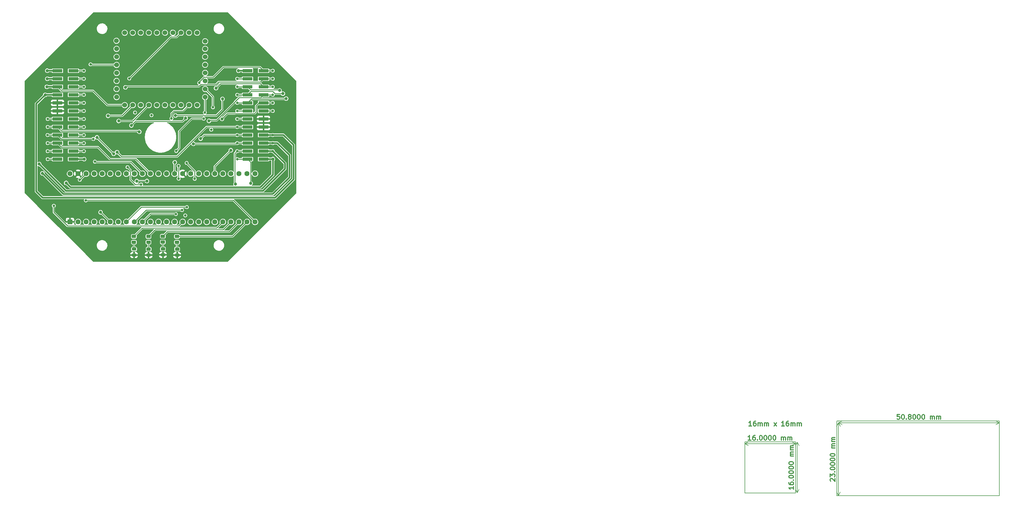
<source format=gbr>
%TF.GenerationSoftware,KiCad,Pcbnew,6.0.1*%
%TF.CreationDate,2022-02-08T14:36:58-06:00*%
%TF.ProjectId,FCB,4643422e-6b69-4636-9164-5f7063625858,rev?*%
%TF.SameCoordinates,Original*%
%TF.FileFunction,Copper,L1,Top*%
%TF.FilePolarity,Positive*%
%FSLAX46Y46*%
G04 Gerber Fmt 4.6, Leading zero omitted, Abs format (unit mm)*
G04 Created by KiCad (PCBNEW 6.0.1) date 2022-02-08 14:36:58*
%MOMM*%
%LPD*%
G01*
G04 APERTURE LIST*
G04 Aperture macros list*
%AMRoundRect*
0 Rectangle with rounded corners*
0 $1 Rounding radius*
0 $2 $3 $4 $5 $6 $7 $8 $9 X,Y pos of 4 corners*
0 Add a 4 corners polygon primitive as box body*
4,1,4,$2,$3,$4,$5,$6,$7,$8,$9,$2,$3,0*
0 Add four circle primitives for the rounded corners*
1,1,$1+$1,$2,$3*
1,1,$1+$1,$4,$5*
1,1,$1+$1,$6,$7*
1,1,$1+$1,$8,$9*
0 Add four rect primitives between the rounded corners*
20,1,$1+$1,$2,$3,$4,$5,0*
20,1,$1+$1,$4,$5,$6,$7,0*
20,1,$1+$1,$6,$7,$8,$9,0*
20,1,$1+$1,$8,$9,$2,$3,0*%
G04 Aperture macros list end*
%TA.AperFunction,NonConductor*%
%ADD10C,0.200000*%
%TD*%
%ADD11C,0.300000*%
%TA.AperFunction,NonConductor*%
%ADD12C,0.300000*%
%TD*%
%TA.AperFunction,SMDPad,CuDef*%
%ADD13RoundRect,0.243750X0.456250X-0.243750X0.456250X0.243750X-0.456250X0.243750X-0.456250X-0.243750X0*%
%TD*%
%TA.AperFunction,ComponentPad*%
%ADD14C,1.524000*%
%TD*%
%TA.AperFunction,SMDPad,CuDef*%
%ADD15R,3.150000X1.000000*%
%TD*%
%TA.AperFunction,SMDPad,CuDef*%
%ADD16RoundRect,0.250000X-0.450000X0.262500X-0.450000X-0.262500X0.450000X-0.262500X0.450000X0.262500X0*%
%TD*%
%TA.AperFunction,ComponentPad*%
%ADD17R,1.600000X1.600000*%
%TD*%
%TA.AperFunction,ComponentPad*%
%ADD18C,1.600000*%
%TD*%
%TA.AperFunction,ViaPad*%
%ADD19C,0.800000*%
%TD*%
%TA.AperFunction,ViaPad*%
%ADD20C,1.000000*%
%TD*%
%TA.AperFunction,Conductor*%
%ADD21C,0.500000*%
%TD*%
%TA.AperFunction,Conductor*%
%ADD22C,0.250000*%
%TD*%
G04 APERTURE END LIST*
D10*
X213600000Y-113300000D02*
X264900000Y-113300000D01*
X264900000Y-113300000D02*
X264900000Y-89700000D01*
X264900000Y-89700000D02*
X213600000Y-89700000D01*
X213600000Y-89700000D02*
X213600000Y-113300000D01*
X200500000Y-96300000D02*
X184500000Y-96300000D01*
X184500000Y-96300000D02*
X184500000Y-112500000D01*
X184500000Y-112500000D02*
X200500000Y-112500000D01*
X200500000Y-112500000D02*
X200500000Y-96300000D01*
D11*
D12*
X186635714Y-91278571D02*
X185778571Y-91278571D01*
X186207142Y-91278571D02*
X186207142Y-89778571D01*
X186064285Y-89992857D01*
X185921428Y-90135714D01*
X185778571Y-90207142D01*
X187921428Y-89778571D02*
X187635714Y-89778571D01*
X187492857Y-89850000D01*
X187421428Y-89921428D01*
X187278571Y-90135714D01*
X187207142Y-90421428D01*
X187207142Y-90992857D01*
X187278571Y-91135714D01*
X187350000Y-91207142D01*
X187492857Y-91278571D01*
X187778571Y-91278571D01*
X187921428Y-91207142D01*
X187992857Y-91135714D01*
X188064285Y-90992857D01*
X188064285Y-90635714D01*
X187992857Y-90492857D01*
X187921428Y-90421428D01*
X187778571Y-90350000D01*
X187492857Y-90350000D01*
X187350000Y-90421428D01*
X187278571Y-90492857D01*
X187207142Y-90635714D01*
X188707142Y-91278571D02*
X188707142Y-90278571D01*
X188707142Y-90421428D02*
X188778571Y-90350000D01*
X188921428Y-90278571D01*
X189135714Y-90278571D01*
X189278571Y-90350000D01*
X189350000Y-90492857D01*
X189350000Y-91278571D01*
X189350000Y-90492857D02*
X189421428Y-90350000D01*
X189564285Y-90278571D01*
X189778571Y-90278571D01*
X189921428Y-90350000D01*
X189992857Y-90492857D01*
X189992857Y-91278571D01*
X190707142Y-91278571D02*
X190707142Y-90278571D01*
X190707142Y-90421428D02*
X190778571Y-90350000D01*
X190921428Y-90278571D01*
X191135714Y-90278571D01*
X191278571Y-90350000D01*
X191350000Y-90492857D01*
X191350000Y-91278571D01*
X191350000Y-90492857D02*
X191421428Y-90350000D01*
X191564285Y-90278571D01*
X191778571Y-90278571D01*
X191921428Y-90350000D01*
X191992857Y-90492857D01*
X191992857Y-91278571D01*
X193707142Y-91278571D02*
X194492857Y-90278571D01*
X193707142Y-90278571D02*
X194492857Y-91278571D01*
X196992857Y-91278571D02*
X196135714Y-91278571D01*
X196564285Y-91278571D02*
X196564285Y-89778571D01*
X196421428Y-89992857D01*
X196278571Y-90135714D01*
X196135714Y-90207142D01*
X198278571Y-89778571D02*
X197992857Y-89778571D01*
X197850000Y-89850000D01*
X197778571Y-89921428D01*
X197635714Y-90135714D01*
X197564285Y-90421428D01*
X197564285Y-90992857D01*
X197635714Y-91135714D01*
X197707142Y-91207142D01*
X197850000Y-91278571D01*
X198135714Y-91278571D01*
X198278571Y-91207142D01*
X198350000Y-91135714D01*
X198421428Y-90992857D01*
X198421428Y-90635714D01*
X198350000Y-90492857D01*
X198278571Y-90421428D01*
X198135714Y-90350000D01*
X197850000Y-90350000D01*
X197707142Y-90421428D01*
X197635714Y-90492857D01*
X197564285Y-90635714D01*
X199064285Y-91278571D02*
X199064285Y-90278571D01*
X199064285Y-90421428D02*
X199135714Y-90350000D01*
X199278571Y-90278571D01*
X199492857Y-90278571D01*
X199635714Y-90350000D01*
X199707142Y-90492857D01*
X199707142Y-91278571D01*
X199707142Y-90492857D02*
X199778571Y-90350000D01*
X199921428Y-90278571D01*
X200135714Y-90278571D01*
X200278571Y-90350000D01*
X200350000Y-90492857D01*
X200350000Y-91278571D01*
X201064285Y-91278571D02*
X201064285Y-90278571D01*
X201064285Y-90421428D02*
X201135714Y-90350000D01*
X201278571Y-90278571D01*
X201492857Y-90278571D01*
X201635714Y-90350000D01*
X201707142Y-90492857D01*
X201707142Y-91278571D01*
X201707142Y-90492857D02*
X201778571Y-90350000D01*
X201921428Y-90278571D01*
X202135714Y-90278571D01*
X202278571Y-90350000D01*
X202350000Y-90492857D01*
X202350000Y-91278571D01*
D11*
D12*
X199878571Y-110471428D02*
X199878571Y-111328571D01*
X199878571Y-110900000D02*
X198378571Y-110900000D01*
X198592857Y-111042857D01*
X198735714Y-111185714D01*
X198807142Y-111328571D01*
X198378571Y-109185714D02*
X198378571Y-109471428D01*
X198450000Y-109614285D01*
X198521428Y-109685714D01*
X198735714Y-109828571D01*
X199021428Y-109900000D01*
X199592857Y-109900000D01*
X199735714Y-109828571D01*
X199807142Y-109757142D01*
X199878571Y-109614285D01*
X199878571Y-109328571D01*
X199807142Y-109185714D01*
X199735714Y-109114285D01*
X199592857Y-109042857D01*
X199235714Y-109042857D01*
X199092857Y-109114285D01*
X199021428Y-109185714D01*
X198950000Y-109328571D01*
X198950000Y-109614285D01*
X199021428Y-109757142D01*
X199092857Y-109828571D01*
X199235714Y-109900000D01*
X199735714Y-108400000D02*
X199807142Y-108328571D01*
X199878571Y-108400000D01*
X199807142Y-108471428D01*
X199735714Y-108400000D01*
X199878571Y-108400000D01*
X198378571Y-107400000D02*
X198378571Y-107257142D01*
X198450000Y-107114285D01*
X198521428Y-107042857D01*
X198664285Y-106971428D01*
X198950000Y-106900000D01*
X199307142Y-106900000D01*
X199592857Y-106971428D01*
X199735714Y-107042857D01*
X199807142Y-107114285D01*
X199878571Y-107257142D01*
X199878571Y-107400000D01*
X199807142Y-107542857D01*
X199735714Y-107614285D01*
X199592857Y-107685714D01*
X199307142Y-107757142D01*
X198950000Y-107757142D01*
X198664285Y-107685714D01*
X198521428Y-107614285D01*
X198450000Y-107542857D01*
X198378571Y-107400000D01*
X198378571Y-105971428D02*
X198378571Y-105828571D01*
X198450000Y-105685714D01*
X198521428Y-105614285D01*
X198664285Y-105542857D01*
X198950000Y-105471428D01*
X199307142Y-105471428D01*
X199592857Y-105542857D01*
X199735714Y-105614285D01*
X199807142Y-105685714D01*
X199878571Y-105828571D01*
X199878571Y-105971428D01*
X199807142Y-106114285D01*
X199735714Y-106185714D01*
X199592857Y-106257142D01*
X199307142Y-106328571D01*
X198950000Y-106328571D01*
X198664285Y-106257142D01*
X198521428Y-106185714D01*
X198450000Y-106114285D01*
X198378571Y-105971428D01*
X198378571Y-104542857D02*
X198378571Y-104400000D01*
X198450000Y-104257142D01*
X198521428Y-104185714D01*
X198664285Y-104114285D01*
X198950000Y-104042857D01*
X199307142Y-104042857D01*
X199592857Y-104114285D01*
X199735714Y-104185714D01*
X199807142Y-104257142D01*
X199878571Y-104400000D01*
X199878571Y-104542857D01*
X199807142Y-104685714D01*
X199735714Y-104757142D01*
X199592857Y-104828571D01*
X199307142Y-104900000D01*
X198950000Y-104900000D01*
X198664285Y-104828571D01*
X198521428Y-104757142D01*
X198450000Y-104685714D01*
X198378571Y-104542857D01*
X198378571Y-103114285D02*
X198378571Y-102971428D01*
X198450000Y-102828571D01*
X198521428Y-102757142D01*
X198664285Y-102685714D01*
X198950000Y-102614285D01*
X199307142Y-102614285D01*
X199592857Y-102685714D01*
X199735714Y-102757142D01*
X199807142Y-102828571D01*
X199878571Y-102971428D01*
X199878571Y-103114285D01*
X199807142Y-103257142D01*
X199735714Y-103328571D01*
X199592857Y-103400000D01*
X199307142Y-103471428D01*
X198950000Y-103471428D01*
X198664285Y-103400000D01*
X198521428Y-103328571D01*
X198450000Y-103257142D01*
X198378571Y-103114285D01*
X199878571Y-100828571D02*
X198878571Y-100828571D01*
X199021428Y-100828571D02*
X198950000Y-100757142D01*
X198878571Y-100614285D01*
X198878571Y-100400000D01*
X198950000Y-100257142D01*
X199092857Y-100185714D01*
X199878571Y-100185714D01*
X199092857Y-100185714D02*
X198950000Y-100114285D01*
X198878571Y-99971428D01*
X198878571Y-99757142D01*
X198950000Y-99614285D01*
X199092857Y-99542857D01*
X199878571Y-99542857D01*
X199878571Y-98828571D02*
X198878571Y-98828571D01*
X199021428Y-98828571D02*
X198950000Y-98757142D01*
X198878571Y-98614285D01*
X198878571Y-98400000D01*
X198950000Y-98257142D01*
X199092857Y-98185714D01*
X199878571Y-98185714D01*
X199092857Y-98185714D02*
X198950000Y-98114285D01*
X198878571Y-97971428D01*
X198878571Y-97757142D01*
X198950000Y-97614285D01*
X199092857Y-97542857D01*
X199878571Y-97542857D01*
D10*
X200500000Y-112400000D02*
X200413580Y-112400000D01*
X200500000Y-96400000D02*
X200413580Y-96400000D01*
X201000000Y-112400000D02*
X201000000Y-96400000D01*
X201000000Y-112400000D02*
X201000000Y-96400000D01*
X201000000Y-112400000D02*
X201586421Y-111273496D01*
X201000000Y-112400000D02*
X200413579Y-111273496D01*
X201000000Y-96400000D02*
X200413579Y-97526504D01*
X201000000Y-96400000D02*
X201586421Y-97526504D01*
D11*
D12*
X186428571Y-95778571D02*
X185571428Y-95778571D01*
X186000000Y-95778571D02*
X186000000Y-94278571D01*
X185857142Y-94492857D01*
X185714285Y-94635714D01*
X185571428Y-94707142D01*
X187714285Y-94278571D02*
X187428571Y-94278571D01*
X187285714Y-94350000D01*
X187214285Y-94421428D01*
X187071428Y-94635714D01*
X187000000Y-94921428D01*
X187000000Y-95492857D01*
X187071428Y-95635714D01*
X187142857Y-95707142D01*
X187285714Y-95778571D01*
X187571428Y-95778571D01*
X187714285Y-95707142D01*
X187785714Y-95635714D01*
X187857142Y-95492857D01*
X187857142Y-95135714D01*
X187785714Y-94992857D01*
X187714285Y-94921428D01*
X187571428Y-94850000D01*
X187285714Y-94850000D01*
X187142857Y-94921428D01*
X187071428Y-94992857D01*
X187000000Y-95135714D01*
X188500000Y-95635714D02*
X188571428Y-95707142D01*
X188500000Y-95778571D01*
X188428571Y-95707142D01*
X188500000Y-95635714D01*
X188500000Y-95778571D01*
X189500000Y-94278571D02*
X189642857Y-94278571D01*
X189785714Y-94350000D01*
X189857142Y-94421428D01*
X189928571Y-94564285D01*
X190000000Y-94850000D01*
X190000000Y-95207142D01*
X189928571Y-95492857D01*
X189857142Y-95635714D01*
X189785714Y-95707142D01*
X189642857Y-95778571D01*
X189500000Y-95778571D01*
X189357142Y-95707142D01*
X189285714Y-95635714D01*
X189214285Y-95492857D01*
X189142857Y-95207142D01*
X189142857Y-94850000D01*
X189214285Y-94564285D01*
X189285714Y-94421428D01*
X189357142Y-94350000D01*
X189500000Y-94278571D01*
X190928571Y-94278571D02*
X191071428Y-94278571D01*
X191214285Y-94350000D01*
X191285714Y-94421428D01*
X191357142Y-94564285D01*
X191428571Y-94850000D01*
X191428571Y-95207142D01*
X191357142Y-95492857D01*
X191285714Y-95635714D01*
X191214285Y-95707142D01*
X191071428Y-95778571D01*
X190928571Y-95778571D01*
X190785714Y-95707142D01*
X190714285Y-95635714D01*
X190642857Y-95492857D01*
X190571428Y-95207142D01*
X190571428Y-94850000D01*
X190642857Y-94564285D01*
X190714285Y-94421428D01*
X190785714Y-94350000D01*
X190928571Y-94278571D01*
X192357142Y-94278571D02*
X192500000Y-94278571D01*
X192642857Y-94350000D01*
X192714285Y-94421428D01*
X192785714Y-94564285D01*
X192857142Y-94850000D01*
X192857142Y-95207142D01*
X192785714Y-95492857D01*
X192714285Y-95635714D01*
X192642857Y-95707142D01*
X192500000Y-95778571D01*
X192357142Y-95778571D01*
X192214285Y-95707142D01*
X192142857Y-95635714D01*
X192071428Y-95492857D01*
X192000000Y-95207142D01*
X192000000Y-94850000D01*
X192071428Y-94564285D01*
X192142857Y-94421428D01*
X192214285Y-94350000D01*
X192357142Y-94278571D01*
X193785714Y-94278571D02*
X193928571Y-94278571D01*
X194071428Y-94350000D01*
X194142857Y-94421428D01*
X194214285Y-94564285D01*
X194285714Y-94850000D01*
X194285714Y-95207142D01*
X194214285Y-95492857D01*
X194142857Y-95635714D01*
X194071428Y-95707142D01*
X193928571Y-95778571D01*
X193785714Y-95778571D01*
X193642857Y-95707142D01*
X193571428Y-95635714D01*
X193500000Y-95492857D01*
X193428571Y-95207142D01*
X193428571Y-94850000D01*
X193500000Y-94564285D01*
X193571428Y-94421428D01*
X193642857Y-94350000D01*
X193785714Y-94278571D01*
X196071428Y-95778571D02*
X196071428Y-94778571D01*
X196071428Y-94921428D02*
X196142857Y-94850000D01*
X196285714Y-94778571D01*
X196500000Y-94778571D01*
X196642857Y-94850000D01*
X196714285Y-94992857D01*
X196714285Y-95778571D01*
X196714285Y-94992857D02*
X196785714Y-94850000D01*
X196928571Y-94778571D01*
X197142857Y-94778571D01*
X197285714Y-94850000D01*
X197357142Y-94992857D01*
X197357142Y-95778571D01*
X198071428Y-95778571D02*
X198071428Y-94778571D01*
X198071428Y-94921428D02*
X198142857Y-94850000D01*
X198285714Y-94778571D01*
X198500000Y-94778571D01*
X198642857Y-94850000D01*
X198714285Y-94992857D01*
X198714285Y-95778571D01*
X198714285Y-94992857D02*
X198785714Y-94850000D01*
X198928571Y-94778571D01*
X199142857Y-94778571D01*
X199285714Y-94850000D01*
X199357142Y-94992857D01*
X199357142Y-95778571D01*
D10*
X184500000Y-96400000D02*
X184500000Y-96313580D01*
X200500000Y-96400000D02*
X200500000Y-96313580D01*
X184500000Y-96900000D02*
X200500000Y-96900000D01*
X184500000Y-96900000D02*
X200500000Y-96900000D01*
X184500000Y-96900000D02*
X185626504Y-97486421D01*
X184500000Y-96900000D02*
X185626504Y-96313579D01*
X200500000Y-96900000D02*
X199373496Y-96313579D01*
X200500000Y-96900000D02*
X199373496Y-97486421D01*
D11*
D12*
X233357142Y-87678571D02*
X232642857Y-87678571D01*
X232571428Y-88392857D01*
X232642857Y-88321428D01*
X232785714Y-88250000D01*
X233142857Y-88250000D01*
X233285714Y-88321428D01*
X233357142Y-88392857D01*
X233428571Y-88535714D01*
X233428571Y-88892857D01*
X233357142Y-89035714D01*
X233285714Y-89107142D01*
X233142857Y-89178571D01*
X232785714Y-89178571D01*
X232642857Y-89107142D01*
X232571428Y-89035714D01*
X234357142Y-87678571D02*
X234500000Y-87678571D01*
X234642857Y-87750000D01*
X234714285Y-87821428D01*
X234785714Y-87964285D01*
X234857142Y-88250000D01*
X234857142Y-88607142D01*
X234785714Y-88892857D01*
X234714285Y-89035714D01*
X234642857Y-89107142D01*
X234500000Y-89178571D01*
X234357142Y-89178571D01*
X234214285Y-89107142D01*
X234142857Y-89035714D01*
X234071428Y-88892857D01*
X234000000Y-88607142D01*
X234000000Y-88250000D01*
X234071428Y-87964285D01*
X234142857Y-87821428D01*
X234214285Y-87750000D01*
X234357142Y-87678571D01*
X235500000Y-89035714D02*
X235571428Y-89107142D01*
X235500000Y-89178571D01*
X235428571Y-89107142D01*
X235500000Y-89035714D01*
X235500000Y-89178571D01*
X236428571Y-88321428D02*
X236285714Y-88250000D01*
X236214285Y-88178571D01*
X236142857Y-88035714D01*
X236142857Y-87964285D01*
X236214285Y-87821428D01*
X236285714Y-87750000D01*
X236428571Y-87678571D01*
X236714285Y-87678571D01*
X236857142Y-87750000D01*
X236928571Y-87821428D01*
X237000000Y-87964285D01*
X237000000Y-88035714D01*
X236928571Y-88178571D01*
X236857142Y-88250000D01*
X236714285Y-88321428D01*
X236428571Y-88321428D01*
X236285714Y-88392857D01*
X236214285Y-88464285D01*
X236142857Y-88607142D01*
X236142857Y-88892857D01*
X236214285Y-89035714D01*
X236285714Y-89107142D01*
X236428571Y-89178571D01*
X236714285Y-89178571D01*
X236857142Y-89107142D01*
X236928571Y-89035714D01*
X237000000Y-88892857D01*
X237000000Y-88607142D01*
X236928571Y-88464285D01*
X236857142Y-88392857D01*
X236714285Y-88321428D01*
X237928571Y-87678571D02*
X238071428Y-87678571D01*
X238214285Y-87750000D01*
X238285714Y-87821428D01*
X238357142Y-87964285D01*
X238428571Y-88250000D01*
X238428571Y-88607142D01*
X238357142Y-88892857D01*
X238285714Y-89035714D01*
X238214285Y-89107142D01*
X238071428Y-89178571D01*
X237928571Y-89178571D01*
X237785714Y-89107142D01*
X237714285Y-89035714D01*
X237642857Y-88892857D01*
X237571428Y-88607142D01*
X237571428Y-88250000D01*
X237642857Y-87964285D01*
X237714285Y-87821428D01*
X237785714Y-87750000D01*
X237928571Y-87678571D01*
X239357142Y-87678571D02*
X239500000Y-87678571D01*
X239642857Y-87750000D01*
X239714285Y-87821428D01*
X239785714Y-87964285D01*
X239857142Y-88250000D01*
X239857142Y-88607142D01*
X239785714Y-88892857D01*
X239714285Y-89035714D01*
X239642857Y-89107142D01*
X239500000Y-89178571D01*
X239357142Y-89178571D01*
X239214285Y-89107142D01*
X239142857Y-89035714D01*
X239071428Y-88892857D01*
X239000000Y-88607142D01*
X239000000Y-88250000D01*
X239071428Y-87964285D01*
X239142857Y-87821428D01*
X239214285Y-87750000D01*
X239357142Y-87678571D01*
X240785714Y-87678571D02*
X240928571Y-87678571D01*
X241071428Y-87750000D01*
X241142857Y-87821428D01*
X241214285Y-87964285D01*
X241285714Y-88250000D01*
X241285714Y-88607142D01*
X241214285Y-88892857D01*
X241142857Y-89035714D01*
X241071428Y-89107142D01*
X240928571Y-89178571D01*
X240785714Y-89178571D01*
X240642857Y-89107142D01*
X240571428Y-89035714D01*
X240500000Y-88892857D01*
X240428571Y-88607142D01*
X240428571Y-88250000D01*
X240500000Y-87964285D01*
X240571428Y-87821428D01*
X240642857Y-87750000D01*
X240785714Y-87678571D01*
X243071428Y-89178571D02*
X243071428Y-88178571D01*
X243071428Y-88321428D02*
X243142857Y-88250000D01*
X243285714Y-88178571D01*
X243500000Y-88178571D01*
X243642857Y-88250000D01*
X243714285Y-88392857D01*
X243714285Y-89178571D01*
X243714285Y-88392857D02*
X243785714Y-88250000D01*
X243928571Y-88178571D01*
X244142857Y-88178571D01*
X244285714Y-88250000D01*
X244357142Y-88392857D01*
X244357142Y-89178571D01*
X245071428Y-89178571D02*
X245071428Y-88178571D01*
X245071428Y-88321428D02*
X245142857Y-88250000D01*
X245285714Y-88178571D01*
X245500000Y-88178571D01*
X245642857Y-88250000D01*
X245714285Y-88392857D01*
X245714285Y-89178571D01*
X245714285Y-88392857D02*
X245785714Y-88250000D01*
X245928571Y-88178571D01*
X246142857Y-88178571D01*
X246285714Y-88250000D01*
X246357142Y-88392857D01*
X246357142Y-89178571D01*
D10*
X214100000Y-89800000D02*
X214100000Y-89713580D01*
X264900000Y-89800000D02*
X264900000Y-89713580D01*
X214100000Y-90300000D02*
X264900000Y-90300000D01*
X214100000Y-90300000D02*
X264900000Y-90300000D01*
X214100000Y-90300000D02*
X215226504Y-90886421D01*
X214100000Y-90300000D02*
X215226504Y-89713579D01*
X264900000Y-90300000D02*
X263773496Y-89713579D01*
X264900000Y-90300000D02*
X263773496Y-90886421D01*
D11*
D12*
X211621428Y-108728571D02*
X211550000Y-108657142D01*
X211478571Y-108514285D01*
X211478571Y-108157142D01*
X211550000Y-108014285D01*
X211621428Y-107942857D01*
X211764285Y-107871428D01*
X211907142Y-107871428D01*
X212121428Y-107942857D01*
X212978571Y-108800000D01*
X212978571Y-107871428D01*
X211478571Y-107371428D02*
X211478571Y-106442857D01*
X212050000Y-106942857D01*
X212050000Y-106728571D01*
X212121428Y-106585714D01*
X212192857Y-106514285D01*
X212335714Y-106442857D01*
X212692857Y-106442857D01*
X212835714Y-106514285D01*
X212907142Y-106585714D01*
X212978571Y-106728571D01*
X212978571Y-107157142D01*
X212907142Y-107300000D01*
X212835714Y-107371428D01*
X212835714Y-105800000D02*
X212907142Y-105728571D01*
X212978571Y-105800000D01*
X212907142Y-105871428D01*
X212835714Y-105800000D01*
X212978571Y-105800000D01*
X211478571Y-104800000D02*
X211478571Y-104657142D01*
X211550000Y-104514285D01*
X211621428Y-104442857D01*
X211764285Y-104371428D01*
X212050000Y-104300000D01*
X212407142Y-104300000D01*
X212692857Y-104371428D01*
X212835714Y-104442857D01*
X212907142Y-104514285D01*
X212978571Y-104657142D01*
X212978571Y-104800000D01*
X212907142Y-104942857D01*
X212835714Y-105014285D01*
X212692857Y-105085714D01*
X212407142Y-105157142D01*
X212050000Y-105157142D01*
X211764285Y-105085714D01*
X211621428Y-105014285D01*
X211550000Y-104942857D01*
X211478571Y-104800000D01*
X211478571Y-103371428D02*
X211478571Y-103228571D01*
X211550000Y-103085714D01*
X211621428Y-103014285D01*
X211764285Y-102942857D01*
X212050000Y-102871428D01*
X212407142Y-102871428D01*
X212692857Y-102942857D01*
X212835714Y-103014285D01*
X212907142Y-103085714D01*
X212978571Y-103228571D01*
X212978571Y-103371428D01*
X212907142Y-103514285D01*
X212835714Y-103585714D01*
X212692857Y-103657142D01*
X212407142Y-103728571D01*
X212050000Y-103728571D01*
X211764285Y-103657142D01*
X211621428Y-103585714D01*
X211550000Y-103514285D01*
X211478571Y-103371428D01*
X211478571Y-101942857D02*
X211478571Y-101800000D01*
X211550000Y-101657142D01*
X211621428Y-101585714D01*
X211764285Y-101514285D01*
X212050000Y-101442857D01*
X212407142Y-101442857D01*
X212692857Y-101514285D01*
X212835714Y-101585714D01*
X212907142Y-101657142D01*
X212978571Y-101800000D01*
X212978571Y-101942857D01*
X212907142Y-102085714D01*
X212835714Y-102157142D01*
X212692857Y-102228571D01*
X212407142Y-102300000D01*
X212050000Y-102300000D01*
X211764285Y-102228571D01*
X211621428Y-102157142D01*
X211550000Y-102085714D01*
X211478571Y-101942857D01*
X211478571Y-100514285D02*
X211478571Y-100371428D01*
X211550000Y-100228571D01*
X211621428Y-100157142D01*
X211764285Y-100085714D01*
X212050000Y-100014285D01*
X212407142Y-100014285D01*
X212692857Y-100085714D01*
X212835714Y-100157142D01*
X212907142Y-100228571D01*
X212978571Y-100371428D01*
X212978571Y-100514285D01*
X212907142Y-100657142D01*
X212835714Y-100728571D01*
X212692857Y-100800000D01*
X212407142Y-100871428D01*
X212050000Y-100871428D01*
X211764285Y-100800000D01*
X211621428Y-100728571D01*
X211550000Y-100657142D01*
X211478571Y-100514285D01*
X212978571Y-98228571D02*
X211978571Y-98228571D01*
X212121428Y-98228571D02*
X212050000Y-98157142D01*
X211978571Y-98014285D01*
X211978571Y-97800000D01*
X212050000Y-97657142D01*
X212192857Y-97585714D01*
X212978571Y-97585714D01*
X212192857Y-97585714D02*
X212050000Y-97514285D01*
X211978571Y-97371428D01*
X211978571Y-97157142D01*
X212050000Y-97014285D01*
X212192857Y-96942857D01*
X212978571Y-96942857D01*
X212978571Y-96228571D02*
X211978571Y-96228571D01*
X212121428Y-96228571D02*
X212050000Y-96157142D01*
X211978571Y-96014285D01*
X211978571Y-95800000D01*
X212050000Y-95657142D01*
X212192857Y-95585714D01*
X212978571Y-95585714D01*
X212192857Y-95585714D02*
X212050000Y-95514285D01*
X211978571Y-95371428D01*
X211978571Y-95157142D01*
X212050000Y-95014285D01*
X212192857Y-94942857D01*
X212978571Y-94942857D01*
D10*
X213600000Y-113300000D02*
X213513580Y-113300000D01*
X213600000Y-90300000D02*
X213513580Y-90300000D01*
X214100000Y-113300000D02*
X214100000Y-90300000D01*
X214100000Y-113300000D02*
X214100000Y-90300000D01*
X214100000Y-113300000D02*
X214686421Y-112173496D01*
X214100000Y-113300000D02*
X213513579Y-112173496D01*
X214100000Y-90300000D02*
X213513579Y-91426504D01*
X214100000Y-90300000D02*
X214686421Y-91426504D01*
D13*
%TO.P,D4,1,K*%
%TO.N,GND*%
X5245000Y-37287500D03*
%TO.P,D4,2,A*%
%TO.N,Net-(D4-Pad2)*%
X5245000Y-35412500D03*
%TD*%
D14*
%TO.P,U1,1,5V*%
%TO.N,/5V*%
X-11300000Y10100000D03*
%TO.P,U1,2,3V3*%
%TO.N,/3V3_MCU*%
X-8760000Y10100000D03*
%TO.P,U1,3,VBACKUP*%
%TO.N,/VBACKUP*%
X-6236998Y10100112D03*
%TO.P,U1,4,LSM9DS1_AG_CS*%
%TO.N,/LSM9_CS_AG*%
X-3691332Y10100112D03*
%TO.P,U1,5,LSM9DS1_M_CS*%
%TO.N,/LSM9_CS_M*%
X-1145666Y10100112D03*
%TO.P,U1,6,LSM9DS1_AG_INT1*%
%TO.N,/LSM9_INT1_AG*%
X1400000Y10100112D03*
%TO.P,U1,7,SCK0*%
%TO.N,/SNS_SPI_SCK*%
X3905890Y10100112D03*
%TO.P,U1,8,MISO0*%
%TO.N,/SNS_SPI_MISO*%
X6451556Y10100112D03*
%TO.P,U1,9,MOSI0*%
%TO.N,/SNS_SPI_MOSI*%
X9020000Y10100000D03*
%TO.P,U1,10,SDA0*%
%TO.N,/SNS_I2C_SDA*%
X11560000Y10100000D03*
%TO.P,U1,11,SCL0*%
%TO.N,/SNS_I2C_SCL*%
X14088555Y12645779D03*
%TO.P,U1,12,ZOE_M8Q_CS*%
%TO.N,/ZOE-M8Q_CS*%
X14100000Y15180000D03*
%TO.P,U1,13*%
%TO.N,N/C*%
X14088555Y17737111D03*
%TO.P,U1,14,RX0*%
%TO.N,/SNS_UART_SDO*%
X14088555Y20282778D03*
%TO.P,U1,15,TX0*%
%TO.N,/SNS_UART_SDI*%
X14088555Y22828444D03*
%TO.P,U1,16*%
%TO.N,N/C*%
X14088555Y25374110D03*
%TO.P,U1,17*%
X14088555Y27880000D03*
%TO.P,U1,18*%
X14088555Y30266562D03*
%TO.P,U1,19*%
X11542889Y32971332D03*
%TO.P,U1,20*%
X8997222Y32971332D03*
%TO.P,U1,21,MS5611_CS*%
%TO.N,/MS5611_CS*%
X6451556Y32971332D03*
%TO.P,U1,22*%
%TO.N,N/C*%
X3905890Y32971332D03*
%TO.P,U1,23,H3LIS331_CS*%
%TO.N,/H3LIS331DL_CS*%
X1400000Y32971332D03*
%TO.P,U1,24,H3LIS331_INT1*%
%TO.N,/H3LIS331DL_INT1*%
X-1145666Y32971332D03*
%TO.P,U1,25*%
%TO.N,N/C*%
X-3691332Y32971332D03*
%TO.P,U1,26,KX134_TRIG*%
%TO.N,unconnected-(U1-Pad26)*%
X-6236998Y32971332D03*
%TO.P,U1,27,KX134_CS*%
%TO.N,/KX122_CS*%
X-8760000Y32960000D03*
%TO.P,U1,28,KX134_INT1*%
%TO.N,/KX122_INT1*%
X-11300000Y32960000D03*
%TO.P,U1,29*%
%TO.N,N/C*%
X-13913773Y30425666D03*
%TO.P,U1,30*%
X-13873997Y27880000D03*
%TO.P,U1,31,ZOE_M8Q_RESET*%
%TO.N,unconnected-(U1-Pad31)*%
X-13873997Y25340000D03*
%TO.P,U1,32,ZOE_M8Q_INT*%
%TO.N,/GPS_EXTINT*%
X-13873997Y22800000D03*
%TO.P,U1,33,LSM9DS1_AG_INT2*%
%TO.N,/LSM9_INT2_AG*%
X-13840000Y20260000D03*
%TO.P,U1,34,LSM9DS1_M_INT*%
%TO.N,/LSM9_INT_M*%
X-13873997Y17737111D03*
%TO.P,U1,35*%
%TO.N,N/C*%
X-13873997Y15191445D03*
%TO.P,U1,36*%
X-13873997Y12645779D03*
%TD*%
D13*
%TO.P,D2,1,K*%
%TO.N,GND*%
X-3755000Y-37287500D03*
%TO.P,D2,2,A*%
%TO.N,Net-(D2-Pad2)*%
X-3755000Y-35412500D03*
%TD*%
D15*
%TO.P,J1,1,Pin_1*%
%TO.N,/VBAT*%
X32525000Y-6970000D03*
%TO.P,J1,2,Pin_2*%
%TO.N,/B2B_UART_SDI*%
X27475000Y-6970000D03*
%TO.P,J1,3,Pin_3*%
%TO.N,/9V*%
X32525000Y-4430000D03*
%TO.P,J1,4,Pin_4*%
%TO.N,/B2B_UART_SDO*%
X27475000Y-4430000D03*
%TO.P,J1,5,Pin_5*%
%TO.N,/5V*%
X32525000Y-1890000D03*
%TO.P,J1,6,Pin_6*%
%TO.N,/TELEM_CS*%
X27475000Y-1890000D03*
%TO.P,J1,7,Pin_7*%
%TO.N,/3V3*%
X32525000Y650000D03*
%TO.P,J1,8,Pin_8*%
%TO.N,/TELEM_INT*%
X27475000Y650000D03*
%TO.P,J1,9,Pin_9*%
%TO.N,GND*%
X32525000Y3190000D03*
%TO.P,J1,10,Pin_10*%
%TO.N,/TELEM_RST*%
X27475000Y3190000D03*
%TO.P,J1,11,Pin_11*%
%TO.N,GND*%
X32525000Y5730000D03*
%TO.P,J1,12,Pin_12*%
%TO.N,/POWER_STATE*%
X27475000Y5730000D03*
%TO.P,J1,13,Pin_13*%
%TO.N,/CONT_3V3*%
X32525000Y8270000D03*
%TO.P,J1,14,Pin_14*%
%TO.N,/POWER_RESET*%
X27475000Y8270000D03*
%TO.P,J1,15,Pin_15*%
%TO.N,/B2B_SPI_SCK*%
X32525000Y10810000D03*
%TO.P,J1,16,Pin_16*%
%TO.N,/TELEM_GPIO_1*%
X27475000Y10810000D03*
%TO.P,J1,17,Pin_17*%
%TO.N,/B2B_SPI_MOSI*%
X32525000Y13350000D03*
%TO.P,J1,18,Pin_18*%
%TO.N,/TELEM_GPIO_2*%
X27475000Y13350000D03*
%TO.P,J1,19,Pin_19*%
%TO.N,/B2B_SPI_MISO*%
X32525000Y15890000D03*
%TO.P,J1,20,Pin_20*%
%TO.N,/TELEM_GPIO_3*%
X27475000Y15890000D03*
%TO.P,J1,21,Pin_21*%
%TO.N,/B2B_I2C_SCL*%
X32525000Y18430000D03*
%TO.P,J1,22,Pin_22*%
%TO.N,/TELEM_GPIO_4*%
X27475000Y18430000D03*
%TO.P,J1,23,Pin_23*%
%TO.N,/B2B_I2C_SDA*%
X32525000Y20970000D03*
%TO.P,J1,24,Pin_24*%
%TO.N,6V_AC_SERVO1*%
X27475000Y20970000D03*
%TD*%
D16*
%TO.P,R2,1*%
%TO.N,/LED_ORANGE*%
X-3800000Y-31400000D03*
%TO.P,R2,2*%
%TO.N,Net-(D2-Pad2)*%
X-3800000Y-33225000D03*
%TD*%
D17*
%TO.P,U2,1,GND*%
%TO.N,GND*%
X-28575000Y-26820000D03*
D18*
%TO.P,U2,2,0_RX1_CRX2_CS1*%
%TO.N,/B2B_UART_SDI*%
X-26035000Y-26820000D03*
%TO.P,U2,3,1_TX1_CTX2_MISO1*%
%TO.N,/B2B_UART_SDO*%
X-23495000Y-26820000D03*
%TO.P,U2,4,2_OUT2*%
%TO.N,/LSM9_CS_AG*%
X-20955000Y-26820000D03*
%TO.P,U2,5,3_LRCLK2*%
%TO.N,/LSM9_CS_M*%
X-18415000Y-26820000D03*
%TO.P,U2,6,4_BCLK2*%
%TO.N,/KX122_CS*%
X-15875000Y-26820000D03*
%TO.P,U2,7,5_IN2*%
%TO.N,/H3LIS331DL_CS*%
X-13335000Y-26820000D03*
%TO.P,U2,8,6_OUT1D*%
%TO.N,/ZOE-M8Q_CS*%
X-10795000Y-26820000D03*
%TO.P,U2,9,7_RX2_OUT1A*%
%TO.N,/SNS_UART_SDI*%
X-8255000Y-26820000D03*
%TO.P,U2,10,8_TX2_IN1*%
%TO.N,/SNS_UART_SDO*%
X-5715000Y-26820000D03*
%TO.P,U2,11,9_OUT1C*%
%TO.N,/MS5611_CS*%
X-3175000Y-26820000D03*
%TO.P,U2,12,10_CS_MQSR*%
%TO.N,/TELEM_GPIO_5*%
X-635000Y-26820000D03*
%TO.P,U2,13,11_MOSI_CTX1*%
%TO.N,/SNS_SPI_MOSI*%
X1905000Y-26820000D03*
%TO.P,U2,14,12_MISO_MQSL*%
%TO.N,/SNS_SPI_MISO*%
X4445000Y-26820000D03*
%TO.P,U2,15,3V3*%
%TO.N,/3V3_MCU*%
X6985000Y-26820000D03*
%TO.P,U2,16,24_A10_TX6_SCL2*%
%TO.N,/SNS_I2C_SCL*%
X9525000Y-26820000D03*
%TO.P,U2,17,25_A11_RX6_SDA2*%
%TO.N,/SNS_I2C_SDA*%
X12065000Y-26820000D03*
%TO.P,U2,18,26_A12_MOSI1*%
%TO.N,/B2B_SPI_MOSI*%
X14605000Y-26820000D03*
%TO.P,U2,19,27_A13_SCK1*%
%TO.N,/B2B_SPI_SCK*%
X17145000Y-26820000D03*
%TO.P,U2,20,28_RX7*%
%TO.N,/LED_RED*%
X19685000Y-26820000D03*
%TO.P,U2,21,29_TX7*%
%TO.N,/LED_ORANGE*%
X22225000Y-26820000D03*
%TO.P,U2,22,30_CRX3*%
%TO.N,/LED_GREEN*%
X24765000Y-26820000D03*
%TO.P,U2,23,31_CTX3*%
%TO.N,/LED_BLUE*%
X27305000Y-26820000D03*
%TO.P,U2,24,32_OUT1B*%
%TO.N,/GPS_EXTINT*%
X29845000Y-26820000D03*
%TO.P,U2,25,33_MCLK2*%
%TO.N,/TELEM_GPIO_4*%
X29845000Y-11580000D03*
%TO.P,U2,26,34_RX8*%
%TO.N,/TELEM_GPIO_3*%
X27305000Y-11580000D03*
%TO.P,U2,27,35_TX8*%
%TO.N,/TELEM_GPIO_2*%
X24765000Y-11580000D03*
%TO.P,U2,28,36_CS*%
%TO.N,/TELEM_GPIO_1*%
X22225000Y-11580000D03*
%TO.P,U2,29,37_CS*%
%TO.N,/POWER_RESET*%
X19685000Y-11580000D03*
%TO.P,U2,30,38_CS1_IN1*%
%TO.N,/POWER_STATE*%
X17145000Y-11580000D03*
%TO.P,U2,31,39_MISO1_OUT1A*%
%TO.N,/B2B_SPI_MISO*%
X14605000Y-11580000D03*
%TO.P,U2,32,40_A16*%
%TO.N,/TELEM_INT*%
X12065000Y-11580000D03*
%TO.P,U2,33,41_A17*%
%TO.N,/TELEM_CS*%
X9525000Y-11580000D03*
%TO.P,U2,34,GND*%
%TO.N,GND*%
X6985000Y-11580000D03*
%TO.P,U2,35,13_SCK_LED*%
%TO.N,/SNS_SPI_SCK*%
X4445000Y-11580000D03*
%TO.P,U2,36,14_A0_TX3_SPDIF_OUT*%
%TO.N,unconnected-(U2-Pad36)*%
X1905000Y-11580000D03*
%TO.P,U2,37,15_A1_RX3_SPDIF_IN*%
%TO.N,unconnected-(U2-Pad37)*%
X-635000Y-11580000D03*
%TO.P,U2,38,16_A2_RX4_SCL1*%
%TO.N,/SERVO2*%
X-3175000Y-11580000D03*
%TO.P,U2,39,17_A3_TX4_SDA1*%
%TO.N,/SERVO1*%
X-5715000Y-11580000D03*
%TO.P,U2,40,18_A4_SDA*%
%TO.N,/B2B_I2C_SDA*%
X-8255000Y-11580000D03*
%TO.P,U2,41,19_A5_SCL*%
%TO.N,/B2B_I2C_SCL*%
X-10795000Y-11580000D03*
%TO.P,U2,42,20_A6_TX5_LRCLK1*%
%TO.N,/TELEM_RST*%
X-13335000Y-11580000D03*
%TO.P,U2,43,21_A7_RX5_BCLK1*%
%TO.N,unconnected-(U2-Pad43)*%
X-15875000Y-11580000D03*
%TO.P,U2,44,22_A8_CTX1*%
%TO.N,unconnected-(U2-Pad44)*%
X-18415000Y-11580000D03*
%TO.P,U2,45,23_A9_CRX1_MCLK1*%
%TO.N,unconnected-(U2-Pad45)*%
X-20955000Y-11580000D03*
%TO.P,U2,46,3V3*%
%TO.N,/3V3_MCU*%
X-23495000Y-11580000D03*
%TO.P,U2,47,GND*%
%TO.N,GND*%
X-26035000Y-11580000D03*
%TO.P,U2,48,VIN*%
%TO.N,/5V*%
X-28575000Y-11580000D03*
%TD*%
D16*
%TO.P,R1,1*%
%TO.N,/LED_RED*%
X-8400000Y-31400000D03*
%TO.P,R1,2*%
%TO.N,Net-(D1-Pad2)*%
X-8400000Y-33225000D03*
%TD*%
%TO.P,R4,1*%
%TO.N,/LED_BLUE*%
X5200000Y-31400000D03*
%TO.P,R4,2*%
%TO.N,Net-(D4-Pad2)*%
X5200000Y-33225000D03*
%TD*%
%TO.P,R3,1*%
%TO.N,/LED_GREEN*%
X740000Y-31340000D03*
%TO.P,R3,2*%
%TO.N,Net-(D3-Pad2)*%
X740000Y-33165000D03*
%TD*%
D13*
%TO.P,D1,1,K*%
%TO.N,GND*%
X-8355000Y-37265000D03*
%TO.P,D1,2,A*%
%TO.N,Net-(D1-Pad2)*%
X-8355000Y-35390000D03*
%TD*%
%TO.P,D3,1,K*%
%TO.N,GND*%
X770000Y-37227500D03*
%TO.P,D3,2,A*%
%TO.N,Net-(D3-Pad2)*%
X770000Y-35352500D03*
%TD*%
D15*
%TO.P,J3,1,Pin_1*%
%TO.N,/VBAT*%
X-32525000Y20970000D03*
%TO.P,J3,2,Pin_2*%
%TO.N,/B2B_GPIO_10*%
X-27475000Y20970000D03*
%TO.P,J3,3,Pin_3*%
%TO.N,/9V*%
X-32525000Y18430000D03*
%TO.P,J3,4,Pin_4*%
%TO.N,/B2B_GPIO_11*%
X-27475000Y18430000D03*
%TO.P,J3,5,Pin_5*%
%TO.N,/5V*%
X-32525000Y15890000D03*
%TO.P,J3,6,Pin_6*%
%TO.N,/B2B_GPIO_12*%
X-27475000Y15890000D03*
%TO.P,J3,7,Pin_7*%
%TO.N,/3V3*%
X-32525000Y13350000D03*
%TO.P,J3,8,Pin_8*%
%TO.N,/B2B_GPIO_13*%
X-27475000Y13350000D03*
%TO.P,J3,9,Pin_9*%
%TO.N,GND*%
X-32525000Y10810000D03*
%TO.P,J3,10,Pin_10*%
%TO.N,/B2B_GPIO_14*%
X-27475000Y10810000D03*
%TO.P,J3,11,Pin_11*%
%TO.N,GND*%
X-32525000Y8270000D03*
%TO.P,J3,12,Pin_12*%
%TO.N,/B2B_GPIO_15*%
X-27475000Y8270000D03*
%TO.P,J3,13,Pin_13*%
%TO.N,/CONT_GND*%
X-32525000Y5730000D03*
%TO.P,J3,14,Pin_14*%
%TO.N,/B2B_GPIO_16*%
X-27475000Y5730000D03*
%TO.P,J3,15,Pin_15*%
%TO.N,/TELEM_GPIO_5*%
X-32525000Y3190000D03*
%TO.P,J3,16,Pin_16*%
%TO.N,/B2B_GPIO_17*%
X-27475000Y3190000D03*
%TO.P,J3,17,Pin_17*%
%TO.N,/SERVO1*%
X-32525000Y650000D03*
%TO.P,J3,18,Pin_18*%
%TO.N,/B2B_GPIO_18*%
X-27475000Y650000D03*
%TO.P,J3,19,Pin_19*%
%TO.N,/SERVO2*%
X-32525000Y-1890000D03*
%TO.P,J3,20,Pin_20*%
%TO.N,/B2B_GPIO_19*%
X-27475000Y-1890000D03*
%TO.P,J3,21,Pin_21*%
%TO.N,/B2B_GPIO_8*%
X-32525000Y-4430000D03*
%TO.P,J3,22,Pin_22*%
%TO.N,/B2B_GPIO_20*%
X-27475000Y-4430000D03*
%TO.P,J3,23,Pin_23*%
%TO.N,/B2B_GPIO_9*%
X-32525000Y-6970000D03*
%TO.P,J3,24,Pin_24*%
%TO.N,6V_AC_SERVO2*%
X-27475000Y-6970000D03*
%TD*%
D19*
%TO.N,*%
X16000000Y2300000D03*
X-2850000Y6900000D03*
X7800000Y-24750000D03*
X-8050000Y7750000D03*
D20*
%TO.N,/VBAT*%
X35490000Y-6960000D03*
X-35780000Y20980000D03*
X-29800000Y-14500000D03*
%TO.N,/TELEM_GPIO_1*%
X39674800Y12141200D03*
D19*
X24210000Y10810000D03*
D20*
%TO.N,/9V*%
X-38301011Y-8534400D03*
D19*
X35453000Y-4430000D03*
D20*
X-35750000Y18425000D03*
D19*
%TO.N,/TELEM_GPIO_2*%
X24210000Y13350000D03*
D20*
X38658800Y13716000D03*
D19*
%TO.N,/5V*%
X35453000Y-1890000D03*
D20*
X-37273002Y-11473002D03*
X-35894000Y15890000D03*
D19*
%TO.N,/TELEM_GPIO_3*%
X24210000Y15890000D03*
D20*
X37592000Y14732000D03*
D19*
%TO.N,/3V3*%
X35453000Y650000D03*
D20*
X-36402000Y13350000D03*
D19*
%TO.N,/TELEM_GPIO_4*%
X24210000Y18430000D03*
%TO.N,GND*%
X-17500000Y18950000D03*
X-5650000Y3850000D03*
X-3650000Y-8050000D03*
X-6115011Y-4400000D03*
X21450000Y-23925000D03*
X-15100000Y-21875000D03*
X18300000Y23800000D03*
X-36700000Y-17500000D03*
X-18750000Y-13800000D03*
X15900000Y-23850000D03*
X15750000Y-4650000D03*
X-13500000Y-13850000D03*
X-10500000Y20200000D03*
%TO.N,/TELEM_GPIO_5*%
X-35640000Y3190000D03*
D20*
X-6705600Y1676400D03*
D19*
%TO.N,/CONT_3V3*%
X35453000Y8270000D03*
D20*
%TO.N,/B2B_I2C_SDA*%
X-9194800Y3657600D03*
X7936500Y5982700D03*
D19*
X35453000Y20970000D03*
X12200000Y17100000D03*
D20*
%TO.N,/B2B_I2C_SCL*%
X-11074400Y15697200D03*
D19*
X35453000Y18430000D03*
%TO.N,/B2B_GPIO_8*%
X-35640000Y-4430000D03*
%TO.N,/B2B_SPI_SCK*%
X35453000Y10810000D03*
D20*
X19417300Y5743990D03*
D19*
%TO.N,/B2B_GPIO_9*%
X-35640000Y-6970000D03*
D20*
%TO.N,/B2B_SPI_MISO*%
X17526000Y15443200D03*
D19*
X35453000Y15890000D03*
%TO.N,/B2B_GPIO_10*%
X-24210000Y20970000D03*
%TO.N,/B2B_SPI_MOSI*%
X35453000Y13350000D03*
D20*
X15300000Y5100000D03*
D19*
%TO.N,/B2B_GPIO_11*%
X-24210000Y18430000D03*
%TO.N,/CONT_GND*%
X-35640000Y5730000D03*
D20*
%TO.N,/B2B_UART_SDI*%
X28448000Y-14630400D03*
D19*
X24210000Y-6970000D03*
%TO.N,/B2B_UART_SDO*%
X24210000Y-4430000D03*
D20*
X23672800Y-14900100D03*
%TO.N,/TELEM_CS*%
X10363200Y-2133600D03*
D19*
X24210000Y-1890000D03*
D20*
%TO.N,/TELEM_INT*%
X12655989Y-508000D03*
D19*
X24210000Y650000D03*
D20*
%TO.N,/TELEM_RST*%
X-13716000Y-4775200D03*
D19*
X24210000Y3190000D03*
D20*
%TO.N,/POWER_STATE*%
X22199600Y-4165600D03*
D19*
X24210000Y5730000D03*
%TO.N,/POWER_RESET*%
X24210000Y8270000D03*
%TO.N,/B2B_GPIO_12*%
X-24210000Y15890000D03*
%TO.N,/B2B_GPIO_13*%
X-24210000Y13350000D03*
%TO.N,/B2B_GPIO_14*%
X-24210000Y10810000D03*
%TO.N,/B2B_GPIO_15*%
X-24210000Y8270000D03*
%TO.N,/B2B_GPIO_16*%
X-24210000Y5730000D03*
%TO.N,/B2B_GPIO_17*%
X-24210000Y3190000D03*
%TO.N,/B2B_GPIO_18*%
X-24210000Y650000D03*
%TO.N,/B2B_GPIO_19*%
X-24210000Y-1890000D03*
%TO.N,/B2B_GPIO_20*%
X-24210000Y-4430000D03*
D20*
%TO.N,6V_AC_SERVO1*%
X24620000Y20970000D03*
%TO.N,6V_AC_SERVO2*%
X-24120000Y-6970000D03*
D19*
%TO.N,/3V3_MCU*%
X-33700000Y-21700000D03*
D20*
X-16560800Y6705600D03*
D19*
X-25500000Y-13500000D03*
D20*
%TO.N,/LSM9_CS_AG*%
X-13211011Y5080000D03*
%TO.N,/SNS_SPI_SCK*%
X4500000Y-8000000D03*
D19*
%TO.N,/SNS_SPI_MISO*%
X5700000Y-9100000D03*
X5732069Y-13133883D03*
%TO.N,/SNS_SPI_MOSI*%
X3454400Y5892800D03*
%TO.N,/SNS_I2C_SDA*%
X10800000Y-13200000D03*
X8267100Y-8200000D03*
%TO.N,/SNS_I2C_SCL*%
X14020800Y7772400D03*
%TO.N,/ZOE-M8Q_CS*%
X16560800Y9398000D03*
X8325000Y-22150000D03*
%TO.N,/SNS_UART_SDO*%
X13646975Y5774912D03*
X4876800Y-24333200D03*
X4978400Y-4400000D03*
%TO.N,/SNS_UART_SDI*%
X6800000Y-23063200D03*
%TO.N,/MS5611_CS*%
X-6115011Y-15000100D03*
X-10414000Y-9499600D03*
X-9850000Y18500000D03*
D20*
%TO.N,/H3LIS331DL_CS*%
X19558000Y12039600D03*
X4724400Y6807200D03*
X-4300000Y-13900000D03*
X-7500000Y-13900000D03*
%TO.N,/KX122_CS*%
X-18925000Y-23775000D03*
X-20066000Y-101600D03*
X-14800000Y-5300000D03*
D19*
%TO.N,/GPS_EXTINT*%
X-23575000Y-20001100D03*
X-22098000Y22961600D03*
%TO.N,/SERVO1*%
X-21200000Y-600000D03*
X-20719799Y-7780201D03*
X-35680000Y650000D03*
%TO.N,/SERVO2*%
X-35640000Y-1890000D03*
%TD*%
D21*
%TO.N,/VBAT*%
X32525000Y-6970000D02*
X35480000Y-6970000D01*
X-29797600Y-14500000D02*
X-28448000Y-15849600D01*
X-32525000Y20970000D02*
X-35770000Y20970000D01*
X-29800000Y-14500000D02*
X-29797600Y-14500000D01*
X35490000Y-11910000D02*
X35490000Y-6960000D01*
X35480000Y-6970000D02*
X35490000Y-6960000D01*
X-35770000Y20970000D02*
X-35780000Y20980000D01*
X-28448000Y-15849600D02*
X31550400Y-15849600D01*
X31550400Y-15849600D02*
X35490000Y-11910000D01*
D22*
%TO.N,/TELEM_GPIO_1*%
X39674800Y12141200D02*
X39580880Y12047280D01*
X28712280Y12047280D02*
X27475000Y10810000D01*
X24210000Y10810000D02*
X27475000Y10810000D01*
X39580880Y12047280D02*
X28712280Y12047280D01*
D21*
%TO.N,/9V*%
X35453000Y-4430000D02*
X39319200Y-8296200D01*
X-35750000Y18520000D02*
X-35750000Y18425000D01*
X-32525000Y18430000D02*
X-35745000Y18430000D01*
X-29868211Y-16967200D02*
X-38301011Y-8534400D01*
X32338000Y-4430000D02*
X35453000Y-4430000D01*
X32359600Y-16967200D02*
X-29868211Y-16967200D01*
X39319200Y-10007600D02*
X32359600Y-16967200D01*
X-35745000Y18430000D02*
X-35750000Y18425000D01*
X39319200Y-8296200D02*
X39319200Y-10007600D01*
D22*
%TO.N,/TELEM_GPIO_2*%
X28525000Y14400000D02*
X27475000Y13350000D01*
X27475000Y13350000D02*
X24210000Y13350000D01*
D21*
X27909022Y13350000D02*
X27475000Y13350000D01*
D22*
X35427614Y14400000D02*
X28525000Y14400000D01*
X36111614Y13716000D02*
X35427614Y14400000D01*
X38658800Y13716000D02*
X36111614Y13716000D01*
D21*
%TO.N,/5V*%
X36891200Y-1890000D02*
X35453000Y-1890000D01*
X35453000Y-1890000D02*
X32338000Y-1890000D01*
X-30683200Y-18034000D02*
X35458400Y-18034000D01*
X40741600Y-5740400D02*
X36891200Y-1890000D01*
X-37273002Y-11473002D02*
X-37244198Y-11473002D01*
D22*
X-31235000Y14600000D02*
X-32525000Y15890000D01*
D21*
X35458400Y-18034000D02*
X40741600Y-12750800D01*
X-32525000Y15890000D02*
X-35894000Y15890000D01*
X-37244198Y-11473002D02*
X-30683200Y-18034000D01*
X40741600Y-12750800D02*
X40741600Y-5740400D01*
D22*
X-16800000Y10100000D02*
X-21300000Y14600000D01*
X-11300000Y10100000D02*
X-16800000Y10100000D01*
X-21300000Y14600000D02*
X-31235000Y14600000D01*
%TO.N,/TELEM_GPIO_3*%
X28465000Y14900000D02*
X27475000Y15890000D01*
X24210000Y15890000D02*
X27475000Y15890000D01*
X37592000Y14732000D02*
X37424000Y14900000D01*
X37424000Y14900000D02*
X28465000Y14900000D01*
D21*
%TO.N,/3V3*%
X36220400Y-19151600D02*
X-37248400Y-19151600D01*
X32338000Y650000D02*
X35453000Y650000D01*
X38821600Y650000D02*
X42011600Y-2540000D01*
X42011600Y-13360400D02*
X36220400Y-19151600D01*
X-32525000Y13350000D02*
X-36402000Y13350000D01*
X-39250522Y10501478D02*
X-36402000Y13350000D01*
X42011600Y-2540000D02*
X42011600Y-13360400D01*
X-39250522Y-17149478D02*
X-39250522Y10501478D01*
X35453000Y650000D02*
X38821600Y650000D01*
X-37248400Y-19151600D02*
X-39250522Y-17149478D01*
D22*
%TO.N,/TELEM_GPIO_4*%
X27475000Y18430000D02*
X24210000Y18430000D01*
%TO.N,/TELEM_GPIO_5*%
X-31235000Y1900000D02*
X-6929200Y1900000D01*
X-32525000Y3190000D02*
X-31235000Y1900000D01*
X-32525000Y3190000D02*
X-35640000Y3190000D01*
X-6929200Y1900000D02*
X-6705600Y1676400D01*
%TO.N,/CONT_3V3*%
X35453000Y8270000D02*
X32338000Y8270000D01*
%TO.N,/B2B_I2C_SDA*%
X32525000Y20970000D02*
X31395000Y22100000D01*
X6893715Y4939915D02*
X-7912485Y4939915D01*
X-7912485Y4939915D02*
X-9194800Y3657600D01*
X32338000Y20970000D02*
X35453000Y20970000D01*
X16650000Y18900000D02*
X13714884Y18900000D01*
X12200000Y17385116D02*
X12200000Y17100000D01*
X7936500Y5982700D02*
X6893715Y4939915D01*
X31395000Y22100000D02*
X19850000Y22100000D01*
X13714884Y18900000D02*
X12200000Y17385116D01*
X19850000Y22100000D02*
X16650000Y18900000D01*
%TO.N,/B2B_I2C_SCL*%
X12724614Y16600000D02*
X12124614Y16000000D01*
X12124614Y16000000D02*
X-10771600Y16000000D01*
X31495000Y17400000D02*
X18316764Y17400000D01*
X17516764Y16600000D02*
X12724614Y16600000D01*
X-10771600Y16000000D02*
X-11074400Y15697200D01*
X18316764Y17400000D02*
X17516764Y16600000D01*
X35453000Y18430000D02*
X32338000Y18430000D01*
X32525000Y18430000D02*
X31495000Y17400000D01*
%TO.N,/B2B_GPIO_8*%
X-35640000Y-4430000D02*
X-32525000Y-4430000D01*
%TO.N,/B2B_SPI_SCK*%
X32338000Y10810000D02*
X35453000Y10810000D01*
X31110000Y10810000D02*
X32525000Y10810000D01*
X29645489Y7445489D02*
X30200000Y8000000D01*
X30200000Y8000000D02*
X30200000Y9900000D01*
X30200000Y9900000D02*
X31110000Y10810000D01*
X19417300Y5743990D02*
X21073310Y7400000D01*
X23495489Y7445489D02*
X29645489Y7445489D01*
X23450000Y7400000D02*
X23495489Y7445489D01*
X21073310Y7400000D02*
X23450000Y7400000D01*
%TO.N,/B2B_GPIO_9*%
X-32525000Y-6970000D02*
X-35640000Y-6970000D01*
%TO.N,/B2B_SPI_MISO*%
X31515000Y16900000D02*
X18982800Y16900000D01*
X18982800Y16900000D02*
X17526000Y15443200D01*
X32525000Y15890000D02*
X31515000Y16900000D01*
X32338000Y15890000D02*
X35453000Y15890000D01*
%TO.N,/B2B_GPIO_10*%
X-27475000Y20970000D02*
X-24210000Y20970000D01*
%TO.N,/B2B_SPI_MOSI*%
X15483200Y5283200D02*
X17729200Y5283200D01*
X31671800Y12496800D02*
X32525000Y13350000D01*
X24872186Y12496800D02*
X31671800Y12496800D01*
X35453000Y13350000D02*
X32338000Y13350000D01*
X23485489Y11039489D02*
X23485489Y11110103D01*
X15300000Y5100000D02*
X15483200Y5283200D01*
X23485489Y11110103D02*
X24872186Y12496800D01*
X17729200Y5283200D02*
X23485489Y11039489D01*
%TO.N,/B2B_GPIO_11*%
X-24210000Y18430000D02*
X-27475000Y18430000D01*
%TO.N,/CONT_GND*%
X-35640000Y5730000D02*
X-32525000Y5730000D01*
X-35723500Y5813500D02*
X-35640000Y5730000D01*
%TO.N,/B2B_UART_SDI*%
X27475000Y-6970000D02*
X24210000Y-6970000D01*
X28448000Y-14630400D02*
X28448000Y-7943000D01*
X28448000Y-7943000D02*
X27475000Y-6970000D01*
%TO.N,/B2B_UART_SDO*%
X24210000Y-4430000D02*
X27475000Y-4430000D01*
X23672800Y-14900100D02*
X23485489Y-14712789D01*
X23485489Y-5154511D02*
X24210000Y-4430000D01*
X23485489Y-14712789D02*
X23485489Y-5154511D01*
%TO.N,/TELEM_CS*%
X10363200Y-2133600D02*
X23966400Y-2133600D01*
X23966400Y-2133600D02*
X24210000Y-1890000D01*
X27475000Y-1890000D02*
X24210000Y-1890000D01*
%TO.N,/TELEM_INT*%
X13813989Y650000D02*
X24210000Y650000D01*
X12655989Y-508000D02*
X13813989Y650000D01*
X24210000Y650000D02*
X27475000Y650000D01*
%TO.N,/TELEM_RST*%
X5181600Y-6146800D02*
X14518400Y3190000D01*
X-13716000Y-4775200D02*
X-12344400Y-6146800D01*
X-12344400Y-6146800D02*
X5181600Y-6146800D01*
X27475000Y3190000D02*
X24210000Y3190000D01*
X14518400Y3190000D02*
X24210000Y3190000D01*
%TO.N,/POWER_STATE*%
X24210000Y5730000D02*
X27475000Y5730000D01*
X17145000Y-9220200D02*
X22199600Y-4165600D01*
X17145000Y-11580000D02*
X17145000Y-9220200D01*
%TO.N,/POWER_RESET*%
X27475000Y8270000D02*
X24210000Y8270000D01*
%TO.N,/B2B_GPIO_12*%
X-27475000Y15890000D02*
X-24210000Y15890000D01*
%TO.N,/B2B_GPIO_13*%
X-24210000Y13350000D02*
X-27475000Y13350000D01*
%TO.N,/B2B_GPIO_14*%
X-27475000Y10810000D02*
X-24210000Y10810000D01*
%TO.N,/B2B_GPIO_15*%
X-24210000Y8270000D02*
X-27475000Y8270000D01*
%TO.N,/B2B_GPIO_16*%
X-27475000Y5730000D02*
X-24210000Y5730000D01*
%TO.N,/B2B_GPIO_17*%
X-24210000Y3190000D02*
X-27475000Y3190000D01*
%TO.N,/B2B_GPIO_18*%
X-27475000Y650000D02*
X-24210000Y650000D01*
%TO.N,/B2B_GPIO_19*%
X-24210000Y-1890000D02*
X-27475000Y-1890000D01*
%TO.N,/B2B_GPIO_20*%
X-27475000Y-4430000D02*
X-24210000Y-4430000D01*
D21*
%TO.N,Net-(D1-Pad2)*%
X-8400000Y-35345000D02*
X-8355000Y-35390000D01*
D22*
X-8400000Y-33225000D02*
X-8400000Y-35345000D01*
D21*
%TO.N,Net-(D2-Pad2)*%
X-3800000Y-35367500D02*
X-3755000Y-35412500D01*
D22*
X-3800000Y-33225000D02*
X-3800000Y-35367500D01*
D21*
%TO.N,Net-(D3-Pad2)*%
X740000Y-35322500D02*
X770000Y-35352500D01*
D22*
X740000Y-33165000D02*
X740000Y-35322500D01*
%TO.N,Net-(D4-Pad2)*%
X5200000Y-33225000D02*
X5200000Y-35367500D01*
D21*
X5200000Y-35367500D02*
X5245000Y-35412500D01*
%TO.N,6V_AC_SERVO1*%
X27475000Y20970000D02*
X24620000Y20970000D01*
%TO.N,6V_AC_SERVO2*%
X-27475000Y-6970000D02*
X-24120000Y-6970000D01*
D22*
%TO.N,/LED_RED*%
X-5750000Y-28750000D02*
X17755000Y-28750000D01*
X17755000Y-28750000D02*
X19685000Y-26820000D01*
X-8400000Y-31400000D02*
X-5750000Y-28750000D01*
%TO.N,/LED_ORANGE*%
X19795000Y-29250000D02*
X-1650000Y-29250000D01*
X22225000Y-26820000D02*
X19795000Y-29250000D01*
X-1650000Y-29250000D02*
X-3800000Y-31400000D01*
%TO.N,/LED_GREEN*%
X24765000Y-26820000D02*
X21735000Y-29850000D01*
X21735000Y-29850000D02*
X2230000Y-29850000D01*
X400000Y-31000000D02*
X740000Y-31340000D01*
X2230000Y-29850000D02*
X740000Y-31340000D01*
%TO.N,/LED_BLUE*%
X5200000Y-31400000D02*
X22725000Y-31400000D01*
X22725000Y-31400000D02*
X27305000Y-26820000D01*
%TO.N,/3V3_MCU*%
X-25415000Y-13500000D02*
X-23495000Y-11580000D01*
X-12154400Y6705600D02*
X-8760000Y10100000D01*
X-25500000Y-13500000D02*
X-25415000Y-13500000D01*
X-29362400Y-28092400D02*
X5712600Y-28092400D01*
X-33700000Y-21700000D02*
X-33700000Y-23754800D01*
X-33700000Y-23754800D02*
X-29362400Y-28092400D01*
X5712600Y-28092400D02*
X6985000Y-26820000D01*
X-16560800Y6705600D02*
X-12154400Y6705600D01*
%TO.N,/LSM9_CS_AG*%
X-8711444Y5080000D02*
X-3691332Y10100112D01*
X-13211011Y5080000D02*
X-8711444Y5080000D01*
%TO.N,/SNS_SPI_SCK*%
X4445000Y-8055000D02*
X4445000Y-11580000D01*
X4500000Y-8000000D02*
X4445000Y-8055000D01*
%TO.N,/SNS_SPI_MISO*%
X5700000Y-9100000D02*
X5700000Y-13101814D01*
X5700000Y-13101814D02*
X5732069Y-13133883D01*
%TO.N,/SNS_SPI_MOSI*%
X9020000Y10100000D02*
X9010000Y10100000D01*
X7110000Y8200000D02*
X4252800Y8200000D01*
X4252800Y8200000D02*
X3454400Y7401600D01*
X9010000Y10100000D02*
X7110000Y8200000D01*
X3454400Y7401600D02*
X3454400Y5892800D01*
%TO.N,/SNS_I2C_SDA*%
X10800000Y-13200000D02*
X10800000Y-10800000D01*
X8267100Y-8267100D02*
X8267100Y-8200000D01*
X10800000Y-10800000D02*
X8267100Y-8267100D01*
%TO.N,/SNS_I2C_SCL*%
X14088555Y7840155D02*
X14088555Y12645779D01*
X14020800Y7772400D02*
X14088555Y7840155D01*
%TO.N,/ZOE-M8Q_CS*%
X16560800Y9398000D02*
X16560800Y12719200D01*
X-6100000Y-22125000D02*
X-10795000Y-26820000D01*
X8325000Y-22150000D02*
X8300000Y-22125000D01*
X8300000Y-22125000D02*
X-6100000Y-22125000D01*
X16560800Y12719200D02*
X14100000Y15180000D01*
%TO.N,/SNS_UART_SDO*%
X-5715000Y-26820000D02*
X-3126600Y-24231600D01*
X4978400Y-4400000D02*
X5900000Y-3478400D01*
X4775200Y-24231600D02*
X4876800Y-24333200D01*
X4521200Y-24231600D02*
X4775200Y-24231600D01*
X5900000Y1836000D02*
X9838912Y5774912D01*
X-3126600Y-24231600D02*
X4521200Y-24231600D01*
X5900000Y-3478400D02*
X5900000Y1836000D01*
X9838912Y5774912D02*
X13646975Y5774912D01*
%TO.N,/SNS_UART_SDI*%
X6800000Y-23063200D02*
X-4498200Y-23063200D01*
X-4498200Y-23063200D02*
X-8255000Y-26820000D01*
%TO.N,/MS5611_CS*%
X-9500000Y-13400000D02*
X-7900000Y-15000000D01*
X-9500000Y-10413600D02*
X-9500000Y-13400000D01*
X-7900000Y-15000000D02*
X-6115111Y-15000000D01*
X3250000Y31600000D02*
X5080224Y31600000D01*
X-6115111Y-15000000D02*
X-6115011Y-15000100D01*
X-9850000Y18500000D02*
X3250000Y31600000D01*
X5080224Y31600000D02*
X6451556Y32971332D01*
X-10414000Y-9499600D02*
X-9500000Y-10413600D01*
%TO.N,/H3LIS331DL_CS*%
X17627600Y6807200D02*
X19558000Y8737600D01*
X-4300000Y-13900000D02*
X-7500000Y-13900000D01*
X4724400Y6807200D02*
X17627600Y6807200D01*
X19558000Y8737600D02*
X19558000Y12039600D01*
%TO.N,/KX122_CS*%
X-15880000Y-26820000D02*
X-15875000Y-26820000D01*
X-18920000Y-23775000D02*
X-15875000Y-26820000D01*
X-18925000Y-23775000D02*
X-18920000Y-23775000D01*
X-14800000Y-5300000D02*
X-14867600Y-5300000D01*
X-14867600Y-5300000D02*
X-20066000Y-101600D01*
%TO.N,/GPS_EXTINT*%
X-23538300Y-19964400D02*
X22989400Y-19964400D01*
X22989400Y-19964400D02*
X29845000Y-26820000D01*
X-22098000Y22961600D02*
X-21936400Y22800000D01*
X-21936400Y22800000D02*
X-13873997Y22800000D01*
X-23575000Y-20001100D02*
X-23538300Y-19964400D01*
%TO.N,/SERVO1*%
X-35680000Y650000D02*
X-32525000Y650000D01*
X-21200000Y-600000D02*
X-31275000Y-600000D01*
X-9395000Y-7900000D02*
X-5715000Y-11580000D01*
X-20600000Y-7900000D02*
X-9395000Y-7900000D01*
X-31275000Y-600000D02*
X-32525000Y650000D01*
X-20719799Y-7780201D02*
X-20600000Y-7900000D01*
%TO.N,/SERVO2*%
X-19774614Y-3150000D02*
X-15974614Y-6950000D01*
X-31265000Y-3150000D02*
X-19774614Y-3150000D01*
X-7805000Y-6950000D02*
X-3175000Y-11580000D01*
X-32525000Y-1890000D02*
X-31265000Y-3150000D01*
X-15974614Y-6950000D02*
X-7805000Y-6950000D01*
X-32525000Y-1890000D02*
X-35640000Y-1890000D01*
%TD*%
%TA.AperFunction,Conductor*%
%TO.N,GND*%
G36*
X21252198Y39381231D02*
G01*
X29809006Y30815369D01*
X42819919Y17790689D01*
X42839394Y17771193D01*
X42858115Y17725962D01*
X42858115Y-17725963D01*
X42839394Y-17771194D01*
X32280457Y-28341304D01*
X21252199Y-39381231D01*
X21206920Y-39400000D01*
X-21206919Y-39400000D01*
X-21252198Y-39381231D01*
X-23074449Y-37557052D01*
X-9562999Y-37557052D01*
X-9562829Y-37560342D01*
X-9552484Y-37660045D01*
X-9551015Y-37666849D01*
X-9497825Y-37826280D01*
X-9494687Y-37832979D01*
X-9406360Y-37975713D01*
X-9401768Y-37981507D01*
X-9282971Y-38100097D01*
X-9277180Y-38104671D01*
X-9134284Y-38192752D01*
X-9127586Y-38195876D01*
X-8968044Y-38248794D01*
X-8961262Y-38250248D01*
X-8862827Y-38260333D01*
X-8859564Y-38260500D01*
X-8621729Y-38260500D01*
X-8612728Y-38256772D01*
X-8609000Y-38247771D01*
X-8609000Y-38247770D01*
X-8101000Y-38247770D01*
X-8097272Y-38256771D01*
X-8088271Y-38260499D01*
X-7850448Y-38260499D01*
X-7847158Y-38260329D01*
X-7747455Y-38249984D01*
X-7740651Y-38248515D01*
X-7581220Y-38195325D01*
X-7574521Y-38192187D01*
X-7431787Y-38103860D01*
X-7425993Y-38099268D01*
X-7307403Y-37980471D01*
X-7302829Y-37974680D01*
X-7214748Y-37831784D01*
X-7211624Y-37825086D01*
X-7158706Y-37665544D01*
X-7157252Y-37658762D01*
X-7149137Y-37579552D01*
X-4962999Y-37579552D01*
X-4962829Y-37582842D01*
X-4952484Y-37682545D01*
X-4951015Y-37689349D01*
X-4897825Y-37848780D01*
X-4894687Y-37855479D01*
X-4806360Y-37998213D01*
X-4801768Y-38004007D01*
X-4682971Y-38122597D01*
X-4677180Y-38127171D01*
X-4534284Y-38215252D01*
X-4527586Y-38218376D01*
X-4368044Y-38271294D01*
X-4361262Y-38272748D01*
X-4262827Y-38282833D01*
X-4259564Y-38283000D01*
X-4021729Y-38283000D01*
X-4012728Y-38279272D01*
X-4009000Y-38270271D01*
X-4009000Y-38270270D01*
X-3501000Y-38270270D01*
X-3497272Y-38279271D01*
X-3488271Y-38282999D01*
X-3250448Y-38282999D01*
X-3247158Y-38282829D01*
X-3147455Y-38272484D01*
X-3140651Y-38271015D01*
X-2981220Y-38217825D01*
X-2974521Y-38214687D01*
X-2831787Y-38126360D01*
X-2825993Y-38121768D01*
X-2707403Y-38002971D01*
X-2702829Y-37997180D01*
X-2614748Y-37854284D01*
X-2611624Y-37847586D01*
X-2558706Y-37688044D01*
X-2557252Y-37681262D01*
X-2547167Y-37582827D01*
X-2547000Y-37579564D01*
X-2547000Y-37554229D01*
X-2550728Y-37545228D01*
X-2559729Y-37541500D01*
X-3488271Y-37541500D01*
X-3497272Y-37545228D01*
X-3501000Y-37554229D01*
X-3501000Y-38270270D01*
X-4009000Y-38270270D01*
X-4009000Y-37554229D01*
X-4012728Y-37545228D01*
X-4021729Y-37541500D01*
X-4950270Y-37541500D01*
X-4959271Y-37545228D01*
X-4962999Y-37554229D01*
X-4962999Y-37579552D01*
X-7149137Y-37579552D01*
X-7147167Y-37560327D01*
X-7147000Y-37557064D01*
X-7147000Y-37531729D01*
X-7150728Y-37522728D01*
X-7158396Y-37519552D01*
X-437999Y-37519552D01*
X-437829Y-37522842D01*
X-427484Y-37622545D01*
X-426015Y-37629349D01*
X-372825Y-37788780D01*
X-369687Y-37795479D01*
X-281360Y-37938213D01*
X-276768Y-37944007D01*
X-157971Y-38062597D01*
X-152180Y-38067171D01*
X-9284Y-38155252D01*
X-2586Y-38158376D01*
X156956Y-38211294D01*
X163738Y-38212748D01*
X262173Y-38222833D01*
X265436Y-38223000D01*
X503271Y-38223000D01*
X512272Y-38219272D01*
X516000Y-38210271D01*
X516000Y-38210270D01*
X1024000Y-38210270D01*
X1027728Y-38219271D01*
X1036729Y-38222999D01*
X1274552Y-38222999D01*
X1277842Y-38222829D01*
X1377545Y-38212484D01*
X1384349Y-38211015D01*
X1543780Y-38157825D01*
X1550479Y-38154687D01*
X1693213Y-38066360D01*
X1699007Y-38061768D01*
X1817597Y-37942971D01*
X1822171Y-37937180D01*
X1910252Y-37794284D01*
X1913376Y-37787586D01*
X1966294Y-37628044D01*
X1967748Y-37621262D01*
X1972021Y-37579552D01*
X4037001Y-37579552D01*
X4037171Y-37582842D01*
X4047516Y-37682545D01*
X4048985Y-37689349D01*
X4102175Y-37848780D01*
X4105313Y-37855479D01*
X4193640Y-37998213D01*
X4198232Y-38004007D01*
X4317029Y-38122597D01*
X4322820Y-38127171D01*
X4465716Y-38215252D01*
X4472414Y-38218376D01*
X4631956Y-38271294D01*
X4638738Y-38272748D01*
X4737173Y-38282833D01*
X4740436Y-38283000D01*
X4978271Y-38283000D01*
X4987272Y-38279272D01*
X4991000Y-38270271D01*
X4991000Y-38270270D01*
X5499000Y-38270270D01*
X5502728Y-38279271D01*
X5511729Y-38282999D01*
X5749552Y-38282999D01*
X5752842Y-38282829D01*
X5852545Y-38272484D01*
X5859349Y-38271015D01*
X6018780Y-38217825D01*
X6025479Y-38214687D01*
X6168213Y-38126360D01*
X6174007Y-38121768D01*
X6292597Y-38002971D01*
X6297171Y-37997180D01*
X6385252Y-37854284D01*
X6388376Y-37847586D01*
X6441294Y-37688044D01*
X6442748Y-37681262D01*
X6452833Y-37582827D01*
X6453000Y-37579564D01*
X6453000Y-37554229D01*
X6449272Y-37545228D01*
X6440271Y-37541500D01*
X5511729Y-37541500D01*
X5502728Y-37545228D01*
X5499000Y-37554229D01*
X5499000Y-38270270D01*
X4991000Y-38270270D01*
X4991000Y-37554229D01*
X4987272Y-37545228D01*
X4978271Y-37541500D01*
X4049730Y-37541500D01*
X4040729Y-37545228D01*
X4037001Y-37554229D01*
X4037001Y-37579552D01*
X1972021Y-37579552D01*
X1977833Y-37522827D01*
X1978000Y-37519564D01*
X1978000Y-37494229D01*
X1974272Y-37485228D01*
X1965271Y-37481500D01*
X1036729Y-37481500D01*
X1027728Y-37485228D01*
X1024000Y-37494229D01*
X1024000Y-38210270D01*
X516000Y-38210270D01*
X516000Y-37494229D01*
X512272Y-37485228D01*
X503271Y-37481500D01*
X-425270Y-37481500D01*
X-434271Y-37485228D01*
X-437999Y-37494229D01*
X-437999Y-37519552D01*
X-7158396Y-37519552D01*
X-7159729Y-37519000D01*
X-8088271Y-37519000D01*
X-8097272Y-37522728D01*
X-8101000Y-37531729D01*
X-8101000Y-38247770D01*
X-8609000Y-38247770D01*
X-8609000Y-37531729D01*
X-8612728Y-37522728D01*
X-8621729Y-37519000D01*
X-9550270Y-37519000D01*
X-9559271Y-37522728D01*
X-9562999Y-37531729D01*
X-9562999Y-37557052D01*
X-23074449Y-37557052D01*
X-23610163Y-37020771D01*
X-4963000Y-37020771D01*
X-4959272Y-37029772D01*
X-4950271Y-37033500D01*
X-4021729Y-37033500D01*
X-4012728Y-37029772D01*
X-4009000Y-37020771D01*
X-3501000Y-37020771D01*
X-3497272Y-37029772D01*
X-3488271Y-37033500D01*
X-2559730Y-37033500D01*
X-2550729Y-37029772D01*
X-2547001Y-37020771D01*
X4037000Y-37020771D01*
X4040728Y-37029772D01*
X4049729Y-37033500D01*
X4978271Y-37033500D01*
X4987272Y-37029772D01*
X4991000Y-37020771D01*
X5499000Y-37020771D01*
X5502728Y-37029772D01*
X5511729Y-37033500D01*
X6440270Y-37033500D01*
X6449271Y-37029772D01*
X6452999Y-37020771D01*
X6452999Y-36995448D01*
X6452829Y-36992158D01*
X6442484Y-36892455D01*
X6441015Y-36885651D01*
X6387825Y-36726220D01*
X6384687Y-36719521D01*
X6296360Y-36576787D01*
X6291768Y-36570993D01*
X6172971Y-36452403D01*
X6167180Y-36447829D01*
X6024284Y-36359748D01*
X6017586Y-36356624D01*
X5858044Y-36303706D01*
X5851262Y-36302252D01*
X5752827Y-36292167D01*
X5749564Y-36292000D01*
X5511729Y-36292000D01*
X5502728Y-36295728D01*
X5499000Y-36304729D01*
X5499000Y-37020771D01*
X4991000Y-37020771D01*
X4991000Y-36304730D01*
X4987272Y-36295729D01*
X4978271Y-36292001D01*
X4740448Y-36292001D01*
X4737158Y-36292171D01*
X4637455Y-36302516D01*
X4630651Y-36303985D01*
X4471220Y-36357175D01*
X4464521Y-36360313D01*
X4321787Y-36448640D01*
X4315993Y-36453232D01*
X4197403Y-36572029D01*
X4192829Y-36577820D01*
X4104748Y-36720716D01*
X4101624Y-36727414D01*
X4048706Y-36886956D01*
X4047252Y-36893738D01*
X4037167Y-36992173D01*
X4037000Y-36995436D01*
X4037000Y-37020771D01*
X-2547001Y-37020771D01*
X-2547001Y-36995448D01*
X-2547171Y-36992158D01*
X-2550428Y-36960771D01*
X-438000Y-36960771D01*
X-434272Y-36969772D01*
X-425271Y-36973500D01*
X503271Y-36973500D01*
X512272Y-36969772D01*
X516000Y-36960771D01*
X1024000Y-36960771D01*
X1027728Y-36969772D01*
X1036729Y-36973500D01*
X1965270Y-36973500D01*
X1974271Y-36969772D01*
X1977999Y-36960771D01*
X1977999Y-36935448D01*
X1977829Y-36932158D01*
X1967484Y-36832455D01*
X1966015Y-36825651D01*
X1912825Y-36666220D01*
X1909687Y-36659521D01*
X1821360Y-36516787D01*
X1816768Y-36510993D01*
X1697971Y-36392403D01*
X1692180Y-36387829D01*
X1549284Y-36299748D01*
X1542586Y-36296624D01*
X1383044Y-36243706D01*
X1376262Y-36242252D01*
X1277827Y-36232167D01*
X1274564Y-36232000D01*
X1036729Y-36232000D01*
X1027728Y-36235728D01*
X1024000Y-36244729D01*
X1024000Y-36960771D01*
X516000Y-36960771D01*
X516000Y-36244730D01*
X512272Y-36235729D01*
X503271Y-36232001D01*
X265448Y-36232001D01*
X262158Y-36232171D01*
X162455Y-36242516D01*
X155651Y-36243985D01*
X-3780Y-36297175D01*
X-10479Y-36300313D01*
X-153213Y-36388640D01*
X-159007Y-36393232D01*
X-277597Y-36512029D01*
X-282171Y-36517820D01*
X-370252Y-36660716D01*
X-373376Y-36667414D01*
X-426294Y-36826956D01*
X-427748Y-36833738D01*
X-437833Y-36932173D01*
X-438000Y-36935436D01*
X-438000Y-36960771D01*
X-2550428Y-36960771D01*
X-2557516Y-36892455D01*
X-2558985Y-36885651D01*
X-2612175Y-36726220D01*
X-2615313Y-36719521D01*
X-2703640Y-36576787D01*
X-2708232Y-36570993D01*
X-2827029Y-36452403D01*
X-2832820Y-36447829D01*
X-2975716Y-36359748D01*
X-2982414Y-36356624D01*
X-3141956Y-36303706D01*
X-3148738Y-36302252D01*
X-3247173Y-36292167D01*
X-3250436Y-36292000D01*
X-3488271Y-36292000D01*
X-3497272Y-36295728D01*
X-3501000Y-36304729D01*
X-3501000Y-37020771D01*
X-4009000Y-37020771D01*
X-4009000Y-36304730D01*
X-4012728Y-36295729D01*
X-4021729Y-36292001D01*
X-4259552Y-36292001D01*
X-4262842Y-36292171D01*
X-4362545Y-36302516D01*
X-4369349Y-36303985D01*
X-4528780Y-36357175D01*
X-4535479Y-36360313D01*
X-4678213Y-36448640D01*
X-4684007Y-36453232D01*
X-4802597Y-36572029D01*
X-4807171Y-36577820D01*
X-4895252Y-36720716D01*
X-4898376Y-36727414D01*
X-4951294Y-36886956D01*
X-4952748Y-36893738D01*
X-4962833Y-36992173D01*
X-4963000Y-36995436D01*
X-4963000Y-37020771D01*
X-23610163Y-37020771D01*
X-23632639Y-36998271D01*
X-9563000Y-36998271D01*
X-9559272Y-37007272D01*
X-9550271Y-37011000D01*
X-8621729Y-37011000D01*
X-8612728Y-37007272D01*
X-8609000Y-36998271D01*
X-8101000Y-36998271D01*
X-8097272Y-37007272D01*
X-8088271Y-37011000D01*
X-7159730Y-37011000D01*
X-7150729Y-37007272D01*
X-7147001Y-36998271D01*
X-7147001Y-36972948D01*
X-7147171Y-36969658D01*
X-7157516Y-36869955D01*
X-7158985Y-36863151D01*
X-7212175Y-36703720D01*
X-7215313Y-36697021D01*
X-7303640Y-36554287D01*
X-7308232Y-36548493D01*
X-7427029Y-36429903D01*
X-7432820Y-36425329D01*
X-7575716Y-36337248D01*
X-7582414Y-36334124D01*
X-7741956Y-36281206D01*
X-7748738Y-36279752D01*
X-7847173Y-36269667D01*
X-7850436Y-36269500D01*
X-8088271Y-36269500D01*
X-8097272Y-36273228D01*
X-8101000Y-36282229D01*
X-8101000Y-36998271D01*
X-8609000Y-36998271D01*
X-8609000Y-36282230D01*
X-8612728Y-36273229D01*
X-8621729Y-36269501D01*
X-8859552Y-36269501D01*
X-8862842Y-36269671D01*
X-8962545Y-36280016D01*
X-8969349Y-36281485D01*
X-9128780Y-36334675D01*
X-9135479Y-36337813D01*
X-9278213Y-36426140D01*
X-9284007Y-36430732D01*
X-9402597Y-36549529D01*
X-9407171Y-36555320D01*
X-9495252Y-36698216D01*
X-9498376Y-36704914D01*
X-9551294Y-36864456D01*
X-9552748Y-36871238D01*
X-9562833Y-36969673D01*
X-9563000Y-36972936D01*
X-9563000Y-36998271D01*
X-23632639Y-36998271D01*
X-26424775Y-34203181D01*
X-20126670Y-34203181D01*
X-20126218Y-34212588D01*
X-20114689Y-34452597D01*
X-20114225Y-34454929D01*
X-20114225Y-34454930D01*
X-20068808Y-34683256D01*
X-20065975Y-34697501D01*
X-20065175Y-34699728D01*
X-20065174Y-34699733D01*
X-20011859Y-34848227D01*
X-19981596Y-34932516D01*
X-19863407Y-35152477D01*
X-19714004Y-35352552D01*
X-19536668Y-35528346D01*
X-19534751Y-35529752D01*
X-19534747Y-35529755D01*
X-19480704Y-35569381D01*
X-19335297Y-35675998D01*
X-19333198Y-35677102D01*
X-19333197Y-35677103D01*
X-19269079Y-35710837D01*
X-19114313Y-35792263D01*
X-19112084Y-35793041D01*
X-19112078Y-35793044D01*
X-18979695Y-35839274D01*
X-18878571Y-35874588D01*
X-18876238Y-35875031D01*
X-18876234Y-35875032D01*
X-18770876Y-35895034D01*
X-18633251Y-35921163D01*
X-18630888Y-35921256D01*
X-18630887Y-35921256D01*
X-18386108Y-35930874D01*
X-18386107Y-35930874D01*
X-18383740Y-35930967D01*
X-18343033Y-35926509D01*
X-18137883Y-35904041D01*
X-18137877Y-35904040D01*
X-18135522Y-35903782D01*
X-17894048Y-35840208D01*
X-17664623Y-35741639D01*
X-17626316Y-35717934D01*
X-17454301Y-35611488D01*
X-17454298Y-35611486D01*
X-17452288Y-35610242D01*
X-17261706Y-35448903D01*
X-17097066Y-35261166D01*
X-16961983Y-35051157D01*
X-16859426Y-34823487D01*
X-16791646Y-34583159D01*
X-16775036Y-34452597D01*
X-16760336Y-34337044D01*
X-16760335Y-34337036D01*
X-16760134Y-34335453D01*
X-16760092Y-34333852D01*
X-16757867Y-34248897D01*
X-16757867Y-34248891D01*
X-16757825Y-34247282D01*
X-16775060Y-34015359D01*
X-16776154Y-34000632D01*
X-16776154Y-34000630D01*
X-16776330Y-33998266D01*
X-16786700Y-33952435D01*
X-16814375Y-33830134D01*
X-16831439Y-33754720D01*
X-16833410Y-33749650D01*
X-16900726Y-33576549D01*
X-16914420Y-33541334D01*
X-9300500Y-33541334D01*
X-9297519Y-33572869D01*
X-9296228Y-33576547D01*
X-9296227Y-33576549D01*
X-9254219Y-33696171D01*
X-9252634Y-33700684D01*
X-9249794Y-33704529D01*
X-9249793Y-33704531D01*
X-9211014Y-33757033D01*
X-9172150Y-33809650D01*
X-9168301Y-33812493D01*
X-9067031Y-33887293D01*
X-9067029Y-33887294D01*
X-9063184Y-33890134D01*
X-9058672Y-33891719D01*
X-9058671Y-33891719D01*
X-8939049Y-33933727D01*
X-8939047Y-33933728D01*
X-8935369Y-33935019D01*
X-8903834Y-33938000D01*
X-8789500Y-33938000D01*
X-8744245Y-33956745D01*
X-8725500Y-34002000D01*
X-8725500Y-34638001D01*
X-8744245Y-34683256D01*
X-8789500Y-34702001D01*
X-8864332Y-34702001D01*
X-8865832Y-34702143D01*
X-8865837Y-34702143D01*
X-8891553Y-34704573D01*
X-8891555Y-34704573D01*
X-8895434Y-34704940D01*
X-8899109Y-34706231D01*
X-8899111Y-34706231D01*
X-9016963Y-34747617D01*
X-9016964Y-34747618D01*
X-9021476Y-34749202D01*
X-9025321Y-34752042D01*
X-9025323Y-34752043D01*
X-9074311Y-34788227D01*
X-9128930Y-34828570D01*
X-9208298Y-34936024D01*
X-9209882Y-34940536D01*
X-9209883Y-34940537D01*
X-9250843Y-35057178D01*
X-9252560Y-35062066D01*
X-9255500Y-35093167D01*
X-9255499Y-35686832D01*
X-9255357Y-35688332D01*
X-9255357Y-35688337D01*
X-9253515Y-35707825D01*
X-9252560Y-35717934D01*
X-9251269Y-35721609D01*
X-9251269Y-35721611D01*
X-9226846Y-35791159D01*
X-9208298Y-35843976D01*
X-9205458Y-35847821D01*
X-9205457Y-35847823D01*
X-9131773Y-35947581D01*
X-9128930Y-35951430D01*
X-9125081Y-35954273D01*
X-9025323Y-36027957D01*
X-9025321Y-36027958D01*
X-9021476Y-36030798D01*
X-9016964Y-36032382D01*
X-9016963Y-36032383D01*
X-8899114Y-36073768D01*
X-8899112Y-36073769D01*
X-8895434Y-36075060D01*
X-8864333Y-36078000D01*
X-8355338Y-36078000D01*
X-7845668Y-36077999D01*
X-7844168Y-36077857D01*
X-7844163Y-36077857D01*
X-7818447Y-36075427D01*
X-7818445Y-36075427D01*
X-7814566Y-36075060D01*
X-7810891Y-36073769D01*
X-7810889Y-36073769D01*
X-7693037Y-36032383D01*
X-7693036Y-36032382D01*
X-7688524Y-36030798D01*
X-7684679Y-36027958D01*
X-7684677Y-36027957D01*
X-7584919Y-35954273D01*
X-7581070Y-35951430D01*
X-7578227Y-35947581D01*
X-7504543Y-35847823D01*
X-7504542Y-35847821D01*
X-7501702Y-35843976D01*
X-7483154Y-35791159D01*
X-7458732Y-35721614D01*
X-7458731Y-35721611D01*
X-7457440Y-35717934D01*
X-7454500Y-35686833D01*
X-7454501Y-35093168D01*
X-7455661Y-35080889D01*
X-7457073Y-35065947D01*
X-7457073Y-35065945D01*
X-7457440Y-35062066D01*
X-7459156Y-35057178D01*
X-7500117Y-34940537D01*
X-7500118Y-34940536D01*
X-7501702Y-34936024D01*
X-7581070Y-34828570D01*
X-7635689Y-34788227D01*
X-7684677Y-34752043D01*
X-7684679Y-34752042D01*
X-7688524Y-34749202D01*
X-7693036Y-34747618D01*
X-7693037Y-34747617D01*
X-7810886Y-34706232D01*
X-7810888Y-34706231D01*
X-7814566Y-34704940D01*
X-7845667Y-34702000D01*
X-8010500Y-34702000D01*
X-8055755Y-34683255D01*
X-8074500Y-34638000D01*
X-8074500Y-34002000D01*
X-8055755Y-33956745D01*
X-8010500Y-33938000D01*
X-7896166Y-33938000D01*
X-7864631Y-33935019D01*
X-7860953Y-33933728D01*
X-7860951Y-33933727D01*
X-7741329Y-33891719D01*
X-7741328Y-33891719D01*
X-7736816Y-33890134D01*
X-7732971Y-33887294D01*
X-7732969Y-33887293D01*
X-7631699Y-33812493D01*
X-7627850Y-33809650D01*
X-7588986Y-33757033D01*
X-7550207Y-33704531D01*
X-7550206Y-33704529D01*
X-7547366Y-33700684D01*
X-7545781Y-33696171D01*
X-7503773Y-33576549D01*
X-7503772Y-33576547D01*
X-7502481Y-33572869D01*
X-7499500Y-33541334D01*
X-4700500Y-33541334D01*
X-4697519Y-33572869D01*
X-4696228Y-33576547D01*
X-4696227Y-33576549D01*
X-4654219Y-33696171D01*
X-4652634Y-33700684D01*
X-4649794Y-33704529D01*
X-4649793Y-33704531D01*
X-4611014Y-33757033D01*
X-4572150Y-33809650D01*
X-4568301Y-33812493D01*
X-4467031Y-33887293D01*
X-4467029Y-33887294D01*
X-4463184Y-33890134D01*
X-4458672Y-33891719D01*
X-4458671Y-33891719D01*
X-4339049Y-33933727D01*
X-4339047Y-33933728D01*
X-4335369Y-33935019D01*
X-4303834Y-33938000D01*
X-4189500Y-33938000D01*
X-4144245Y-33956745D01*
X-4125500Y-34002000D01*
X-4125500Y-34660501D01*
X-4144245Y-34705756D01*
X-4189500Y-34724501D01*
X-4264332Y-34724501D01*
X-4265832Y-34724643D01*
X-4265837Y-34724643D01*
X-4291553Y-34727073D01*
X-4291555Y-34727073D01*
X-4295434Y-34727440D01*
X-4299109Y-34728731D01*
X-4299111Y-34728731D01*
X-4416963Y-34770117D01*
X-4416964Y-34770118D01*
X-4421476Y-34771702D01*
X-4425321Y-34774542D01*
X-4425323Y-34774543D01*
X-4443849Y-34788227D01*
X-4528930Y-34851070D01*
X-4531773Y-34854919D01*
X-4595012Y-34940537D01*
X-4608298Y-34958524D01*
X-4609882Y-34963036D01*
X-4609883Y-34963037D01*
X-4646022Y-35065949D01*
X-4652560Y-35084566D01*
X-4655500Y-35115667D01*
X-4655499Y-35709332D01*
X-4655357Y-35710832D01*
X-4655357Y-35710837D01*
X-4654338Y-35721614D01*
X-4652560Y-35740434D01*
X-4651269Y-35744109D01*
X-4651269Y-35744111D01*
X-4609883Y-35861963D01*
X-4608298Y-35866476D01*
X-4605458Y-35870321D01*
X-4605457Y-35870323D01*
X-4548392Y-35947581D01*
X-4528930Y-35973930D01*
X-4525081Y-35976773D01*
X-4425323Y-36050457D01*
X-4425321Y-36050458D01*
X-4421476Y-36053298D01*
X-4416964Y-36054882D01*
X-4416963Y-36054883D01*
X-4299114Y-36096268D01*
X-4299112Y-36096269D01*
X-4295434Y-36097560D01*
X-4264333Y-36100500D01*
X-3755338Y-36100500D01*
X-3245668Y-36100499D01*
X-3244168Y-36100357D01*
X-3244163Y-36100357D01*
X-3218447Y-36097927D01*
X-3218445Y-36097927D01*
X-3214566Y-36097560D01*
X-3210891Y-36096269D01*
X-3210889Y-36096269D01*
X-3093037Y-36054883D01*
X-3093036Y-36054882D01*
X-3088524Y-36053298D01*
X-3084679Y-36050458D01*
X-3084677Y-36050457D01*
X-2984919Y-35976773D01*
X-2981070Y-35973930D01*
X-2961608Y-35947581D01*
X-2904543Y-35870323D01*
X-2904542Y-35870321D01*
X-2901702Y-35866476D01*
X-2900117Y-35861963D01*
X-2858732Y-35744114D01*
X-2858731Y-35744111D01*
X-2857440Y-35740434D01*
X-2854500Y-35709333D01*
X-2854501Y-35115668D01*
X-2856484Y-35094678D01*
X-2857073Y-35088447D01*
X-2857073Y-35088445D01*
X-2857440Y-35084566D01*
X-2863977Y-35065949D01*
X-2900117Y-34963037D01*
X-2900118Y-34963036D01*
X-2901702Y-34958524D01*
X-2914987Y-34940537D01*
X-2978227Y-34854919D01*
X-2981070Y-34851070D01*
X-3066151Y-34788227D01*
X-3084677Y-34774543D01*
X-3084679Y-34774542D01*
X-3088524Y-34771702D01*
X-3093036Y-34770118D01*
X-3093037Y-34770117D01*
X-3210886Y-34728732D01*
X-3210888Y-34728731D01*
X-3214566Y-34727440D01*
X-3245667Y-34724500D01*
X-3410500Y-34724500D01*
X-3455755Y-34705755D01*
X-3474500Y-34660500D01*
X-3474500Y-34002000D01*
X-3455755Y-33956745D01*
X-3410500Y-33938000D01*
X-3296166Y-33938000D01*
X-3264631Y-33935019D01*
X-3260953Y-33933728D01*
X-3260951Y-33933727D01*
X-3141329Y-33891719D01*
X-3141328Y-33891719D01*
X-3136816Y-33890134D01*
X-3132971Y-33887294D01*
X-3132969Y-33887293D01*
X-3031699Y-33812493D01*
X-3027850Y-33809650D01*
X-2988986Y-33757033D01*
X-2950207Y-33704531D01*
X-2950206Y-33704529D01*
X-2947366Y-33700684D01*
X-2945781Y-33696171D01*
X-2903773Y-33576549D01*
X-2903772Y-33576547D01*
X-2902481Y-33572869D01*
X-2899500Y-33541334D01*
X-2899500Y-33481334D01*
X-160500Y-33481334D01*
X-157519Y-33512869D01*
X-156228Y-33516547D01*
X-156227Y-33516549D01*
X-114219Y-33636171D01*
X-112634Y-33640684D01*
X-109794Y-33644529D01*
X-109793Y-33644531D01*
X-68317Y-33700684D01*
X-32150Y-33749650D01*
X-28301Y-33752493D01*
X72969Y-33827293D01*
X72971Y-33827294D01*
X76816Y-33830134D01*
X81328Y-33831719D01*
X81329Y-33831719D01*
X200951Y-33873727D01*
X200953Y-33873728D01*
X204631Y-33875019D01*
X236166Y-33878000D01*
X350500Y-33878000D01*
X395755Y-33896745D01*
X414500Y-33942000D01*
X414500Y-34600501D01*
X395755Y-34645756D01*
X350500Y-34664501D01*
X260668Y-34664501D01*
X259168Y-34664643D01*
X259163Y-34664643D01*
X233447Y-34667073D01*
X233445Y-34667073D01*
X229566Y-34667440D01*
X225891Y-34668731D01*
X225889Y-34668731D01*
X108037Y-34710117D01*
X108036Y-34710118D01*
X103524Y-34711702D01*
X99679Y-34714542D01*
X99677Y-34714543D01*
X22292Y-34771702D01*
X-3930Y-34791070D01*
X-6773Y-34794919D01*
X-75176Y-34887528D01*
X-83298Y-34898524D01*
X-127560Y-35024566D01*
X-130500Y-35055667D01*
X-130499Y-35649332D01*
X-127560Y-35680434D01*
X-126269Y-35684109D01*
X-126269Y-35684111D01*
X-107853Y-35736553D01*
X-83298Y-35806476D01*
X-80458Y-35810321D01*
X-80457Y-35810323D01*
X-55600Y-35843976D01*
X-3930Y-35913930D01*
X-81Y-35916773D01*
X99677Y-35990457D01*
X99679Y-35990458D01*
X103524Y-35993298D01*
X108036Y-35994882D01*
X108037Y-35994883D01*
X225886Y-36036268D01*
X225888Y-36036269D01*
X229566Y-36037560D01*
X260667Y-36040500D01*
X769662Y-36040500D01*
X1279332Y-36040499D01*
X1280832Y-36040357D01*
X1280837Y-36040357D01*
X1306553Y-36037927D01*
X1306555Y-36037927D01*
X1310434Y-36037560D01*
X1314109Y-36036269D01*
X1314111Y-36036269D01*
X1431963Y-35994883D01*
X1431964Y-35994882D01*
X1436476Y-35993298D01*
X1440321Y-35990458D01*
X1440323Y-35990457D01*
X1540081Y-35916773D01*
X1543930Y-35913930D01*
X1595600Y-35843976D01*
X1620457Y-35810323D01*
X1620458Y-35810321D01*
X1623298Y-35806476D01*
X1647853Y-35736553D01*
X1666268Y-35684114D01*
X1666269Y-35684111D01*
X1667560Y-35680434D01*
X1670500Y-35649333D01*
X1670499Y-35055668D01*
X1667560Y-35024566D01*
X1623298Y-34898524D01*
X1615177Y-34887528D01*
X1546773Y-34794919D01*
X1543930Y-34791070D01*
X1517708Y-34771702D01*
X1440323Y-34714543D01*
X1440321Y-34714542D01*
X1436476Y-34711702D01*
X1431964Y-34710118D01*
X1431963Y-34710117D01*
X1314114Y-34668732D01*
X1314112Y-34668731D01*
X1310434Y-34667440D01*
X1279333Y-34664500D01*
X1129500Y-34664500D01*
X1084245Y-34645755D01*
X1065500Y-34600500D01*
X1065500Y-33942000D01*
X1084245Y-33896745D01*
X1129500Y-33878000D01*
X1243834Y-33878000D01*
X1275369Y-33875019D01*
X1279047Y-33873728D01*
X1279049Y-33873727D01*
X1398671Y-33831719D01*
X1398672Y-33831719D01*
X1403184Y-33830134D01*
X1407029Y-33827294D01*
X1407031Y-33827293D01*
X1508301Y-33752493D01*
X1512150Y-33749650D01*
X1548317Y-33700684D01*
X1589793Y-33644531D01*
X1589794Y-33644529D01*
X1592634Y-33640684D01*
X1594219Y-33636171D01*
X1627523Y-33541334D01*
X4299500Y-33541334D01*
X4302481Y-33572869D01*
X4303772Y-33576547D01*
X4303773Y-33576549D01*
X4345781Y-33696171D01*
X4347366Y-33700684D01*
X4350206Y-33704529D01*
X4350207Y-33704531D01*
X4388986Y-33757033D01*
X4427850Y-33809650D01*
X4431699Y-33812493D01*
X4532969Y-33887293D01*
X4532971Y-33887294D01*
X4536816Y-33890134D01*
X4541328Y-33891719D01*
X4541329Y-33891719D01*
X4660951Y-33933727D01*
X4660953Y-33933728D01*
X4664631Y-33935019D01*
X4696166Y-33938000D01*
X4810500Y-33938000D01*
X4855755Y-33956745D01*
X4874500Y-34002000D01*
X4874500Y-34660501D01*
X4855755Y-34705756D01*
X4810500Y-34724501D01*
X4735668Y-34724501D01*
X4734168Y-34724643D01*
X4734163Y-34724643D01*
X4708447Y-34727073D01*
X4708445Y-34727073D01*
X4704566Y-34727440D01*
X4700891Y-34728731D01*
X4700889Y-34728731D01*
X4583037Y-34770117D01*
X4583036Y-34770118D01*
X4578524Y-34771702D01*
X4574679Y-34774542D01*
X4574677Y-34774543D01*
X4556151Y-34788227D01*
X4471070Y-34851070D01*
X4468227Y-34854919D01*
X4404988Y-34940537D01*
X4391702Y-34958524D01*
X4390118Y-34963036D01*
X4390117Y-34963037D01*
X4353978Y-35065949D01*
X4347440Y-35084566D01*
X4344500Y-35115667D01*
X4344501Y-35709332D01*
X4344643Y-35710832D01*
X4344643Y-35710837D01*
X4345662Y-35721614D01*
X4347440Y-35740434D01*
X4348731Y-35744109D01*
X4348731Y-35744111D01*
X4390117Y-35861963D01*
X4391702Y-35866476D01*
X4394542Y-35870321D01*
X4394543Y-35870323D01*
X4451608Y-35947581D01*
X4471070Y-35973930D01*
X4474919Y-35976773D01*
X4574677Y-36050457D01*
X4574679Y-36050458D01*
X4578524Y-36053298D01*
X4583036Y-36054882D01*
X4583037Y-36054883D01*
X4700886Y-36096268D01*
X4700888Y-36096269D01*
X4704566Y-36097560D01*
X4735667Y-36100500D01*
X5244662Y-36100500D01*
X5754332Y-36100499D01*
X5755832Y-36100357D01*
X5755837Y-36100357D01*
X5781553Y-36097927D01*
X5781555Y-36097927D01*
X5785434Y-36097560D01*
X5789109Y-36096269D01*
X5789111Y-36096269D01*
X5906963Y-36054883D01*
X5906964Y-36054882D01*
X5911476Y-36053298D01*
X5915321Y-36050458D01*
X5915323Y-36050457D01*
X6015081Y-35976773D01*
X6018930Y-35973930D01*
X6038392Y-35947581D01*
X6095457Y-35870323D01*
X6095458Y-35870321D01*
X6098298Y-35866476D01*
X6099883Y-35861963D01*
X6141268Y-35744114D01*
X6141269Y-35744111D01*
X6142560Y-35740434D01*
X6145500Y-35709333D01*
X6145499Y-35115668D01*
X6143516Y-35094678D01*
X6142927Y-35088447D01*
X6142927Y-35088445D01*
X6142560Y-35084566D01*
X6136023Y-35065949D01*
X6099883Y-34963037D01*
X6099882Y-34963036D01*
X6098298Y-34958524D01*
X6085013Y-34940537D01*
X6021773Y-34854919D01*
X6018930Y-34851070D01*
X5933849Y-34788227D01*
X5915323Y-34774543D01*
X5915321Y-34774542D01*
X5911476Y-34771702D01*
X5906964Y-34770118D01*
X5906963Y-34770117D01*
X5789114Y-34728732D01*
X5789112Y-34728731D01*
X5785434Y-34727440D01*
X5754333Y-34724500D01*
X5589500Y-34724500D01*
X5544245Y-34705755D01*
X5525500Y-34660500D01*
X5525500Y-34203181D01*
X16758402Y-34203181D01*
X16758854Y-34212588D01*
X16770383Y-34452597D01*
X16770847Y-34454929D01*
X16770847Y-34454930D01*
X16816264Y-34683256D01*
X16819097Y-34697501D01*
X16819897Y-34699728D01*
X16819898Y-34699733D01*
X16873213Y-34848227D01*
X16903476Y-34932516D01*
X17021665Y-35152477D01*
X17171068Y-35352552D01*
X17348404Y-35528346D01*
X17350321Y-35529752D01*
X17350325Y-35529755D01*
X17404368Y-35569381D01*
X17549775Y-35675998D01*
X17551874Y-35677102D01*
X17551875Y-35677103D01*
X17615993Y-35710837D01*
X17770759Y-35792263D01*
X17772988Y-35793041D01*
X17772994Y-35793044D01*
X17905377Y-35839274D01*
X18006501Y-35874588D01*
X18008834Y-35875031D01*
X18008838Y-35875032D01*
X18114196Y-35895034D01*
X18251821Y-35921163D01*
X18254184Y-35921256D01*
X18254185Y-35921256D01*
X18498964Y-35930874D01*
X18498965Y-35930874D01*
X18501332Y-35930967D01*
X18542039Y-35926509D01*
X18747189Y-35904041D01*
X18747195Y-35904040D01*
X18749550Y-35903782D01*
X18991024Y-35840208D01*
X19220449Y-35741639D01*
X19258756Y-35717934D01*
X19430771Y-35611488D01*
X19430774Y-35611486D01*
X19432784Y-35610242D01*
X19623366Y-35448903D01*
X19788006Y-35261166D01*
X19923089Y-35051157D01*
X20025646Y-34823487D01*
X20093426Y-34583159D01*
X20110036Y-34452597D01*
X20124736Y-34337044D01*
X20124737Y-34337036D01*
X20124938Y-34335453D01*
X20124980Y-34333852D01*
X20127205Y-34248897D01*
X20127205Y-34248891D01*
X20127247Y-34247282D01*
X20110012Y-34015359D01*
X20108918Y-34000632D01*
X20108918Y-34000630D01*
X20108742Y-33998266D01*
X20098372Y-33952435D01*
X20070697Y-33830134D01*
X20053633Y-33754720D01*
X20051662Y-33749650D01*
X19984346Y-33576549D01*
X19963131Y-33521995D01*
X19961955Y-33519938D01*
X19961952Y-33519931D01*
X19840399Y-33307258D01*
X19839225Y-33305204D01*
X19763195Y-33208760D01*
X19686110Y-33110979D01*
X19684635Y-33109108D01*
X19502759Y-32938016D01*
X19500805Y-32936661D01*
X19500802Y-32936658D01*
X19352221Y-32833584D01*
X19297591Y-32795686D01*
X19073640Y-32685245D01*
X19023703Y-32669260D01*
X18838094Y-32609846D01*
X18838086Y-32609844D01*
X18835824Y-32609120D01*
X18749842Y-32595117D01*
X18591704Y-32569362D01*
X18591698Y-32569361D01*
X18589368Y-32568982D01*
X18587003Y-32568951D01*
X18364128Y-32566033D01*
X18339687Y-32565713D01*
X18337336Y-32566033D01*
X18337335Y-32566033D01*
X18094628Y-32599064D01*
X18094623Y-32599065D01*
X18092265Y-32599386D01*
X18089978Y-32600053D01*
X18089976Y-32600053D01*
X17854819Y-32668595D01*
X17854817Y-32668596D01*
X17852538Y-32669260D01*
X17799244Y-32693829D01*
X17687229Y-32745469D01*
X17625772Y-32773801D01*
X17623785Y-32775104D01*
X17418934Y-32909409D01*
X17418929Y-32909413D01*
X17416949Y-32910711D01*
X17415183Y-32912287D01*
X17415178Y-32912291D01*
X17306339Y-33009434D01*
X17230656Y-33076983D01*
X17229139Y-33078806D01*
X17229137Y-33078809D01*
X17203938Y-33109108D01*
X17070987Y-33268965D01*
X17069754Y-33270997D01*
X17069749Y-33271004D01*
X17003078Y-33380876D01*
X16941448Y-33482439D01*
X16940530Y-33484628D01*
X16940528Y-33484632D01*
X16845802Y-33710527D01*
X16845800Y-33710533D01*
X16844885Y-33712715D01*
X16844301Y-33715015D01*
X16798148Y-33896745D01*
X16783420Y-33954735D01*
X16783182Y-33957097D01*
X16783182Y-33957098D01*
X16777315Y-34015359D01*
X16758402Y-34203181D01*
X5525500Y-34203181D01*
X5525500Y-34002000D01*
X5544245Y-33956745D01*
X5589500Y-33938000D01*
X5703834Y-33938000D01*
X5735369Y-33935019D01*
X5739047Y-33933728D01*
X5739049Y-33933727D01*
X5858671Y-33891719D01*
X5858672Y-33891719D01*
X5863184Y-33890134D01*
X5867029Y-33887294D01*
X5867031Y-33887293D01*
X5968301Y-33812493D01*
X5972150Y-33809650D01*
X6011014Y-33757033D01*
X6049793Y-33704531D01*
X6049794Y-33704529D01*
X6052634Y-33700684D01*
X6054219Y-33696171D01*
X6096227Y-33576549D01*
X6096228Y-33576547D01*
X6097519Y-33572869D01*
X6100500Y-33541334D01*
X6100500Y-32908666D01*
X6097519Y-32877131D01*
X6088053Y-32850174D01*
X6054219Y-32753829D01*
X6054219Y-32753828D01*
X6052634Y-32749316D01*
X6011651Y-32693829D01*
X5974993Y-32644199D01*
X5972150Y-32640350D01*
X5917593Y-32600053D01*
X5867031Y-32562707D01*
X5867029Y-32562706D01*
X5863184Y-32559866D01*
X5858671Y-32558281D01*
X5739049Y-32516273D01*
X5739047Y-32516272D01*
X5735369Y-32514981D01*
X5703834Y-32512000D01*
X4696166Y-32512000D01*
X4664631Y-32514981D01*
X4660953Y-32516272D01*
X4660951Y-32516273D01*
X4541329Y-32558281D01*
X4536816Y-32559866D01*
X4532971Y-32562706D01*
X4532969Y-32562707D01*
X4482407Y-32600053D01*
X4427850Y-32640350D01*
X4425007Y-32644199D01*
X4388350Y-32693829D01*
X4347366Y-32749316D01*
X4345781Y-32753828D01*
X4345781Y-32753829D01*
X4311948Y-32850174D01*
X4302481Y-32877131D01*
X4299500Y-32908666D01*
X4299500Y-33541334D01*
X1627523Y-33541334D01*
X1636227Y-33516549D01*
X1636228Y-33516547D01*
X1637519Y-33512869D01*
X1640500Y-33481334D01*
X1640500Y-32848666D01*
X1637519Y-32817131D01*
X1630464Y-32797039D01*
X1594219Y-32693829D01*
X1594219Y-32693828D01*
X1592634Y-32689316D01*
X1589628Y-32685245D01*
X1514993Y-32584199D01*
X1512150Y-32580350D01*
X1496717Y-32568951D01*
X1407031Y-32502707D01*
X1407029Y-32502706D01*
X1403184Y-32499866D01*
X1398671Y-32498281D01*
X1279049Y-32456273D01*
X1279047Y-32456272D01*
X1275369Y-32454981D01*
X1243834Y-32452000D01*
X236166Y-32452000D01*
X204631Y-32454981D01*
X200953Y-32456272D01*
X200951Y-32456273D01*
X81329Y-32498281D01*
X76816Y-32499866D01*
X72971Y-32502706D01*
X72969Y-32502707D01*
X-16717Y-32568951D01*
X-32150Y-32580350D01*
X-34993Y-32584199D01*
X-109627Y-32685245D01*
X-112634Y-32689316D01*
X-114219Y-32693828D01*
X-114219Y-32693829D01*
X-150463Y-32797039D01*
X-157519Y-32817131D01*
X-160500Y-32848666D01*
X-160500Y-33481334D01*
X-2899500Y-33481334D01*
X-2899500Y-32908666D01*
X-2902481Y-32877131D01*
X-2911947Y-32850174D01*
X-2945781Y-32753829D01*
X-2945781Y-32753828D01*
X-2947366Y-32749316D01*
X-2988349Y-32693829D01*
X-3025007Y-32644199D01*
X-3027850Y-32640350D01*
X-3082407Y-32600053D01*
X-3132969Y-32562707D01*
X-3132971Y-32562706D01*
X-3136816Y-32559866D01*
X-3141329Y-32558281D01*
X-3260951Y-32516273D01*
X-3260953Y-32516272D01*
X-3264631Y-32514981D01*
X-3296166Y-32512000D01*
X-4303834Y-32512000D01*
X-4335369Y-32514981D01*
X-4339047Y-32516272D01*
X-4339049Y-32516273D01*
X-4458671Y-32558281D01*
X-4463184Y-32559866D01*
X-4467029Y-32562706D01*
X-4467031Y-32562707D01*
X-4517593Y-32600053D01*
X-4572150Y-32640350D01*
X-4574993Y-32644199D01*
X-4611650Y-32693829D01*
X-4652634Y-32749316D01*
X-4654219Y-32753828D01*
X-4654219Y-32753829D01*
X-4688052Y-32850174D01*
X-4697519Y-32877131D01*
X-4700500Y-32908666D01*
X-4700500Y-33541334D01*
X-7499500Y-33541334D01*
X-7499500Y-32908666D01*
X-7502481Y-32877131D01*
X-7511947Y-32850174D01*
X-7545781Y-32753829D01*
X-7545781Y-32753828D01*
X-7547366Y-32749316D01*
X-7588349Y-32693829D01*
X-7625007Y-32644199D01*
X-7627850Y-32640350D01*
X-7682407Y-32600053D01*
X-7732969Y-32562707D01*
X-7732971Y-32562706D01*
X-7736816Y-32559866D01*
X-7741329Y-32558281D01*
X-7860951Y-32516273D01*
X-7860953Y-32516272D01*
X-7864631Y-32514981D01*
X-7896166Y-32512000D01*
X-8903834Y-32512000D01*
X-8935369Y-32514981D01*
X-8939047Y-32516272D01*
X-8939049Y-32516273D01*
X-9058671Y-32558281D01*
X-9063184Y-32559866D01*
X-9067029Y-32562706D01*
X-9067031Y-32562707D01*
X-9117593Y-32600053D01*
X-9172150Y-32640350D01*
X-9174993Y-32644199D01*
X-9211650Y-32693829D01*
X-9252634Y-32749316D01*
X-9254219Y-32753828D01*
X-9254219Y-32753829D01*
X-9288052Y-32850174D01*
X-9297519Y-32877131D01*
X-9300500Y-32908666D01*
X-9300500Y-33541334D01*
X-16914420Y-33541334D01*
X-16921941Y-33521995D01*
X-16923117Y-33519938D01*
X-16923120Y-33519931D01*
X-17044673Y-33307258D01*
X-17045847Y-33305204D01*
X-17121877Y-33208760D01*
X-17198962Y-33110979D01*
X-17200437Y-33109108D01*
X-17382313Y-32938016D01*
X-17384267Y-32936661D01*
X-17384270Y-32936658D01*
X-17532851Y-32833584D01*
X-17587481Y-32795686D01*
X-17811432Y-32685245D01*
X-17861369Y-32669260D01*
X-18046978Y-32609846D01*
X-18046986Y-32609844D01*
X-18049248Y-32609120D01*
X-18135230Y-32595117D01*
X-18293368Y-32569362D01*
X-18293374Y-32569361D01*
X-18295704Y-32568982D01*
X-18298069Y-32568951D01*
X-18520944Y-32566033D01*
X-18545385Y-32565713D01*
X-18547736Y-32566033D01*
X-18547737Y-32566033D01*
X-18790444Y-32599064D01*
X-18790449Y-32599065D01*
X-18792807Y-32599386D01*
X-18795094Y-32600053D01*
X-18795096Y-32600053D01*
X-19030253Y-32668595D01*
X-19030255Y-32668596D01*
X-19032534Y-32669260D01*
X-19085828Y-32693829D01*
X-19197843Y-32745469D01*
X-19259300Y-32773801D01*
X-19261287Y-32775104D01*
X-19466138Y-32909409D01*
X-19466143Y-32909413D01*
X-19468123Y-32910711D01*
X-19469889Y-32912287D01*
X-19469894Y-32912291D01*
X-19578733Y-33009434D01*
X-19654416Y-33076983D01*
X-19655933Y-33078806D01*
X-19655935Y-33078809D01*
X-19681134Y-33109108D01*
X-19814085Y-33268965D01*
X-19815318Y-33270997D01*
X-19815323Y-33271004D01*
X-19881994Y-33380876D01*
X-19943624Y-33482439D01*
X-19944542Y-33484628D01*
X-19944544Y-33484632D01*
X-20039270Y-33710527D01*
X-20039272Y-33710533D01*
X-20040187Y-33712715D01*
X-20040771Y-33715015D01*
X-20086924Y-33896745D01*
X-20101652Y-33954735D01*
X-20101890Y-33957097D01*
X-20101890Y-33957098D01*
X-20107757Y-34015359D01*
X-20126670Y-34203181D01*
X-26424775Y-34203181D01*
X-32280456Y-28341304D01*
X-38914740Y-21700000D01*
X-34305682Y-21700000D01*
X-34305134Y-21704162D01*
X-34285906Y-21850213D01*
X-34285044Y-21856762D01*
X-34224536Y-22002841D01*
X-34128282Y-22128282D01*
X-34124955Y-22130835D01*
X-34050539Y-22187936D01*
X-34026048Y-22230357D01*
X-34025500Y-22238711D01*
X-34025500Y-23737797D01*
X-34025744Y-23743375D01*
X-34028694Y-23777097D01*
X-34029264Y-23783607D01*
X-34018806Y-23822634D01*
X-34017601Y-23828072D01*
X-34010588Y-23867845D01*
X-34007788Y-23872696D01*
X-34007787Y-23872697D01*
X-34007529Y-23873144D01*
X-34001138Y-23888573D01*
X-33999554Y-23894484D01*
X-33996345Y-23899067D01*
X-33996344Y-23899069D01*
X-33976389Y-23927566D01*
X-33973389Y-23932275D01*
X-33953194Y-23967255D01*
X-33948906Y-23970853D01*
X-33922248Y-23993222D01*
X-33918132Y-23996994D01*
X-29604587Y-28310539D01*
X-29600815Y-28314656D01*
X-29574855Y-28345594D01*
X-29570005Y-28348394D01*
X-29539877Y-28365788D01*
X-29535166Y-28368789D01*
X-29506669Y-28388744D01*
X-29506667Y-28388745D01*
X-29502084Y-28391954D01*
X-29496173Y-28393538D01*
X-29480744Y-28399929D01*
X-29480297Y-28400187D01*
X-29480296Y-28400188D01*
X-29475445Y-28402988D01*
X-29469929Y-28403960D01*
X-29469928Y-28403961D01*
X-29459752Y-28405755D01*
X-29435672Y-28410001D01*
X-29430234Y-28411206D01*
X-29391207Y-28421664D01*
X-29385626Y-28421176D01*
X-29385624Y-28421176D01*
X-29350971Y-28418144D01*
X-29345393Y-28417900D01*
X-6033494Y-28417900D01*
X-5988239Y-28436645D01*
X-5969494Y-28481900D01*
X-5984469Y-28523040D01*
X-5988424Y-28527753D01*
X-5992194Y-28531868D01*
X-8128581Y-30668255D01*
X-8173836Y-30687000D01*
X-8903834Y-30687000D01*
X-8935369Y-30689981D01*
X-8939047Y-30691272D01*
X-8939049Y-30691273D01*
X-9058671Y-30733281D01*
X-9063184Y-30734866D01*
X-9067029Y-30737706D01*
X-9067031Y-30737707D01*
X-9168301Y-30812507D01*
X-9172150Y-30815350D01*
X-9174993Y-30819199D01*
X-9245828Y-30915102D01*
X-9252634Y-30924316D01*
X-9254219Y-30928828D01*
X-9254219Y-30928829D01*
X-9288052Y-31025174D01*
X-9297519Y-31052131D01*
X-9300500Y-31083666D01*
X-9300500Y-31716334D01*
X-9297519Y-31747869D01*
X-9296228Y-31751547D01*
X-9296227Y-31751549D01*
X-9254219Y-31871171D01*
X-9252634Y-31875684D01*
X-9172150Y-31984650D01*
X-9168301Y-31987493D01*
X-9067031Y-32062293D01*
X-9067029Y-32062294D01*
X-9063184Y-32065134D01*
X-9058672Y-32066719D01*
X-9058671Y-32066719D01*
X-8939049Y-32108727D01*
X-8939047Y-32108728D01*
X-8935369Y-32110019D01*
X-8903834Y-32113000D01*
X-7896166Y-32113000D01*
X-7864631Y-32110019D01*
X-7860953Y-32108728D01*
X-7860951Y-32108727D01*
X-7741329Y-32066719D01*
X-7741328Y-32066719D01*
X-7736816Y-32065134D01*
X-7732971Y-32062294D01*
X-7732969Y-32062293D01*
X-7631699Y-31987493D01*
X-7627850Y-31984650D01*
X-7547366Y-31875684D01*
X-7545781Y-31871171D01*
X-7503773Y-31751549D01*
X-7503772Y-31751547D01*
X-7502481Y-31747869D01*
X-7499500Y-31716334D01*
X-7499500Y-31083666D01*
X-7502481Y-31052131D01*
X-7512356Y-31024011D01*
X-7509664Y-30975104D01*
X-7497226Y-30957552D01*
X-5633919Y-29094245D01*
X-5588664Y-29075500D01*
X-2090337Y-29075500D01*
X-2045082Y-29094245D01*
X-2026337Y-29139500D01*
X-2045082Y-29184755D01*
X-3528581Y-30668255D01*
X-3573836Y-30687000D01*
X-4303834Y-30687000D01*
X-4335369Y-30689981D01*
X-4339047Y-30691272D01*
X-4339049Y-30691273D01*
X-4458671Y-30733281D01*
X-4463184Y-30734866D01*
X-4467029Y-30737706D01*
X-4467031Y-30737707D01*
X-4568301Y-30812507D01*
X-4572150Y-30815350D01*
X-4574993Y-30819199D01*
X-4645828Y-30915102D01*
X-4652634Y-30924316D01*
X-4654219Y-30928828D01*
X-4654219Y-30928829D01*
X-4688052Y-31025174D01*
X-4697519Y-31052131D01*
X-4700500Y-31083666D01*
X-4700500Y-31716334D01*
X-4697519Y-31747869D01*
X-4696228Y-31751547D01*
X-4696227Y-31751549D01*
X-4654219Y-31871171D01*
X-4652634Y-31875684D01*
X-4572150Y-31984650D01*
X-4568301Y-31987493D01*
X-4467031Y-32062293D01*
X-4467029Y-32062294D01*
X-4463184Y-32065134D01*
X-4458672Y-32066719D01*
X-4458671Y-32066719D01*
X-4339049Y-32108727D01*
X-4339047Y-32108728D01*
X-4335369Y-32110019D01*
X-4303834Y-32113000D01*
X-3296166Y-32113000D01*
X-3264631Y-32110019D01*
X-3260953Y-32108728D01*
X-3260951Y-32108727D01*
X-3141329Y-32066719D01*
X-3141328Y-32066719D01*
X-3136816Y-32065134D01*
X-3132971Y-32062294D01*
X-3132969Y-32062293D01*
X-3031699Y-31987493D01*
X-3027850Y-31984650D01*
X-2947366Y-31875684D01*
X-2945781Y-31871171D01*
X-2903773Y-31751549D01*
X-2903772Y-31751547D01*
X-2902481Y-31747869D01*
X-2899500Y-31716334D01*
X-2899500Y-31083666D01*
X-2902481Y-31052131D01*
X-2903774Y-31048448D01*
X-2912355Y-31024011D01*
X-2909663Y-30975102D01*
X-2897225Y-30957552D01*
X-1533918Y-29594245D01*
X-1488663Y-29575500D01*
X1889663Y-29575500D01*
X1934918Y-29594245D01*
X1953663Y-29639500D01*
X1934918Y-29684755D01*
X1011419Y-30608255D01*
X966164Y-30627000D01*
X236166Y-30627000D01*
X204631Y-30629981D01*
X200953Y-30631272D01*
X200951Y-30631273D01*
X81329Y-30673281D01*
X76816Y-30674866D01*
X72971Y-30677706D01*
X72969Y-30677707D01*
X-28301Y-30752507D01*
X-32150Y-30755350D01*
X-112634Y-30864316D01*
X-114219Y-30868828D01*
X-114219Y-30868829D01*
X-133704Y-30924316D01*
X-157519Y-30992131D01*
X-160500Y-31023666D01*
X-160500Y-31656334D01*
X-157519Y-31687869D01*
X-156228Y-31691547D01*
X-156227Y-31691549D01*
X-129276Y-31768295D01*
X-112634Y-31815684D01*
X-109794Y-31819529D01*
X-109793Y-31819531D01*
X-68317Y-31875684D01*
X-32150Y-31924650D01*
X-28301Y-31927493D01*
X72969Y-32002293D01*
X72971Y-32002294D01*
X76816Y-32005134D01*
X81328Y-32006719D01*
X81329Y-32006719D01*
X200951Y-32048727D01*
X200953Y-32048728D01*
X204631Y-32050019D01*
X236166Y-32053000D01*
X1243834Y-32053000D01*
X1275369Y-32050019D01*
X1279047Y-32048728D01*
X1279049Y-32048727D01*
X1398671Y-32006719D01*
X1398672Y-32006719D01*
X1403184Y-32005134D01*
X1407029Y-32002294D01*
X1407031Y-32002293D01*
X1508301Y-31927493D01*
X1512150Y-31924650D01*
X1548317Y-31875684D01*
X1589793Y-31819531D01*
X1589794Y-31819529D01*
X1592634Y-31815684D01*
X1609276Y-31768295D01*
X1627523Y-31716334D01*
X4299500Y-31716334D01*
X4302481Y-31747869D01*
X4303772Y-31751547D01*
X4303773Y-31751549D01*
X4345781Y-31871171D01*
X4347366Y-31875684D01*
X4427850Y-31984650D01*
X4431699Y-31987493D01*
X4532969Y-32062293D01*
X4532971Y-32062294D01*
X4536816Y-32065134D01*
X4541328Y-32066719D01*
X4541329Y-32066719D01*
X4660951Y-32108727D01*
X4660953Y-32108728D01*
X4664631Y-32110019D01*
X4696166Y-32113000D01*
X5703834Y-32113000D01*
X5735369Y-32110019D01*
X5739047Y-32108728D01*
X5739049Y-32108727D01*
X5858671Y-32066719D01*
X5858672Y-32066719D01*
X5863184Y-32065134D01*
X5867029Y-32062294D01*
X5867031Y-32062293D01*
X5968301Y-31987493D01*
X5972150Y-31984650D01*
X6052634Y-31875684D01*
X6090346Y-31768295D01*
X6123027Y-31731807D01*
X6150731Y-31725500D01*
X22707997Y-31725500D01*
X22713575Y-31725744D01*
X22748224Y-31728776D01*
X22748227Y-31728776D01*
X22753807Y-31729264D01*
X22792834Y-31718806D01*
X22798272Y-31717601D01*
X22814009Y-31714826D01*
X22832528Y-31711561D01*
X22832529Y-31711560D01*
X22838045Y-31710588D01*
X22842896Y-31707788D01*
X22842897Y-31707787D01*
X22843344Y-31707529D01*
X22858773Y-31701138D01*
X22864684Y-31699554D01*
X22869267Y-31696345D01*
X22869269Y-31696344D01*
X22897766Y-31676389D01*
X22902477Y-31673388D01*
X22932605Y-31655994D01*
X22937455Y-31653194D01*
X22963422Y-31622248D01*
X22967194Y-31618132D01*
X26831200Y-27754126D01*
X26876455Y-27735381D01*
X26901276Y-27740566D01*
X26902513Y-27741257D01*
X26905491Y-27742225D01*
X26905492Y-27742225D01*
X27086147Y-27800924D01*
X27086150Y-27800925D01*
X27089118Y-27801889D01*
X27283946Y-27825121D01*
X27287066Y-27824881D01*
X27287069Y-27824881D01*
X27476449Y-27810309D01*
X27476453Y-27810308D01*
X27479576Y-27810068D01*
X27482592Y-27809226D01*
X27482597Y-27809225D01*
X27635743Y-27766465D01*
X27668556Y-27757303D01*
X27776256Y-27702900D01*
X27840891Y-27670251D01*
X27840896Y-27670248D01*
X27843689Y-27668837D01*
X27871563Y-27647060D01*
X27995835Y-27549968D01*
X27998303Y-27548040D01*
X28026026Y-27515923D01*
X28124464Y-27401880D01*
X28126509Y-27399511D01*
X28187626Y-27291926D01*
X28221880Y-27231629D01*
X28221881Y-27231628D01*
X28223425Y-27228909D01*
X28227223Y-27217494D01*
X28284370Y-27045702D01*
X28285358Y-27042732D01*
X28309949Y-26848071D01*
X28310341Y-26820000D01*
X28291194Y-26624728D01*
X28290291Y-26621737D01*
X28290290Y-26621732D01*
X28235388Y-26439889D01*
X28234484Y-26436894D01*
X28233019Y-26434138D01*
X28233017Y-26434134D01*
X28143840Y-26266417D01*
X28143838Y-26266414D01*
X28142370Y-26263653D01*
X28018361Y-26111602D01*
X27867180Y-25986535D01*
X27694585Y-25893213D01*
X27691601Y-25892289D01*
X27691598Y-25892288D01*
X27510140Y-25836118D01*
X27510141Y-25836118D01*
X27507152Y-25835193D01*
X27312019Y-25814683D01*
X27308909Y-25814966D01*
X27308908Y-25814966D01*
X27270393Y-25818471D01*
X27116618Y-25832466D01*
X27108464Y-25834866D01*
X26931399Y-25886979D01*
X26931396Y-25886980D01*
X26928393Y-25887864D01*
X26907538Y-25898767D01*
X26757283Y-25977318D01*
X26757280Y-25977320D01*
X26754512Y-25978767D01*
X26601600Y-26101711D01*
X26475480Y-26252016D01*
X26467563Y-26266417D01*
X26384046Y-26418334D01*
X26380956Y-26423954D01*
X26380010Y-26426936D01*
X26337079Y-26562272D01*
X26321628Y-26610978D01*
X26299757Y-26805963D01*
X26316175Y-27001483D01*
X26370258Y-27190091D01*
X26371689Y-27192875D01*
X26371691Y-27192880D01*
X26384340Y-27217494D01*
X26388353Y-27266313D01*
X26372672Y-27292002D01*
X22608919Y-31055755D01*
X22563664Y-31074500D01*
X6150731Y-31074500D01*
X6105476Y-31055755D01*
X6090346Y-31031705D01*
X6054219Y-30928829D01*
X6054219Y-30928828D01*
X6052634Y-30924316D01*
X6045829Y-30915102D01*
X5974993Y-30819199D01*
X5972150Y-30815350D01*
X5968301Y-30812507D01*
X5867031Y-30737707D01*
X5867029Y-30737706D01*
X5863184Y-30734866D01*
X5858671Y-30733281D01*
X5739049Y-30691273D01*
X5739047Y-30691272D01*
X5735369Y-30689981D01*
X5703834Y-30687000D01*
X4696166Y-30687000D01*
X4664631Y-30689981D01*
X4660953Y-30691272D01*
X4660951Y-30691273D01*
X4541329Y-30733281D01*
X4536816Y-30734866D01*
X4532971Y-30737706D01*
X4532969Y-30737707D01*
X4431699Y-30812507D01*
X4427850Y-30815350D01*
X4425007Y-30819199D01*
X4354172Y-30915102D01*
X4347366Y-30924316D01*
X4345781Y-30928828D01*
X4345781Y-30928829D01*
X4311948Y-31025174D01*
X4302481Y-31052131D01*
X4299500Y-31083666D01*
X4299500Y-31716334D01*
X1627523Y-31716334D01*
X1636227Y-31691549D01*
X1636228Y-31691547D01*
X1637519Y-31687869D01*
X1640500Y-31656334D01*
X1640500Y-31023666D01*
X1637519Y-30992131D01*
X1631540Y-30975104D01*
X1627645Y-30964011D01*
X1630337Y-30915102D01*
X1642775Y-30897552D01*
X2346082Y-30194245D01*
X2391337Y-30175500D01*
X21717997Y-30175500D01*
X21723575Y-30175744D01*
X21758224Y-30178776D01*
X21758227Y-30178776D01*
X21763807Y-30179264D01*
X21802834Y-30168806D01*
X21808272Y-30167601D01*
X21819616Y-30165601D01*
X21842528Y-30161561D01*
X21842529Y-30161560D01*
X21848045Y-30160588D01*
X21852896Y-30157788D01*
X21852897Y-30157787D01*
X21853344Y-30157529D01*
X21868773Y-30151138D01*
X21874684Y-30149554D01*
X21879267Y-30146345D01*
X21879269Y-30146344D01*
X21907766Y-30126389D01*
X21912477Y-30123388D01*
X21942605Y-30105994D01*
X21947455Y-30103194D01*
X21973422Y-30072248D01*
X21977194Y-30068132D01*
X24291200Y-27754126D01*
X24336455Y-27735381D01*
X24361276Y-27740566D01*
X24362513Y-27741257D01*
X24365491Y-27742225D01*
X24365492Y-27742225D01*
X24546147Y-27800924D01*
X24546150Y-27800925D01*
X24549118Y-27801889D01*
X24743946Y-27825121D01*
X24747066Y-27824881D01*
X24747069Y-27824881D01*
X24936449Y-27810309D01*
X24936453Y-27810308D01*
X24939576Y-27810068D01*
X24942592Y-27809226D01*
X24942597Y-27809225D01*
X25095743Y-27766465D01*
X25128556Y-27757303D01*
X25236256Y-27702900D01*
X25300891Y-27670251D01*
X25300896Y-27670248D01*
X25303689Y-27668837D01*
X25331563Y-27647060D01*
X25455835Y-27549968D01*
X25458303Y-27548040D01*
X25486026Y-27515923D01*
X25584464Y-27401880D01*
X25586509Y-27399511D01*
X25647626Y-27291926D01*
X25681880Y-27231629D01*
X25681881Y-27231628D01*
X25683425Y-27228909D01*
X25687223Y-27217494D01*
X25744370Y-27045702D01*
X25745358Y-27042732D01*
X25769949Y-26848071D01*
X25770341Y-26820000D01*
X25751194Y-26624728D01*
X25750291Y-26621737D01*
X25750290Y-26621732D01*
X25695388Y-26439889D01*
X25694484Y-26436894D01*
X25693019Y-26434138D01*
X25693017Y-26434134D01*
X25603840Y-26266417D01*
X25603838Y-26266414D01*
X25602370Y-26263653D01*
X25478361Y-26111602D01*
X25327180Y-25986535D01*
X25154585Y-25893213D01*
X25151601Y-25892289D01*
X25151598Y-25892288D01*
X24970140Y-25836118D01*
X24970141Y-25836118D01*
X24967152Y-25835193D01*
X24772019Y-25814683D01*
X24768909Y-25814966D01*
X24768908Y-25814966D01*
X24730393Y-25818471D01*
X24576618Y-25832466D01*
X24568464Y-25834866D01*
X24391399Y-25886979D01*
X24391396Y-25886980D01*
X24388393Y-25887864D01*
X24367538Y-25898767D01*
X24217283Y-25977318D01*
X24217280Y-25977320D01*
X24214512Y-25978767D01*
X24061600Y-26101711D01*
X23935480Y-26252016D01*
X23927563Y-26266417D01*
X23844046Y-26418334D01*
X23840956Y-26423954D01*
X23840010Y-26426936D01*
X23797079Y-26562272D01*
X23781628Y-26610978D01*
X23759757Y-26805963D01*
X23776175Y-27001483D01*
X23830258Y-27190091D01*
X23831689Y-27192875D01*
X23831691Y-27192880D01*
X23844340Y-27217494D01*
X23848353Y-27266313D01*
X23832672Y-27292002D01*
X21618919Y-29505755D01*
X21573664Y-29524500D01*
X20135336Y-29524500D01*
X20090081Y-29505755D01*
X20071336Y-29460500D01*
X20090081Y-29415245D01*
X21751200Y-27754126D01*
X21796455Y-27735381D01*
X21821276Y-27740566D01*
X21822513Y-27741257D01*
X21825491Y-27742225D01*
X21825492Y-27742225D01*
X22006147Y-27800924D01*
X22006150Y-27800925D01*
X22009118Y-27801889D01*
X22203946Y-27825121D01*
X22207066Y-27824881D01*
X22207069Y-27824881D01*
X22396449Y-27810309D01*
X22396453Y-27810308D01*
X22399576Y-27810068D01*
X22402592Y-27809226D01*
X22402597Y-27809225D01*
X22555743Y-27766465D01*
X22588556Y-27757303D01*
X22696256Y-27702900D01*
X22760891Y-27670251D01*
X22760896Y-27670248D01*
X22763689Y-27668837D01*
X22791563Y-27647060D01*
X22915835Y-27549968D01*
X22918303Y-27548040D01*
X22946026Y-27515923D01*
X23044464Y-27401880D01*
X23046509Y-27399511D01*
X23107626Y-27291926D01*
X23141880Y-27231629D01*
X23141881Y-27231628D01*
X23143425Y-27228909D01*
X23147223Y-27217494D01*
X23204370Y-27045702D01*
X23205358Y-27042732D01*
X23229949Y-26848071D01*
X23230341Y-26820000D01*
X23211194Y-26624728D01*
X23210291Y-26621737D01*
X23210290Y-26621732D01*
X23155388Y-26439889D01*
X23154484Y-26436894D01*
X23153019Y-26434138D01*
X23153017Y-26434134D01*
X23063840Y-26266417D01*
X23063838Y-26266414D01*
X23062370Y-26263653D01*
X22938361Y-26111602D01*
X22787180Y-25986535D01*
X22614585Y-25893213D01*
X22611601Y-25892289D01*
X22611598Y-25892288D01*
X22430140Y-25836118D01*
X22430141Y-25836118D01*
X22427152Y-25835193D01*
X22232019Y-25814683D01*
X22228909Y-25814966D01*
X22228908Y-25814966D01*
X22190393Y-25818471D01*
X22036618Y-25832466D01*
X22028464Y-25834866D01*
X21851399Y-25886979D01*
X21851396Y-25886980D01*
X21848393Y-25887864D01*
X21827538Y-25898767D01*
X21677283Y-25977318D01*
X21677280Y-25977320D01*
X21674512Y-25978767D01*
X21521600Y-26101711D01*
X21395480Y-26252016D01*
X21387563Y-26266417D01*
X21304046Y-26418334D01*
X21300956Y-26423954D01*
X21300010Y-26426936D01*
X21257079Y-26562272D01*
X21241628Y-26610978D01*
X21219757Y-26805963D01*
X21236175Y-27001483D01*
X21290258Y-27190091D01*
X21291689Y-27192875D01*
X21291691Y-27192880D01*
X21304340Y-27217494D01*
X21308353Y-27266313D01*
X21292672Y-27292002D01*
X19678919Y-28905755D01*
X19633664Y-28924500D01*
X18195336Y-28924500D01*
X18150081Y-28905755D01*
X18131336Y-28860500D01*
X18150081Y-28815245D01*
X19211200Y-27754126D01*
X19256455Y-27735381D01*
X19281276Y-27740566D01*
X19282513Y-27741257D01*
X19285491Y-27742225D01*
X19285492Y-27742225D01*
X19466147Y-27800924D01*
X19466150Y-27800925D01*
X19469118Y-27801889D01*
X19663946Y-27825121D01*
X19667066Y-27824881D01*
X19667069Y-27824881D01*
X19856449Y-27810309D01*
X19856453Y-27810308D01*
X19859576Y-27810068D01*
X19862592Y-27809226D01*
X19862597Y-27809225D01*
X20015743Y-27766465D01*
X20048556Y-27757303D01*
X20156256Y-27702900D01*
X20220891Y-27670251D01*
X20220896Y-27670248D01*
X20223689Y-27668837D01*
X20251563Y-27647060D01*
X20375835Y-27549968D01*
X20378303Y-27548040D01*
X20406026Y-27515923D01*
X20504464Y-27401880D01*
X20506509Y-27399511D01*
X20567626Y-27291926D01*
X20601880Y-27231629D01*
X20601881Y-27231628D01*
X20603425Y-27228909D01*
X20607223Y-27217494D01*
X20664370Y-27045702D01*
X20665358Y-27042732D01*
X20689949Y-26848071D01*
X20690341Y-26820000D01*
X20671194Y-26624728D01*
X20670291Y-26621737D01*
X20670290Y-26621732D01*
X20615388Y-26439889D01*
X20614484Y-26436894D01*
X20613019Y-26434138D01*
X20613017Y-26434134D01*
X20523840Y-26266417D01*
X20523838Y-26266414D01*
X20522370Y-26263653D01*
X20398361Y-26111602D01*
X20247180Y-25986535D01*
X20074585Y-25893213D01*
X20071601Y-25892289D01*
X20071598Y-25892288D01*
X19890140Y-25836118D01*
X19890141Y-25836118D01*
X19887152Y-25835193D01*
X19692019Y-25814683D01*
X19688909Y-25814966D01*
X19688908Y-25814966D01*
X19650393Y-25818471D01*
X19496618Y-25832466D01*
X19488464Y-25834866D01*
X19311399Y-25886979D01*
X19311396Y-25886980D01*
X19308393Y-25887864D01*
X19287538Y-25898767D01*
X19137283Y-25977318D01*
X19137280Y-25977320D01*
X19134512Y-25978767D01*
X18981600Y-26101711D01*
X18855480Y-26252016D01*
X18847563Y-26266417D01*
X18764046Y-26418334D01*
X18760956Y-26423954D01*
X18760010Y-26426936D01*
X18717079Y-26562272D01*
X18701628Y-26610978D01*
X18679757Y-26805963D01*
X18696175Y-27001483D01*
X18750258Y-27190091D01*
X18751689Y-27192875D01*
X18751691Y-27192880D01*
X18764340Y-27217494D01*
X18768353Y-27266313D01*
X18752672Y-27292002D01*
X17638919Y-28405755D01*
X17593664Y-28424500D01*
X5996094Y-28424500D01*
X5950839Y-28405755D01*
X5932094Y-28360500D01*
X5947066Y-28319363D01*
X5951028Y-28314642D01*
X5954787Y-28310540D01*
X6511200Y-27754126D01*
X6556455Y-27735381D01*
X6581276Y-27740566D01*
X6582513Y-27741257D01*
X6585491Y-27742225D01*
X6585492Y-27742225D01*
X6766147Y-27800924D01*
X6766150Y-27800925D01*
X6769118Y-27801889D01*
X6963946Y-27825121D01*
X6967066Y-27824881D01*
X6967069Y-27824881D01*
X7156449Y-27810309D01*
X7156453Y-27810308D01*
X7159576Y-27810068D01*
X7162592Y-27809226D01*
X7162597Y-27809225D01*
X7315743Y-27766465D01*
X7348556Y-27757303D01*
X7456256Y-27702900D01*
X7520891Y-27670251D01*
X7520896Y-27670248D01*
X7523689Y-27668837D01*
X7551563Y-27647060D01*
X7675835Y-27549968D01*
X7678303Y-27548040D01*
X7706026Y-27515923D01*
X7804464Y-27401880D01*
X7806509Y-27399511D01*
X7867626Y-27291926D01*
X7901880Y-27231629D01*
X7901881Y-27231628D01*
X7903425Y-27228909D01*
X7907223Y-27217494D01*
X7964370Y-27045702D01*
X7965358Y-27042732D01*
X7989949Y-26848071D01*
X7990341Y-26820000D01*
X7988965Y-26805963D01*
X8519757Y-26805963D01*
X8536175Y-27001483D01*
X8590258Y-27190091D01*
X8679944Y-27364601D01*
X8801818Y-27518369D01*
X8804189Y-27520387D01*
X8804193Y-27520391D01*
X8944852Y-27640100D01*
X8951238Y-27645535D01*
X8953963Y-27647058D01*
X8953966Y-27647060D01*
X9111999Y-27735381D01*
X9122513Y-27741257D01*
X9125491Y-27742225D01*
X9125492Y-27742225D01*
X9306147Y-27800924D01*
X9306150Y-27800925D01*
X9309118Y-27801889D01*
X9503946Y-27825121D01*
X9507066Y-27824881D01*
X9507069Y-27824881D01*
X9696449Y-27810309D01*
X9696453Y-27810308D01*
X9699576Y-27810068D01*
X9702592Y-27809226D01*
X9702597Y-27809225D01*
X9855743Y-27766465D01*
X9888556Y-27757303D01*
X9996256Y-27702900D01*
X10060891Y-27670251D01*
X10060896Y-27670248D01*
X10063689Y-27668837D01*
X10091563Y-27647060D01*
X10215835Y-27549968D01*
X10218303Y-27548040D01*
X10246026Y-27515923D01*
X10344464Y-27401880D01*
X10346509Y-27399511D01*
X10407626Y-27291926D01*
X10441880Y-27231629D01*
X10441881Y-27231628D01*
X10443425Y-27228909D01*
X10447223Y-27217494D01*
X10504370Y-27045702D01*
X10505358Y-27042732D01*
X10529949Y-26848071D01*
X10530341Y-26820000D01*
X10528965Y-26805963D01*
X11059757Y-26805963D01*
X11076175Y-27001483D01*
X11130258Y-27190091D01*
X11219944Y-27364601D01*
X11341818Y-27518369D01*
X11344189Y-27520387D01*
X11344193Y-27520391D01*
X11484852Y-27640100D01*
X11491238Y-27645535D01*
X11493963Y-27647058D01*
X11493966Y-27647060D01*
X11651999Y-27735381D01*
X11662513Y-27741257D01*
X11665491Y-27742225D01*
X11665492Y-27742225D01*
X11846147Y-27800924D01*
X11846150Y-27800925D01*
X11849118Y-27801889D01*
X12043946Y-27825121D01*
X12047066Y-27824881D01*
X12047069Y-27824881D01*
X12236449Y-27810309D01*
X12236453Y-27810308D01*
X12239576Y-27810068D01*
X12242592Y-27809226D01*
X12242597Y-27809225D01*
X12395743Y-27766465D01*
X12428556Y-27757303D01*
X12536256Y-27702900D01*
X12600891Y-27670251D01*
X12600896Y-27670248D01*
X12603689Y-27668837D01*
X12631563Y-27647060D01*
X12755835Y-27549968D01*
X12758303Y-27548040D01*
X12786026Y-27515923D01*
X12884464Y-27401880D01*
X12886509Y-27399511D01*
X12947626Y-27291926D01*
X12981880Y-27231629D01*
X12981881Y-27231628D01*
X12983425Y-27228909D01*
X12987223Y-27217494D01*
X13044370Y-27045702D01*
X13045358Y-27042732D01*
X13069949Y-26848071D01*
X13070341Y-26820000D01*
X13068965Y-26805963D01*
X13599757Y-26805963D01*
X13616175Y-27001483D01*
X13670258Y-27190091D01*
X13759944Y-27364601D01*
X13881818Y-27518369D01*
X13884189Y-27520387D01*
X13884193Y-27520391D01*
X14024852Y-27640100D01*
X14031238Y-27645535D01*
X14033963Y-27647058D01*
X14033966Y-27647060D01*
X14191999Y-27735381D01*
X14202513Y-27741257D01*
X14205491Y-27742225D01*
X14205492Y-27742225D01*
X14386147Y-27800924D01*
X14386150Y-27800925D01*
X14389118Y-27801889D01*
X14583946Y-27825121D01*
X14587066Y-27824881D01*
X14587069Y-27824881D01*
X14776449Y-27810309D01*
X14776453Y-27810308D01*
X14779576Y-27810068D01*
X14782592Y-27809226D01*
X14782597Y-27809225D01*
X14935743Y-27766465D01*
X14968556Y-27757303D01*
X15076256Y-27702900D01*
X15140891Y-27670251D01*
X15140896Y-27670248D01*
X15143689Y-27668837D01*
X15171563Y-27647060D01*
X15295835Y-27549968D01*
X15298303Y-27548040D01*
X15326026Y-27515923D01*
X15424464Y-27401880D01*
X15426509Y-27399511D01*
X15487626Y-27291926D01*
X15521880Y-27231629D01*
X15521881Y-27231628D01*
X15523425Y-27228909D01*
X15527223Y-27217494D01*
X15584370Y-27045702D01*
X15585358Y-27042732D01*
X15609949Y-26848071D01*
X15610341Y-26820000D01*
X15608965Y-26805963D01*
X16139757Y-26805963D01*
X16156175Y-27001483D01*
X16210258Y-27190091D01*
X16299944Y-27364601D01*
X16421818Y-27518369D01*
X16424189Y-27520387D01*
X16424193Y-27520391D01*
X16564852Y-27640100D01*
X16571238Y-27645535D01*
X16573963Y-27647058D01*
X16573966Y-27647060D01*
X16731999Y-27735381D01*
X16742513Y-27741257D01*
X16745491Y-27742225D01*
X16745492Y-27742225D01*
X16926147Y-27800924D01*
X16926150Y-27800925D01*
X16929118Y-27801889D01*
X17123946Y-27825121D01*
X17127066Y-27824881D01*
X17127069Y-27824881D01*
X17316449Y-27810309D01*
X17316453Y-27810308D01*
X17319576Y-27810068D01*
X17322592Y-27809226D01*
X17322597Y-27809225D01*
X17475743Y-27766465D01*
X17508556Y-27757303D01*
X17616256Y-27702900D01*
X17680891Y-27670251D01*
X17680896Y-27670248D01*
X17683689Y-27668837D01*
X17711563Y-27647060D01*
X17835835Y-27549968D01*
X17838303Y-27548040D01*
X17866026Y-27515923D01*
X17964464Y-27401880D01*
X17966509Y-27399511D01*
X18027626Y-27291926D01*
X18061880Y-27231629D01*
X18061881Y-27231628D01*
X18063425Y-27228909D01*
X18067223Y-27217494D01*
X18124370Y-27045702D01*
X18125358Y-27042732D01*
X18149949Y-26848071D01*
X18150341Y-26820000D01*
X18131194Y-26624728D01*
X18130291Y-26621737D01*
X18130290Y-26621732D01*
X18075388Y-26439889D01*
X18074484Y-26436894D01*
X18073019Y-26434138D01*
X18073017Y-26434134D01*
X17983840Y-26266417D01*
X17983838Y-26266414D01*
X17982370Y-26263653D01*
X17858361Y-26111602D01*
X17707180Y-25986535D01*
X17534585Y-25893213D01*
X17531601Y-25892289D01*
X17531598Y-25892288D01*
X17350140Y-25836118D01*
X17350141Y-25836118D01*
X17347152Y-25835193D01*
X17152019Y-25814683D01*
X17148909Y-25814966D01*
X17148908Y-25814966D01*
X17110393Y-25818471D01*
X16956618Y-25832466D01*
X16948464Y-25834866D01*
X16771399Y-25886979D01*
X16771396Y-25886980D01*
X16768393Y-25887864D01*
X16747538Y-25898767D01*
X16597283Y-25977318D01*
X16597280Y-25977320D01*
X16594512Y-25978767D01*
X16441600Y-26101711D01*
X16315480Y-26252016D01*
X16307563Y-26266417D01*
X16224046Y-26418334D01*
X16220956Y-26423954D01*
X16220010Y-26426936D01*
X16177079Y-26562272D01*
X16161628Y-26610978D01*
X16139757Y-26805963D01*
X15608965Y-26805963D01*
X15591194Y-26624728D01*
X15590291Y-26621737D01*
X15590290Y-26621732D01*
X15535388Y-26439889D01*
X15534484Y-26436894D01*
X15533019Y-26434138D01*
X15533017Y-26434134D01*
X15443840Y-26266417D01*
X15443838Y-26266414D01*
X15442370Y-26263653D01*
X15318361Y-26111602D01*
X15167180Y-25986535D01*
X14994585Y-25893213D01*
X14991601Y-25892289D01*
X14991598Y-25892288D01*
X14810140Y-25836118D01*
X14810141Y-25836118D01*
X14807152Y-25835193D01*
X14612019Y-25814683D01*
X14608909Y-25814966D01*
X14608908Y-25814966D01*
X14570393Y-25818471D01*
X14416618Y-25832466D01*
X14408464Y-25834866D01*
X14231399Y-25886979D01*
X14231396Y-25886980D01*
X14228393Y-25887864D01*
X14207538Y-25898767D01*
X14057283Y-25977318D01*
X14057280Y-25977320D01*
X14054512Y-25978767D01*
X13901600Y-26101711D01*
X13775480Y-26252016D01*
X13767563Y-26266417D01*
X13684046Y-26418334D01*
X13680956Y-26423954D01*
X13680010Y-26426936D01*
X13637079Y-26562272D01*
X13621628Y-26610978D01*
X13599757Y-26805963D01*
X13068965Y-26805963D01*
X13051194Y-26624728D01*
X13050291Y-26621737D01*
X13050290Y-26621732D01*
X12995388Y-26439889D01*
X12994484Y-26436894D01*
X12993019Y-26434138D01*
X12993017Y-26434134D01*
X12903840Y-26266417D01*
X12903838Y-26266414D01*
X12902370Y-26263653D01*
X12778361Y-26111602D01*
X12627180Y-25986535D01*
X12454585Y-25893213D01*
X12451601Y-25892289D01*
X12451598Y-25892288D01*
X12270140Y-25836118D01*
X12270141Y-25836118D01*
X12267152Y-25835193D01*
X12072019Y-25814683D01*
X12068909Y-25814966D01*
X12068908Y-25814966D01*
X12030393Y-25818471D01*
X11876618Y-25832466D01*
X11868464Y-25834866D01*
X11691399Y-25886979D01*
X11691396Y-25886980D01*
X11688393Y-25887864D01*
X11667538Y-25898767D01*
X11517283Y-25977318D01*
X11517280Y-25977320D01*
X11514512Y-25978767D01*
X11361600Y-26101711D01*
X11235480Y-26252016D01*
X11227563Y-26266417D01*
X11144046Y-26418334D01*
X11140956Y-26423954D01*
X11140010Y-26426936D01*
X11097079Y-26562272D01*
X11081628Y-26610978D01*
X11059757Y-26805963D01*
X10528965Y-26805963D01*
X10511194Y-26624728D01*
X10510291Y-26621737D01*
X10510290Y-26621732D01*
X10455388Y-26439889D01*
X10454484Y-26436894D01*
X10453019Y-26434138D01*
X10453017Y-26434134D01*
X10363840Y-26266417D01*
X10363838Y-26266414D01*
X10362370Y-26263653D01*
X10238361Y-26111602D01*
X10087180Y-25986535D01*
X9914585Y-25893213D01*
X9911601Y-25892289D01*
X9911598Y-25892288D01*
X9730140Y-25836118D01*
X9730141Y-25836118D01*
X9727152Y-25835193D01*
X9532019Y-25814683D01*
X9528909Y-25814966D01*
X9528908Y-25814966D01*
X9490393Y-25818471D01*
X9336618Y-25832466D01*
X9328464Y-25834866D01*
X9151399Y-25886979D01*
X9151396Y-25886980D01*
X9148393Y-25887864D01*
X9127538Y-25898767D01*
X8977283Y-25977318D01*
X8977280Y-25977320D01*
X8974512Y-25978767D01*
X8821600Y-26101711D01*
X8695480Y-26252016D01*
X8687563Y-26266417D01*
X8604046Y-26418334D01*
X8600956Y-26423954D01*
X8600010Y-26426936D01*
X8557079Y-26562272D01*
X8541628Y-26610978D01*
X8519757Y-26805963D01*
X7988965Y-26805963D01*
X7971194Y-26624728D01*
X7970291Y-26621737D01*
X7970290Y-26621732D01*
X7915388Y-26439889D01*
X7914484Y-26436894D01*
X7913019Y-26434138D01*
X7913017Y-26434134D01*
X7823840Y-26266417D01*
X7823838Y-26266414D01*
X7822370Y-26263653D01*
X7698361Y-26111602D01*
X7547180Y-25986535D01*
X7374585Y-25893213D01*
X7371601Y-25892289D01*
X7371598Y-25892288D01*
X7190140Y-25836118D01*
X7190141Y-25836118D01*
X7187152Y-25835193D01*
X6992019Y-25814683D01*
X6988909Y-25814966D01*
X6988908Y-25814966D01*
X6950393Y-25818471D01*
X6796618Y-25832466D01*
X6788464Y-25834866D01*
X6611399Y-25886979D01*
X6611396Y-25886980D01*
X6608393Y-25887864D01*
X6587538Y-25898767D01*
X6437283Y-25977318D01*
X6437280Y-25977320D01*
X6434512Y-25978767D01*
X6281600Y-26101711D01*
X6155480Y-26252016D01*
X6147563Y-26266417D01*
X6064046Y-26418334D01*
X6060956Y-26423954D01*
X6060010Y-26426936D01*
X6017079Y-26562272D01*
X6001628Y-26610978D01*
X5979757Y-26805963D01*
X5996175Y-27001483D01*
X6050258Y-27190091D01*
X6051689Y-27192875D01*
X6051691Y-27192880D01*
X6064340Y-27217494D01*
X6068353Y-27266313D01*
X6052672Y-27292002D01*
X5596519Y-27748155D01*
X5551264Y-27766900D01*
X5044044Y-27766900D01*
X4998789Y-27748155D01*
X4980044Y-27702900D01*
X4998789Y-27657645D01*
X5004642Y-27652467D01*
X5135835Y-27549968D01*
X5138303Y-27548040D01*
X5166026Y-27515923D01*
X5264464Y-27401880D01*
X5266509Y-27399511D01*
X5327626Y-27291926D01*
X5361880Y-27231629D01*
X5361881Y-27231628D01*
X5363425Y-27228909D01*
X5367223Y-27217494D01*
X5424370Y-27045702D01*
X5425358Y-27042732D01*
X5449949Y-26848071D01*
X5450341Y-26820000D01*
X5431194Y-26624728D01*
X5430291Y-26621737D01*
X5430290Y-26621732D01*
X5375388Y-26439889D01*
X5374484Y-26436894D01*
X5373019Y-26434138D01*
X5373017Y-26434134D01*
X5283840Y-26266417D01*
X5283838Y-26266414D01*
X5282370Y-26263653D01*
X5158361Y-26111602D01*
X5007180Y-25986535D01*
X4834585Y-25893213D01*
X4831601Y-25892289D01*
X4831598Y-25892288D01*
X4650140Y-25836118D01*
X4650141Y-25836118D01*
X4647152Y-25835193D01*
X4452019Y-25814683D01*
X4448909Y-25814966D01*
X4448908Y-25814966D01*
X4410393Y-25818471D01*
X4256618Y-25832466D01*
X4248464Y-25834866D01*
X4071399Y-25886979D01*
X4071396Y-25886980D01*
X4068393Y-25887864D01*
X4047538Y-25898767D01*
X3897283Y-25977318D01*
X3897280Y-25977320D01*
X3894512Y-25978767D01*
X3741600Y-26101711D01*
X3615480Y-26252016D01*
X3607563Y-26266417D01*
X3524046Y-26418334D01*
X3520956Y-26423954D01*
X3520010Y-26426936D01*
X3477079Y-26562272D01*
X3461628Y-26610978D01*
X3439757Y-26805963D01*
X3456175Y-27001483D01*
X3510258Y-27190091D01*
X3599944Y-27364601D01*
X3721818Y-27518369D01*
X3724189Y-27520387D01*
X3724193Y-27520391D01*
X3864852Y-27640100D01*
X3871238Y-27645535D01*
X3873966Y-27647060D01*
X3876538Y-27648847D01*
X3875983Y-27649646D01*
X3904278Y-27685478D01*
X3898560Y-27734126D01*
X3860117Y-27764483D01*
X3842695Y-27766900D01*
X2504044Y-27766900D01*
X2458789Y-27748155D01*
X2440044Y-27702900D01*
X2458789Y-27657645D01*
X2464642Y-27652467D01*
X2595835Y-27549968D01*
X2598303Y-27548040D01*
X2626026Y-27515923D01*
X2724464Y-27401880D01*
X2726509Y-27399511D01*
X2787626Y-27291926D01*
X2821880Y-27231629D01*
X2821881Y-27231628D01*
X2823425Y-27228909D01*
X2827223Y-27217494D01*
X2884370Y-27045702D01*
X2885358Y-27042732D01*
X2909949Y-26848071D01*
X2910341Y-26820000D01*
X2891194Y-26624728D01*
X2890291Y-26621737D01*
X2890290Y-26621732D01*
X2835388Y-26439889D01*
X2834484Y-26436894D01*
X2833019Y-26434138D01*
X2833017Y-26434134D01*
X2743840Y-26266417D01*
X2743838Y-26266414D01*
X2742370Y-26263653D01*
X2618361Y-26111602D01*
X2467180Y-25986535D01*
X2294585Y-25893213D01*
X2291601Y-25892289D01*
X2291598Y-25892288D01*
X2110140Y-25836118D01*
X2110141Y-25836118D01*
X2107152Y-25835193D01*
X1912019Y-25814683D01*
X1908909Y-25814966D01*
X1908908Y-25814966D01*
X1870393Y-25818471D01*
X1716618Y-25832466D01*
X1708464Y-25834866D01*
X1531399Y-25886979D01*
X1531396Y-25886980D01*
X1528393Y-25887864D01*
X1507538Y-25898767D01*
X1357283Y-25977318D01*
X1357280Y-25977320D01*
X1354512Y-25978767D01*
X1201600Y-26101711D01*
X1075480Y-26252016D01*
X1067563Y-26266417D01*
X984046Y-26418334D01*
X980956Y-26423954D01*
X980010Y-26426936D01*
X937079Y-26562272D01*
X921628Y-26610978D01*
X899757Y-26805963D01*
X916175Y-27001483D01*
X970258Y-27190091D01*
X1059944Y-27364601D01*
X1181818Y-27518369D01*
X1184189Y-27520387D01*
X1184193Y-27520391D01*
X1324852Y-27640100D01*
X1331238Y-27645535D01*
X1333966Y-27647060D01*
X1336538Y-27648847D01*
X1335983Y-27649646D01*
X1364278Y-27685478D01*
X1358560Y-27734126D01*
X1320117Y-27764483D01*
X1302695Y-27766900D01*
X-35956Y-27766900D01*
X-81211Y-27748155D01*
X-99956Y-27702900D01*
X-81211Y-27657645D01*
X-75358Y-27652467D01*
X55835Y-27549968D01*
X58303Y-27548040D01*
X86026Y-27515923D01*
X184464Y-27401880D01*
X186509Y-27399511D01*
X247626Y-27291926D01*
X281880Y-27231629D01*
X281881Y-27231628D01*
X283425Y-27228909D01*
X287223Y-27217494D01*
X344370Y-27045702D01*
X345358Y-27042732D01*
X369949Y-26848071D01*
X370341Y-26820000D01*
X351194Y-26624728D01*
X350291Y-26621737D01*
X350290Y-26621732D01*
X295388Y-26439889D01*
X294484Y-26436894D01*
X293019Y-26434138D01*
X293017Y-26434134D01*
X203840Y-26266417D01*
X203838Y-26266414D01*
X202370Y-26263653D01*
X78361Y-26111602D01*
X-72820Y-25986535D01*
X-245415Y-25893213D01*
X-248399Y-25892289D01*
X-248402Y-25892288D01*
X-429860Y-25836118D01*
X-429859Y-25836118D01*
X-432848Y-25835193D01*
X-627981Y-25814683D01*
X-631091Y-25814966D01*
X-631092Y-25814966D01*
X-669607Y-25818471D01*
X-823382Y-25832466D01*
X-831536Y-25834866D01*
X-1008601Y-25886979D01*
X-1008604Y-25886980D01*
X-1011607Y-25887864D01*
X-1032462Y-25898767D01*
X-1182717Y-25977318D01*
X-1182720Y-25977320D01*
X-1185488Y-25978767D01*
X-1338400Y-26101711D01*
X-1464520Y-26252016D01*
X-1472437Y-26266417D01*
X-1555954Y-26418334D01*
X-1559044Y-26423954D01*
X-1559990Y-26426936D01*
X-1602921Y-26562272D01*
X-1618372Y-26610978D01*
X-1640243Y-26805963D01*
X-1623825Y-27001483D01*
X-1569742Y-27190091D01*
X-1480056Y-27364601D01*
X-1358182Y-27518369D01*
X-1355811Y-27520387D01*
X-1355807Y-27520391D01*
X-1215148Y-27640100D01*
X-1208762Y-27645535D01*
X-1206034Y-27647060D01*
X-1203462Y-27648847D01*
X-1204017Y-27649646D01*
X-1175722Y-27685478D01*
X-1181440Y-27734126D01*
X-1219883Y-27764483D01*
X-1237305Y-27766900D01*
X-2575956Y-27766900D01*
X-2621211Y-27748155D01*
X-2639956Y-27702900D01*
X-2621211Y-27657645D01*
X-2615358Y-27652467D01*
X-2484165Y-27549968D01*
X-2481697Y-27548040D01*
X-2453974Y-27515923D01*
X-2355536Y-27401880D01*
X-2353491Y-27399511D01*
X-2292374Y-27291926D01*
X-2258120Y-27231629D01*
X-2258119Y-27231628D01*
X-2256575Y-27228909D01*
X-2252777Y-27217494D01*
X-2195630Y-27045702D01*
X-2194642Y-27042732D01*
X-2170051Y-26848071D01*
X-2169659Y-26820000D01*
X-2188806Y-26624728D01*
X-2189709Y-26621737D01*
X-2189710Y-26621732D01*
X-2244612Y-26439889D01*
X-2245516Y-26436894D01*
X-2246981Y-26434138D01*
X-2246983Y-26434134D01*
X-2336160Y-26266417D01*
X-2336162Y-26266414D01*
X-2337630Y-26263653D01*
X-2461639Y-26111602D01*
X-2612820Y-25986535D01*
X-2785415Y-25893213D01*
X-2788399Y-25892289D01*
X-2788402Y-25892288D01*
X-2969860Y-25836118D01*
X-2969859Y-25836118D01*
X-2972848Y-25835193D01*
X-3167981Y-25814683D01*
X-3171091Y-25814966D01*
X-3171092Y-25814966D01*
X-3209607Y-25818471D01*
X-3363382Y-25832466D01*
X-3371536Y-25834866D01*
X-3548601Y-25886979D01*
X-3548604Y-25886980D01*
X-3551607Y-25887864D01*
X-3572462Y-25898767D01*
X-3722717Y-25977318D01*
X-3722720Y-25977320D01*
X-3725488Y-25978767D01*
X-3878400Y-26101711D01*
X-4004520Y-26252016D01*
X-4012437Y-26266417D01*
X-4095954Y-26418334D01*
X-4099044Y-26423954D01*
X-4099990Y-26426936D01*
X-4142921Y-26562272D01*
X-4158372Y-26610978D01*
X-4180243Y-26805963D01*
X-4163825Y-27001483D01*
X-4109742Y-27190091D01*
X-4020056Y-27364601D01*
X-3898182Y-27518369D01*
X-3895811Y-27520387D01*
X-3895807Y-27520391D01*
X-3755148Y-27640100D01*
X-3748762Y-27645535D01*
X-3746034Y-27647060D01*
X-3743462Y-27648847D01*
X-3744017Y-27649646D01*
X-3715722Y-27685478D01*
X-3721440Y-27734126D01*
X-3759883Y-27764483D01*
X-3777305Y-27766900D01*
X-5115956Y-27766900D01*
X-5161211Y-27748155D01*
X-5179956Y-27702900D01*
X-5161211Y-27657645D01*
X-5155358Y-27652467D01*
X-5024165Y-27549968D01*
X-5021697Y-27548040D01*
X-4993974Y-27515923D01*
X-4895536Y-27401880D01*
X-4893491Y-27399511D01*
X-4832374Y-27291926D01*
X-4798120Y-27231629D01*
X-4798119Y-27231628D01*
X-4796575Y-27228909D01*
X-4792777Y-27217494D01*
X-4735630Y-27045702D01*
X-4734642Y-27042732D01*
X-4710051Y-26848071D01*
X-4709659Y-26820000D01*
X-4728806Y-26624728D01*
X-4729709Y-26621737D01*
X-4729710Y-26621732D01*
X-4784611Y-26439893D01*
X-4785516Y-26436894D01*
X-4793155Y-26422527D01*
X-4797849Y-26373770D01*
X-4781901Y-26347227D01*
X-3010518Y-24575845D01*
X-2965263Y-24557100D01*
X4276803Y-24557100D01*
X4322058Y-24575845D01*
X4335931Y-24596609D01*
X4352264Y-24636041D01*
X4354817Y-24639368D01*
X4439708Y-24750000D01*
X4448518Y-24761482D01*
X4573959Y-24857736D01*
X4720038Y-24918244D01*
X4724194Y-24918791D01*
X4724197Y-24918792D01*
X4872638Y-24938334D01*
X4876800Y-24938882D01*
X4880962Y-24938334D01*
X5029403Y-24918792D01*
X5029406Y-24918791D01*
X5033562Y-24918244D01*
X5179641Y-24857736D01*
X5305082Y-24761482D01*
X5313893Y-24750000D01*
X7194318Y-24750000D01*
X7194866Y-24754162D01*
X7208502Y-24857736D01*
X7214956Y-24906762D01*
X7216561Y-24910636D01*
X7216561Y-24910637D01*
X7228261Y-24938882D01*
X7275464Y-25052841D01*
X7371718Y-25178282D01*
X7497159Y-25274536D01*
X7643238Y-25335044D01*
X7647394Y-25335591D01*
X7647397Y-25335592D01*
X7795838Y-25355134D01*
X7800000Y-25355682D01*
X7804162Y-25355134D01*
X7952603Y-25335592D01*
X7952606Y-25335591D01*
X7956762Y-25335044D01*
X8102841Y-25274536D01*
X8228282Y-25178282D01*
X8324536Y-25052841D01*
X8371740Y-24938882D01*
X8383439Y-24910637D01*
X8383439Y-24910636D01*
X8385044Y-24906762D01*
X8391499Y-24857736D01*
X8405134Y-24754162D01*
X8405682Y-24750000D01*
X8385044Y-24593238D01*
X8324536Y-24447159D01*
X8276409Y-24384438D01*
X8230835Y-24325045D01*
X8228282Y-24321718D01*
X8102841Y-24225464D01*
X7956762Y-24164956D01*
X7952606Y-24164409D01*
X7952603Y-24164408D01*
X7804162Y-24144866D01*
X7800000Y-24144318D01*
X7795838Y-24144866D01*
X7647397Y-24164408D01*
X7647394Y-24164409D01*
X7643238Y-24164956D01*
X7497159Y-24225464D01*
X7371718Y-24321718D01*
X7369165Y-24325045D01*
X7323591Y-24384438D01*
X7275464Y-24447159D01*
X7214956Y-24593238D01*
X7194318Y-24750000D01*
X5313893Y-24750000D01*
X5398783Y-24639368D01*
X5401336Y-24636041D01*
X5434035Y-24557100D01*
X5460239Y-24493837D01*
X5460239Y-24493836D01*
X5461844Y-24489962D01*
X5463923Y-24474177D01*
X5481934Y-24337362D01*
X5482482Y-24333200D01*
X5470038Y-24238676D01*
X5462392Y-24180597D01*
X5462391Y-24180594D01*
X5461844Y-24176438D01*
X5456861Y-24164408D01*
X5402942Y-24034236D01*
X5402942Y-24034235D01*
X5401336Y-24030359D01*
X5317431Y-23921012D01*
X5307635Y-23908245D01*
X5305082Y-23904918D01*
X5301719Y-23902337D01*
X5182968Y-23811217D01*
X5182969Y-23811217D01*
X5179641Y-23808664D01*
X5089775Y-23771440D01*
X5037437Y-23749761D01*
X5037436Y-23749761D01*
X5033562Y-23748156D01*
X5029406Y-23747609D01*
X5029403Y-23747608D01*
X4880962Y-23728066D01*
X4876800Y-23727518D01*
X4872638Y-23728066D01*
X4724197Y-23747608D01*
X4724194Y-23747609D01*
X4720038Y-23748156D01*
X4716164Y-23749761D01*
X4716163Y-23749761D01*
X4663826Y-23771440D01*
X4573959Y-23808664D01*
X4480423Y-23880437D01*
X4464213Y-23892875D01*
X4425252Y-23906100D01*
X-3109608Y-23906100D01*
X-3115186Y-23905856D01*
X-3149824Y-23902825D01*
X-3149827Y-23902825D01*
X-3155407Y-23902337D01*
X-3194422Y-23912792D01*
X-3199856Y-23913997D01*
X-3239645Y-23921012D01*
X-3244495Y-23923812D01*
X-3244944Y-23924071D01*
X-3260378Y-23930465D01*
X-3266284Y-23932047D01*
X-3299373Y-23955215D01*
X-3304062Y-23958203D01*
X-3339055Y-23978406D01*
X-3365021Y-24009350D01*
X-3368783Y-24013456D01*
X-5241786Y-25886460D01*
X-5287041Y-25905205D01*
X-5317482Y-25897502D01*
X-5322662Y-25894701D01*
X-5322666Y-25894699D01*
X-5325415Y-25893213D01*
X-5338010Y-25889314D01*
X-5509860Y-25836118D01*
X-5509859Y-25836118D01*
X-5512848Y-25835193D01*
X-5707981Y-25814683D01*
X-5711091Y-25814966D01*
X-5711092Y-25814966D01*
X-5749607Y-25818471D01*
X-5903382Y-25832466D01*
X-5911536Y-25834866D01*
X-6088601Y-25886979D01*
X-6088604Y-25886980D01*
X-6091607Y-25887864D01*
X-6112462Y-25898767D01*
X-6262717Y-25977318D01*
X-6262720Y-25977320D01*
X-6265488Y-25978767D01*
X-6418400Y-26101711D01*
X-6544520Y-26252016D01*
X-6552437Y-26266417D01*
X-6635954Y-26418334D01*
X-6639044Y-26423954D01*
X-6639990Y-26426936D01*
X-6682921Y-26562272D01*
X-6698372Y-26610978D01*
X-6720243Y-26805963D01*
X-6703825Y-27001483D01*
X-6649742Y-27190091D01*
X-6560056Y-27364601D01*
X-6438182Y-27518369D01*
X-6435811Y-27520387D01*
X-6435807Y-27520391D01*
X-6295148Y-27640100D01*
X-6288762Y-27645535D01*
X-6286034Y-27647060D01*
X-6283462Y-27648847D01*
X-6284017Y-27649646D01*
X-6255722Y-27685478D01*
X-6261440Y-27734126D01*
X-6299883Y-27764483D01*
X-6317305Y-27766900D01*
X-7655956Y-27766900D01*
X-7701211Y-27748155D01*
X-7719956Y-27702900D01*
X-7701211Y-27657645D01*
X-7695358Y-27652467D01*
X-7564165Y-27549968D01*
X-7561697Y-27548040D01*
X-7533974Y-27515923D01*
X-7435536Y-27401880D01*
X-7433491Y-27399511D01*
X-7372374Y-27291926D01*
X-7338120Y-27231629D01*
X-7338119Y-27231628D01*
X-7336575Y-27228909D01*
X-7332777Y-27217494D01*
X-7275630Y-27045702D01*
X-7274642Y-27042732D01*
X-7250051Y-26848071D01*
X-7249659Y-26820000D01*
X-7268806Y-26624728D01*
X-7269709Y-26621737D01*
X-7269710Y-26621732D01*
X-7324611Y-26439893D01*
X-7325516Y-26436894D01*
X-7333155Y-26422527D01*
X-7337849Y-26373770D01*
X-7321901Y-26347227D01*
X-4382119Y-23407445D01*
X-4336864Y-23388700D01*
X6261289Y-23388700D01*
X6306544Y-23407445D01*
X6312064Y-23413739D01*
X6371718Y-23491482D01*
X6497159Y-23587736D01*
X6501035Y-23589342D01*
X6501036Y-23589342D01*
X6639363Y-23646639D01*
X6643238Y-23648244D01*
X6647394Y-23648791D01*
X6647397Y-23648792D01*
X6795838Y-23668334D01*
X6800000Y-23668882D01*
X6804162Y-23668334D01*
X6952603Y-23648792D01*
X6952606Y-23648791D01*
X6956762Y-23648244D01*
X6960637Y-23646639D01*
X7098964Y-23589342D01*
X7098965Y-23589342D01*
X7102841Y-23587736D01*
X7228282Y-23491482D01*
X7324536Y-23366041D01*
X7350719Y-23302831D01*
X7383439Y-23223837D01*
X7383439Y-23223836D01*
X7385044Y-23219962D01*
X7388495Y-23193753D01*
X7405134Y-23067362D01*
X7405682Y-23063200D01*
X7385044Y-22906438D01*
X7346877Y-22814294D01*
X7326142Y-22764236D01*
X7326142Y-22764235D01*
X7324536Y-22760359D01*
X7228282Y-22634918D01*
X7137521Y-22565275D01*
X7113030Y-22522854D01*
X7125707Y-22475539D01*
X7168128Y-22451048D01*
X7176482Y-22450500D01*
X7767106Y-22450500D01*
X7812361Y-22469245D01*
X7817879Y-22475537D01*
X7896718Y-22578282D01*
X8022159Y-22674536D01*
X8168238Y-22735044D01*
X8172394Y-22735591D01*
X8172397Y-22735592D01*
X8320838Y-22755134D01*
X8325000Y-22755682D01*
X8329162Y-22755134D01*
X8477603Y-22735592D01*
X8477606Y-22735591D01*
X8481762Y-22735044D01*
X8627841Y-22674536D01*
X8753282Y-22578282D01*
X8849536Y-22452841D01*
X8910044Y-22306762D01*
X8930682Y-22150000D01*
X8927385Y-22124955D01*
X8910592Y-21997397D01*
X8910591Y-21997394D01*
X8910044Y-21993238D01*
X8851791Y-21852603D01*
X8851142Y-21851036D01*
X8851142Y-21851035D01*
X8849536Y-21847159D01*
X8753282Y-21721718D01*
X8724979Y-21700000D01*
X8631168Y-21628017D01*
X8631169Y-21628017D01*
X8627841Y-21625464D01*
X8481762Y-21564956D01*
X8477606Y-21564409D01*
X8477603Y-21564408D01*
X8329162Y-21544866D01*
X8325000Y-21544318D01*
X8320838Y-21544866D01*
X8172397Y-21564408D01*
X8172394Y-21564409D01*
X8168238Y-21564956D01*
X8022159Y-21625464D01*
X8018831Y-21628017D01*
X8018832Y-21628017D01*
X7925022Y-21700000D01*
X7896718Y-21721718D01*
X7894165Y-21725045D01*
X7856247Y-21774461D01*
X7813826Y-21798952D01*
X7805472Y-21799500D01*
X-6082997Y-21799500D01*
X-6088575Y-21799256D01*
X-6123224Y-21796224D01*
X-6123227Y-21796224D01*
X-6128807Y-21795736D01*
X-6167834Y-21806194D01*
X-6173272Y-21807399D01*
X-6184616Y-21809399D01*
X-6207528Y-21813439D01*
X-6207529Y-21813440D01*
X-6213045Y-21814412D01*
X-6217896Y-21817212D01*
X-6217897Y-21817213D01*
X-6218344Y-21817471D01*
X-6233773Y-21823862D01*
X-6239684Y-21825446D01*
X-6244267Y-21828655D01*
X-6244269Y-21828656D01*
X-6265941Y-21843832D01*
X-6270692Y-21847159D01*
X-6272766Y-21848611D01*
X-6277475Y-21851611D01*
X-6312455Y-21871806D01*
X-6316053Y-21876094D01*
X-6338422Y-21902752D01*
X-6342194Y-21906868D01*
X-10321786Y-25886460D01*
X-10367041Y-25905205D01*
X-10397482Y-25897502D01*
X-10402662Y-25894701D01*
X-10402666Y-25894699D01*
X-10405415Y-25893213D01*
X-10418010Y-25889314D01*
X-10589860Y-25836118D01*
X-10589859Y-25836118D01*
X-10592848Y-25835193D01*
X-10787981Y-25814683D01*
X-10791091Y-25814966D01*
X-10791092Y-25814966D01*
X-10829607Y-25818471D01*
X-10983382Y-25832466D01*
X-10991536Y-25834866D01*
X-11168601Y-25886979D01*
X-11168604Y-25886980D01*
X-11171607Y-25887864D01*
X-11192462Y-25898767D01*
X-11342717Y-25977318D01*
X-11342720Y-25977320D01*
X-11345488Y-25978767D01*
X-11498400Y-26101711D01*
X-11624520Y-26252016D01*
X-11632437Y-26266417D01*
X-11715954Y-26418334D01*
X-11719044Y-26423954D01*
X-11719990Y-26426936D01*
X-11762921Y-26562272D01*
X-11778372Y-26610978D01*
X-11800243Y-26805963D01*
X-11783825Y-27001483D01*
X-11729742Y-27190091D01*
X-11640056Y-27364601D01*
X-11518182Y-27518369D01*
X-11515811Y-27520387D01*
X-11515807Y-27520391D01*
X-11375148Y-27640100D01*
X-11368762Y-27645535D01*
X-11366034Y-27647060D01*
X-11363462Y-27648847D01*
X-11364017Y-27649646D01*
X-11335722Y-27685478D01*
X-11341440Y-27734126D01*
X-11379883Y-27764483D01*
X-11397305Y-27766900D01*
X-12735956Y-27766900D01*
X-12781211Y-27748155D01*
X-12799956Y-27702900D01*
X-12781211Y-27657645D01*
X-12775358Y-27652467D01*
X-12644165Y-27549968D01*
X-12641697Y-27548040D01*
X-12613974Y-27515923D01*
X-12515536Y-27401880D01*
X-12513491Y-27399511D01*
X-12452374Y-27291926D01*
X-12418120Y-27231629D01*
X-12418119Y-27231628D01*
X-12416575Y-27228909D01*
X-12412777Y-27217494D01*
X-12355630Y-27045702D01*
X-12354642Y-27042732D01*
X-12330051Y-26848071D01*
X-12329659Y-26820000D01*
X-12348806Y-26624728D01*
X-12349709Y-26621737D01*
X-12349710Y-26621732D01*
X-12404612Y-26439889D01*
X-12405516Y-26436894D01*
X-12406981Y-26434138D01*
X-12406983Y-26434134D01*
X-12496160Y-26266417D01*
X-12496162Y-26266414D01*
X-12497630Y-26263653D01*
X-12621639Y-26111602D01*
X-12772820Y-25986535D01*
X-12945415Y-25893213D01*
X-12948399Y-25892289D01*
X-12948402Y-25892288D01*
X-13129860Y-25836118D01*
X-13129859Y-25836118D01*
X-13132848Y-25835193D01*
X-13327981Y-25814683D01*
X-13331091Y-25814966D01*
X-13331092Y-25814966D01*
X-13369607Y-25818471D01*
X-13523382Y-25832466D01*
X-13531536Y-25834866D01*
X-13708601Y-25886979D01*
X-13708604Y-25886980D01*
X-13711607Y-25887864D01*
X-13732462Y-25898767D01*
X-13882717Y-25977318D01*
X-13882720Y-25977320D01*
X-13885488Y-25978767D01*
X-14038400Y-26101711D01*
X-14164520Y-26252016D01*
X-14172437Y-26266417D01*
X-14255954Y-26418334D01*
X-14259044Y-26423954D01*
X-14259990Y-26426936D01*
X-14302921Y-26562272D01*
X-14318372Y-26610978D01*
X-14340243Y-26805963D01*
X-14323825Y-27001483D01*
X-14269742Y-27190091D01*
X-14180056Y-27364601D01*
X-14058182Y-27518369D01*
X-14055811Y-27520387D01*
X-14055807Y-27520391D01*
X-13915148Y-27640100D01*
X-13908762Y-27645535D01*
X-13906034Y-27647060D01*
X-13903462Y-27648847D01*
X-13904017Y-27649646D01*
X-13875722Y-27685478D01*
X-13881440Y-27734126D01*
X-13919883Y-27764483D01*
X-13937305Y-27766900D01*
X-15275956Y-27766900D01*
X-15321211Y-27748155D01*
X-15339956Y-27702900D01*
X-15321211Y-27657645D01*
X-15315358Y-27652467D01*
X-15184165Y-27549968D01*
X-15181697Y-27548040D01*
X-15153974Y-27515923D01*
X-15055536Y-27401880D01*
X-15053491Y-27399511D01*
X-14992374Y-27291926D01*
X-14958120Y-27231629D01*
X-14958119Y-27231628D01*
X-14956575Y-27228909D01*
X-14952777Y-27217494D01*
X-14895630Y-27045702D01*
X-14894642Y-27042732D01*
X-14870051Y-26848071D01*
X-14869659Y-26820000D01*
X-14888806Y-26624728D01*
X-14889709Y-26621737D01*
X-14889710Y-26621732D01*
X-14944612Y-26439889D01*
X-14945516Y-26436894D01*
X-14946981Y-26434138D01*
X-14946983Y-26434134D01*
X-15036160Y-26266417D01*
X-15036162Y-26266414D01*
X-15037630Y-26263653D01*
X-15161639Y-26111602D01*
X-15312820Y-25986535D01*
X-15485415Y-25893213D01*
X-15488399Y-25892289D01*
X-15488402Y-25892288D01*
X-15669860Y-25836118D01*
X-15669859Y-25836118D01*
X-15672848Y-25835193D01*
X-15867981Y-25814683D01*
X-15871091Y-25814966D01*
X-15871092Y-25814966D01*
X-15909607Y-25818471D01*
X-16063382Y-25832466D01*
X-16071536Y-25834866D01*
X-16248601Y-25886979D01*
X-16248604Y-25886980D01*
X-16251607Y-25887864D01*
X-16272463Y-25898767D01*
X-16321251Y-25903122D01*
X-16347368Y-25887305D01*
X-18224977Y-24009697D01*
X-18243722Y-23964442D01*
X-18243084Y-23955425D01*
X-18219804Y-23791847D01*
X-18219803Y-23791840D01*
X-18219510Y-23789778D01*
X-18219355Y-23775000D01*
X-18225101Y-23727518D01*
X-18239260Y-23610511D01*
X-18239261Y-23610508D01*
X-18239724Y-23606680D01*
X-18242432Y-23599513D01*
X-18298290Y-23451689D01*
X-18298291Y-23451688D01*
X-18299655Y-23448077D01*
X-18395688Y-23308349D01*
X-18522279Y-23195560D01*
X-18672119Y-23116224D01*
X-18836559Y-23074919D01*
X-18927199Y-23074444D01*
X-19002248Y-23074051D01*
X-19002250Y-23074051D01*
X-19006105Y-23074031D01*
X-19009853Y-23074931D01*
X-19009854Y-23074931D01*
X-19167217Y-23112711D01*
X-19167220Y-23112712D01*
X-19170968Y-23113612D01*
X-19321631Y-23191375D01*
X-19324537Y-23193910D01*
X-19349633Y-23215803D01*
X-19449396Y-23302831D01*
X-19546887Y-23441547D01*
X-19548288Y-23445140D01*
X-19548289Y-23445142D01*
X-19575720Y-23515499D01*
X-19608476Y-23599513D01*
X-19608980Y-23603343D01*
X-19608981Y-23603346D01*
X-19627415Y-23743375D01*
X-19630606Y-23767611D01*
X-19629456Y-23778024D01*
X-19612452Y-23932047D01*
X-19612001Y-23936135D01*
X-19610675Y-23939760D01*
X-19610674Y-23939762D01*
X-19578737Y-24027032D01*
X-19553734Y-24095356D01*
X-19459170Y-24236083D01*
X-19333767Y-24350191D01*
X-19330377Y-24352032D01*
X-19330375Y-24352033D01*
X-19286149Y-24376045D01*
X-19184765Y-24431092D01*
X-19020767Y-24474116D01*
X-19016909Y-24474177D01*
X-19016906Y-24474177D01*
X-18936003Y-24475448D01*
X-18851240Y-24476779D01*
X-18847477Y-24475917D01*
X-18847475Y-24475917D01*
X-18745236Y-24452502D01*
X-18696939Y-24460671D01*
X-18685694Y-24469632D01*
X-16809016Y-26346310D01*
X-16790271Y-26391565D01*
X-16797064Y-26418008D01*
X-16796303Y-26418334D01*
X-16797537Y-26421212D01*
X-16799044Y-26423954D01*
X-16799990Y-26426936D01*
X-16842921Y-26562272D01*
X-16858372Y-26610978D01*
X-16880243Y-26805963D01*
X-16863825Y-27001483D01*
X-16809742Y-27190091D01*
X-16720056Y-27364601D01*
X-16598182Y-27518369D01*
X-16595811Y-27520387D01*
X-16595807Y-27520391D01*
X-16455148Y-27640100D01*
X-16448762Y-27645535D01*
X-16446034Y-27647060D01*
X-16443462Y-27648847D01*
X-16444017Y-27649646D01*
X-16415722Y-27685478D01*
X-16421440Y-27734126D01*
X-16459883Y-27764483D01*
X-16477305Y-27766900D01*
X-17815956Y-27766900D01*
X-17861211Y-27748155D01*
X-17879956Y-27702900D01*
X-17861211Y-27657645D01*
X-17855358Y-27652467D01*
X-17724165Y-27549968D01*
X-17721697Y-27548040D01*
X-17693974Y-27515923D01*
X-17595536Y-27401880D01*
X-17593491Y-27399511D01*
X-17532374Y-27291926D01*
X-17498120Y-27231629D01*
X-17498119Y-27231628D01*
X-17496575Y-27228909D01*
X-17492777Y-27217494D01*
X-17435630Y-27045702D01*
X-17434642Y-27042732D01*
X-17410051Y-26848071D01*
X-17409659Y-26820000D01*
X-17428806Y-26624728D01*
X-17429709Y-26621737D01*
X-17429710Y-26621732D01*
X-17484612Y-26439889D01*
X-17485516Y-26436894D01*
X-17486981Y-26434138D01*
X-17486983Y-26434134D01*
X-17576160Y-26266417D01*
X-17576162Y-26266414D01*
X-17577630Y-26263653D01*
X-17701639Y-26111602D01*
X-17852820Y-25986535D01*
X-18025415Y-25893213D01*
X-18028399Y-25892289D01*
X-18028402Y-25892288D01*
X-18209860Y-25836118D01*
X-18209859Y-25836118D01*
X-18212848Y-25835193D01*
X-18407981Y-25814683D01*
X-18411091Y-25814966D01*
X-18411092Y-25814966D01*
X-18449607Y-25818471D01*
X-18603382Y-25832466D01*
X-18611536Y-25834866D01*
X-18788601Y-25886979D01*
X-18788604Y-25886980D01*
X-18791607Y-25887864D01*
X-18812462Y-25898767D01*
X-18962717Y-25977318D01*
X-18962720Y-25977320D01*
X-18965488Y-25978767D01*
X-19118400Y-26101711D01*
X-19244520Y-26252016D01*
X-19252437Y-26266417D01*
X-19335954Y-26418334D01*
X-19339044Y-26423954D01*
X-19339990Y-26426936D01*
X-19382921Y-26562272D01*
X-19398372Y-26610978D01*
X-19420243Y-26805963D01*
X-19403825Y-27001483D01*
X-19349742Y-27190091D01*
X-19260056Y-27364601D01*
X-19138182Y-27518369D01*
X-19135811Y-27520387D01*
X-19135807Y-27520391D01*
X-18995148Y-27640100D01*
X-18988762Y-27645535D01*
X-18986034Y-27647060D01*
X-18983462Y-27648847D01*
X-18984017Y-27649646D01*
X-18955722Y-27685478D01*
X-18961440Y-27734126D01*
X-18999883Y-27764483D01*
X-19017305Y-27766900D01*
X-20355956Y-27766900D01*
X-20401211Y-27748155D01*
X-20419956Y-27702900D01*
X-20401211Y-27657645D01*
X-20395358Y-27652467D01*
X-20264165Y-27549968D01*
X-20261697Y-27548040D01*
X-20233974Y-27515923D01*
X-20135536Y-27401880D01*
X-20133491Y-27399511D01*
X-20072374Y-27291926D01*
X-20038120Y-27231629D01*
X-20038119Y-27231628D01*
X-20036575Y-27228909D01*
X-20032777Y-27217494D01*
X-19975630Y-27045702D01*
X-19974642Y-27042732D01*
X-19950051Y-26848071D01*
X-19949659Y-26820000D01*
X-19968806Y-26624728D01*
X-19969709Y-26621737D01*
X-19969710Y-26621732D01*
X-20024612Y-26439889D01*
X-20025516Y-26436894D01*
X-20026981Y-26434138D01*
X-20026983Y-26434134D01*
X-20116160Y-26266417D01*
X-20116162Y-26266414D01*
X-20117630Y-26263653D01*
X-20241639Y-26111602D01*
X-20392820Y-25986535D01*
X-20565415Y-25893213D01*
X-20568399Y-25892289D01*
X-20568402Y-25892288D01*
X-20749860Y-25836118D01*
X-20749859Y-25836118D01*
X-20752848Y-25835193D01*
X-20947981Y-25814683D01*
X-20951091Y-25814966D01*
X-20951092Y-25814966D01*
X-20989607Y-25818471D01*
X-21143382Y-25832466D01*
X-21151536Y-25834866D01*
X-21328601Y-25886979D01*
X-21328604Y-25886980D01*
X-21331607Y-25887864D01*
X-21352462Y-25898767D01*
X-21502717Y-25977318D01*
X-21502720Y-25977320D01*
X-21505488Y-25978767D01*
X-21658400Y-26101711D01*
X-21784520Y-26252016D01*
X-21792437Y-26266417D01*
X-21875954Y-26418334D01*
X-21879044Y-26423954D01*
X-21879990Y-26426936D01*
X-21922921Y-26562272D01*
X-21938372Y-26610978D01*
X-21960243Y-26805963D01*
X-21943825Y-27001483D01*
X-21889742Y-27190091D01*
X-21800056Y-27364601D01*
X-21678182Y-27518369D01*
X-21675811Y-27520387D01*
X-21675807Y-27520391D01*
X-21535148Y-27640100D01*
X-21528762Y-27645535D01*
X-21526034Y-27647060D01*
X-21523462Y-27648847D01*
X-21524017Y-27649646D01*
X-21495722Y-27685478D01*
X-21501440Y-27734126D01*
X-21539883Y-27764483D01*
X-21557305Y-27766900D01*
X-22895956Y-27766900D01*
X-22941211Y-27748155D01*
X-22959956Y-27702900D01*
X-22941211Y-27657645D01*
X-22935358Y-27652467D01*
X-22804165Y-27549968D01*
X-22801697Y-27548040D01*
X-22773974Y-27515923D01*
X-22675536Y-27401880D01*
X-22673491Y-27399511D01*
X-22612374Y-27291926D01*
X-22578120Y-27231629D01*
X-22578119Y-27231628D01*
X-22576575Y-27228909D01*
X-22572777Y-27217494D01*
X-22515630Y-27045702D01*
X-22514642Y-27042732D01*
X-22490051Y-26848071D01*
X-22489659Y-26820000D01*
X-22508806Y-26624728D01*
X-22509709Y-26621737D01*
X-22509710Y-26621732D01*
X-22564612Y-26439889D01*
X-22565516Y-26436894D01*
X-22566981Y-26434138D01*
X-22566983Y-26434134D01*
X-22656160Y-26266417D01*
X-22656162Y-26266414D01*
X-22657630Y-26263653D01*
X-22781639Y-26111602D01*
X-22932820Y-25986535D01*
X-23105415Y-25893213D01*
X-23108399Y-25892289D01*
X-23108402Y-25892288D01*
X-23289860Y-25836118D01*
X-23289859Y-25836118D01*
X-23292848Y-25835193D01*
X-23487981Y-25814683D01*
X-23491091Y-25814966D01*
X-23491092Y-25814966D01*
X-23529607Y-25818471D01*
X-23683382Y-25832466D01*
X-23691536Y-25834866D01*
X-23868601Y-25886979D01*
X-23868604Y-25886980D01*
X-23871607Y-25887864D01*
X-23892462Y-25898767D01*
X-24042717Y-25977318D01*
X-24042720Y-25977320D01*
X-24045488Y-25978767D01*
X-24198400Y-26101711D01*
X-24324520Y-26252016D01*
X-24332437Y-26266417D01*
X-24415954Y-26418334D01*
X-24419044Y-26423954D01*
X-24419990Y-26426936D01*
X-24462921Y-26562272D01*
X-24478372Y-26610978D01*
X-24500243Y-26805963D01*
X-24483825Y-27001483D01*
X-24429742Y-27190091D01*
X-24340056Y-27364601D01*
X-24218182Y-27518369D01*
X-24215811Y-27520387D01*
X-24215807Y-27520391D01*
X-24075148Y-27640100D01*
X-24068762Y-27645535D01*
X-24066034Y-27647060D01*
X-24063462Y-27648847D01*
X-24064017Y-27649646D01*
X-24035722Y-27685478D01*
X-24041440Y-27734126D01*
X-24079883Y-27764483D01*
X-24097305Y-27766900D01*
X-25435956Y-27766900D01*
X-25481211Y-27748155D01*
X-25499956Y-27702900D01*
X-25481211Y-27657645D01*
X-25475358Y-27652467D01*
X-25344165Y-27549968D01*
X-25341697Y-27548040D01*
X-25313974Y-27515923D01*
X-25215536Y-27401880D01*
X-25213491Y-27399511D01*
X-25152374Y-27291926D01*
X-25118120Y-27231629D01*
X-25118119Y-27231628D01*
X-25116575Y-27228909D01*
X-25112777Y-27217494D01*
X-25055630Y-27045702D01*
X-25054642Y-27042732D01*
X-25030051Y-26848071D01*
X-25029659Y-26820000D01*
X-25048806Y-26624728D01*
X-25049709Y-26621737D01*
X-25049710Y-26621732D01*
X-25104612Y-26439889D01*
X-25105516Y-26436894D01*
X-25106981Y-26434138D01*
X-25106983Y-26434134D01*
X-25196160Y-26266417D01*
X-25196162Y-26266414D01*
X-25197630Y-26263653D01*
X-25321639Y-26111602D01*
X-25472820Y-25986535D01*
X-25645415Y-25893213D01*
X-25648399Y-25892289D01*
X-25648402Y-25892288D01*
X-25829860Y-25836118D01*
X-25829859Y-25836118D01*
X-25832848Y-25835193D01*
X-26027981Y-25814683D01*
X-26031091Y-25814966D01*
X-26031092Y-25814966D01*
X-26069607Y-25818471D01*
X-26223382Y-25832466D01*
X-26231536Y-25834866D01*
X-26408601Y-25886979D01*
X-26408604Y-25886980D01*
X-26411607Y-25887864D01*
X-26432462Y-25898767D01*
X-26582717Y-25977318D01*
X-26582720Y-25977320D01*
X-26585488Y-25978767D01*
X-26738400Y-26101711D01*
X-26864520Y-26252016D01*
X-26872437Y-26266417D01*
X-26955954Y-26418334D01*
X-26959044Y-26423954D01*
X-26959990Y-26426936D01*
X-27002921Y-26562272D01*
X-27018372Y-26610978D01*
X-27040243Y-26805963D01*
X-27023825Y-27001483D01*
X-26969742Y-27190091D01*
X-26880056Y-27364601D01*
X-26758182Y-27518369D01*
X-26755811Y-27520387D01*
X-26755807Y-27520391D01*
X-26615148Y-27640100D01*
X-26608762Y-27645535D01*
X-26606034Y-27647060D01*
X-26603462Y-27648847D01*
X-26604017Y-27649646D01*
X-26575722Y-27685478D01*
X-26581440Y-27734126D01*
X-26619883Y-27764483D01*
X-26637305Y-27766900D01*
X-27206405Y-27766900D01*
X-27251660Y-27748155D01*
X-27270405Y-27702900D01*
X-27270031Y-27695988D01*
X-27267187Y-27669815D01*
X-27267000Y-27666350D01*
X-27267000Y-27086729D01*
X-27270728Y-27077728D01*
X-27279729Y-27074000D01*
X-29882999Y-27074000D01*
X-29882999Y-27072340D01*
X-29915240Y-27072342D01*
X-29936007Y-27058467D01*
X-30441203Y-26553271D01*
X-29883000Y-26553271D01*
X-29879272Y-26562272D01*
X-29870271Y-26566000D01*
X-28841729Y-26566000D01*
X-28832728Y-26562272D01*
X-28829000Y-26553271D01*
X-28321000Y-26553271D01*
X-28317272Y-26562272D01*
X-28308271Y-26566000D01*
X-27279730Y-26566000D01*
X-27270729Y-26562272D01*
X-27267001Y-26553271D01*
X-27267001Y-25973633D01*
X-27267187Y-25970203D01*
X-27273315Y-25913783D01*
X-27275158Y-25906033D01*
X-27323227Y-25777809D01*
X-27327564Y-25769887D01*
X-27409359Y-25660748D01*
X-27415748Y-25654359D01*
X-27524887Y-25572564D01*
X-27532809Y-25568227D01*
X-27661032Y-25520158D01*
X-27668784Y-25518314D01*
X-27725185Y-25512188D01*
X-27728650Y-25512000D01*
X-28308271Y-25512000D01*
X-28317272Y-25515728D01*
X-28321000Y-25524729D01*
X-28321000Y-26553271D01*
X-28829000Y-26553271D01*
X-28829000Y-25524730D01*
X-28832728Y-25515729D01*
X-28841729Y-25512001D01*
X-29421367Y-25512001D01*
X-29424797Y-25512187D01*
X-29481217Y-25518315D01*
X-29488967Y-25520158D01*
X-29617191Y-25568227D01*
X-29625113Y-25572564D01*
X-29734252Y-25654359D01*
X-29740641Y-25660748D01*
X-29822436Y-25769887D01*
X-29826773Y-25777809D01*
X-29874842Y-25906032D01*
X-29876686Y-25913784D01*
X-29882812Y-25970185D01*
X-29883000Y-25973650D01*
X-29883000Y-26553271D01*
X-30441203Y-26553271D01*
X-33355755Y-23638719D01*
X-33374500Y-23593464D01*
X-33374500Y-22238711D01*
X-33355755Y-22193456D01*
X-33349461Y-22187936D01*
X-33275045Y-22130835D01*
X-33271718Y-22128282D01*
X-33175464Y-22002841D01*
X-33114956Y-21856762D01*
X-33114093Y-21850213D01*
X-33094866Y-21704162D01*
X-33094318Y-21700000D01*
X-33111885Y-21566561D01*
X-33114408Y-21547397D01*
X-33114409Y-21547394D01*
X-33114956Y-21543238D01*
X-33175464Y-21397159D01*
X-33271718Y-21271718D01*
X-33397159Y-21175464D01*
X-33543238Y-21114956D01*
X-33547394Y-21114409D01*
X-33547397Y-21114408D01*
X-33695838Y-21094866D01*
X-33700000Y-21094318D01*
X-33704162Y-21094866D01*
X-33852603Y-21114408D01*
X-33852606Y-21114409D01*
X-33856762Y-21114956D01*
X-34002841Y-21175464D01*
X-34128282Y-21271718D01*
X-34224536Y-21397159D01*
X-34285044Y-21543238D01*
X-34285591Y-21547394D01*
X-34285592Y-21547397D01*
X-34288115Y-21566561D01*
X-34305682Y-21700000D01*
X-38914740Y-21700000D01*
X-42839394Y-17771193D01*
X-42858115Y-17725962D01*
X-42858115Y-17163788D01*
X-39705886Y-17163788D01*
X-39695173Y-17222444D01*
X-39694843Y-17224428D01*
X-39688025Y-17269776D01*
X-39685971Y-17283440D01*
X-39683898Y-17287756D01*
X-39683400Y-17289375D01*
X-39683317Y-17289715D01*
X-39683088Y-17290418D01*
X-39682951Y-17290754D01*
X-39682406Y-17292345D01*
X-39681547Y-17297051D01*
X-39656078Y-17346082D01*
X-39654060Y-17349966D01*
X-39653166Y-17351757D01*
X-39627331Y-17405557D01*
X-39624078Y-17409076D01*
X-39623130Y-17410471D01*
X-39622744Y-17411118D01*
X-39620781Y-17414031D01*
X-39619101Y-17417266D01*
X-39614797Y-17422306D01*
X-39576689Y-17460414D01*
X-39574947Y-17462226D01*
X-39538623Y-17501522D01*
X-39538621Y-17501524D01*
X-39535376Y-17505034D01*
X-39531241Y-17507436D01*
X-39527506Y-17510428D01*
X-39527770Y-17510758D01*
X-39521589Y-17515514D01*
X-37588560Y-19448543D01*
X-37583555Y-19454176D01*
X-37560272Y-19483710D01*
X-37556339Y-19486429D01*
X-37556337Y-19486430D01*
X-37511215Y-19517615D01*
X-37509579Y-19518784D01*
X-37465435Y-19551390D01*
X-37465433Y-19551391D01*
X-37461584Y-19554234D01*
X-37457064Y-19555821D01*
X-37455575Y-19556609D01*
X-37455265Y-19556798D01*
X-37454616Y-19557128D01*
X-37454278Y-19557270D01*
X-37452766Y-19558011D01*
X-37448831Y-19560731D01*
X-37444270Y-19562173D01*
X-37444269Y-19562174D01*
X-37391961Y-19578717D01*
X-37390055Y-19579353D01*
X-37380738Y-19582625D01*
X-37333769Y-19599119D01*
X-37328986Y-19599307D01*
X-37327333Y-19599622D01*
X-37326594Y-19599809D01*
X-37323142Y-19600482D01*
X-37319670Y-19601580D01*
X-37316038Y-19601866D01*
X-37316037Y-19601866D01*
X-37315819Y-19601883D01*
X-37313063Y-19602100D01*
X-37259172Y-19602100D01*
X-37256659Y-19602149D01*
X-37198406Y-19604438D01*
X-37193780Y-19603212D01*
X-37189030Y-19602687D01*
X-37188983Y-19603108D01*
X-37181250Y-19602100D01*
X-24154238Y-19602100D01*
X-24108983Y-19620845D01*
X-24090238Y-19666100D01*
X-24098489Y-19696894D01*
X-24099536Y-19698259D01*
X-24160044Y-19844338D01*
X-24180682Y-20001100D01*
X-24160044Y-20157862D01*
X-24099536Y-20303941D01*
X-24003282Y-20429382D01*
X-23877841Y-20525636D01*
X-23731762Y-20586144D01*
X-23727606Y-20586691D01*
X-23727603Y-20586692D01*
X-23579162Y-20606234D01*
X-23575000Y-20606782D01*
X-23570838Y-20606234D01*
X-23422397Y-20586692D01*
X-23422394Y-20586691D01*
X-23418238Y-20586144D01*
X-23272159Y-20525636D01*
X-23146718Y-20429382D01*
X-23058903Y-20314939D01*
X-23016482Y-20290448D01*
X-23008128Y-20289900D01*
X22828064Y-20289900D01*
X22873319Y-20308645D01*
X28910983Y-26346310D01*
X28929728Y-26391565D01*
X28922938Y-26418008D01*
X28923697Y-26418333D01*
X28922462Y-26421214D01*
X28920956Y-26423954D01*
X28920010Y-26426936D01*
X28877079Y-26562272D01*
X28861628Y-26610978D01*
X28839757Y-26805963D01*
X28856175Y-27001483D01*
X28910258Y-27190091D01*
X28999944Y-27364601D01*
X29121818Y-27518369D01*
X29124189Y-27520387D01*
X29124193Y-27520391D01*
X29264852Y-27640100D01*
X29271238Y-27645535D01*
X29273963Y-27647058D01*
X29273966Y-27647060D01*
X29431999Y-27735381D01*
X29442513Y-27741257D01*
X29445491Y-27742225D01*
X29445492Y-27742225D01*
X29626147Y-27800924D01*
X29626150Y-27800925D01*
X29629118Y-27801889D01*
X29823946Y-27825121D01*
X29827066Y-27824881D01*
X29827069Y-27824881D01*
X30016449Y-27810309D01*
X30016453Y-27810308D01*
X30019576Y-27810068D01*
X30022592Y-27809226D01*
X30022597Y-27809225D01*
X30175743Y-27766465D01*
X30208556Y-27757303D01*
X30316256Y-27702900D01*
X30380891Y-27670251D01*
X30380896Y-27670248D01*
X30383689Y-27668837D01*
X30411563Y-27647060D01*
X30535835Y-27549968D01*
X30538303Y-27548040D01*
X30566026Y-27515923D01*
X30664464Y-27401880D01*
X30666509Y-27399511D01*
X30727626Y-27291926D01*
X30761880Y-27231629D01*
X30761881Y-27231628D01*
X30763425Y-27228909D01*
X30767223Y-27217494D01*
X30824370Y-27045702D01*
X30825358Y-27042732D01*
X30849949Y-26848071D01*
X30850341Y-26820000D01*
X30831194Y-26624728D01*
X30830291Y-26621737D01*
X30830290Y-26621732D01*
X30775388Y-26439889D01*
X30774484Y-26436894D01*
X30773019Y-26434138D01*
X30773017Y-26434134D01*
X30683840Y-26266417D01*
X30683838Y-26266414D01*
X30682370Y-26263653D01*
X30558361Y-26111602D01*
X30407180Y-25986535D01*
X30234585Y-25893213D01*
X30231601Y-25892289D01*
X30231598Y-25892288D01*
X30050140Y-25836118D01*
X30050141Y-25836118D01*
X30047152Y-25835193D01*
X29852019Y-25814683D01*
X29848909Y-25814966D01*
X29848908Y-25814966D01*
X29810393Y-25818471D01*
X29656618Y-25832466D01*
X29648464Y-25834866D01*
X29471399Y-25886979D01*
X29471396Y-25886980D01*
X29468393Y-25887864D01*
X29447537Y-25898767D01*
X29398749Y-25903122D01*
X29372632Y-25887305D01*
X23231587Y-19746261D01*
X23227815Y-19742144D01*
X23205455Y-19715496D01*
X23205454Y-19715495D01*
X23201855Y-19711206D01*
X23202634Y-19710553D01*
X23182397Y-19671679D01*
X23197126Y-19624962D01*
X23240574Y-19602344D01*
X23246153Y-19602100D01*
X36189842Y-19602100D01*
X36197364Y-19602544D01*
X36229961Y-19606402D01*
X36234710Y-19606964D01*
X36293393Y-19596246D01*
X36295334Y-19595924D01*
X36316169Y-19592791D01*
X36349629Y-19587761D01*
X36349632Y-19587760D01*
X36354362Y-19587049D01*
X36358678Y-19584976D01*
X36360297Y-19584478D01*
X36360637Y-19584395D01*
X36361340Y-19584166D01*
X36361676Y-19584029D01*
X36363267Y-19583484D01*
X36367973Y-19582625D01*
X36420896Y-19555134D01*
X36422686Y-19554240D01*
X36422699Y-19554234D01*
X36476479Y-19528409D01*
X36479998Y-19525156D01*
X36481393Y-19524208D01*
X36482040Y-19523822D01*
X36484953Y-19521859D01*
X36488188Y-19520179D01*
X36493228Y-19515875D01*
X36531336Y-19477767D01*
X36533148Y-19476025D01*
X36572444Y-19439701D01*
X36572446Y-19439699D01*
X36575956Y-19436454D01*
X36578358Y-19432319D01*
X36581350Y-19428584D01*
X36581680Y-19428848D01*
X36586436Y-19422667D01*
X42308543Y-13700560D01*
X42314176Y-13695555D01*
X42314988Y-13694915D01*
X42343710Y-13672272D01*
X42351752Y-13660637D01*
X42377614Y-13623217D01*
X42378783Y-13621581D01*
X42411394Y-13577429D01*
X42414235Y-13573583D01*
X42415820Y-13569071D01*
X42416619Y-13567561D01*
X42416802Y-13567261D01*
X42417124Y-13566628D01*
X42417272Y-13566274D01*
X42418010Y-13564768D01*
X42420731Y-13560831D01*
X42422337Y-13555755D01*
X42438706Y-13503996D01*
X42439342Y-13502090D01*
X42457535Y-13450283D01*
X42457535Y-13450282D01*
X42459120Y-13445769D01*
X42459308Y-13440991D01*
X42459630Y-13439304D01*
X42459804Y-13438617D01*
X42460479Y-13435153D01*
X42461580Y-13431670D01*
X42462100Y-13425063D01*
X42462100Y-13371197D01*
X42462149Y-13368684D01*
X42464251Y-13315183D01*
X42464439Y-13310406D01*
X42463213Y-13305783D01*
X42462688Y-13301027D01*
X42463108Y-13300981D01*
X42462100Y-13293244D01*
X42462100Y-2570557D01*
X42462544Y-2563035D01*
X42466402Y-2530438D01*
X42466964Y-2525689D01*
X42466105Y-2520987D01*
X42466105Y-2520981D01*
X42456250Y-2467025D01*
X42455919Y-2465040D01*
X42455153Y-2459941D01*
X42447049Y-2406038D01*
X42444976Y-2401722D01*
X42444478Y-2400103D01*
X42444395Y-2399763D01*
X42444166Y-2399060D01*
X42444029Y-2398724D01*
X42443484Y-2397133D01*
X42442625Y-2392427D01*
X42415131Y-2339498D01*
X42414237Y-2337708D01*
X42395341Y-2298357D01*
X42388409Y-2283921D01*
X42385163Y-2280410D01*
X42384206Y-2279001D01*
X42383831Y-2278374D01*
X42381863Y-2275453D01*
X42380179Y-2272211D01*
X42375875Y-2267172D01*
X42337767Y-2229064D01*
X42336025Y-2227252D01*
X42299701Y-2187956D01*
X42299699Y-2187954D01*
X42296454Y-2184444D01*
X42292319Y-2182042D01*
X42288584Y-2179050D01*
X42288848Y-2178720D01*
X42282667Y-2173964D01*
X39161760Y946943D01*
X39156755Y952576D01*
X39143957Y968810D01*
X39133472Y982110D01*
X39129539Y984829D01*
X39129537Y984830D01*
X39084415Y1016015D01*
X39082779Y1017184D01*
X39038635Y1049790D01*
X39038633Y1049791D01*
X39034784Y1052634D01*
X39030264Y1054221D01*
X39028775Y1055009D01*
X39028465Y1055198D01*
X39027816Y1055528D01*
X39027478Y1055670D01*
X39025966Y1056411D01*
X39022031Y1059131D01*
X39017470Y1060573D01*
X39017469Y1060574D01*
X38965161Y1077117D01*
X38963255Y1077753D01*
X38911485Y1095933D01*
X38911486Y1095933D01*
X38906969Y1097519D01*
X38902186Y1097707D01*
X38900533Y1098022D01*
X38899794Y1098209D01*
X38896342Y1098882D01*
X38892870Y1099980D01*
X38889238Y1100266D01*
X38889237Y1100266D01*
X38889019Y1100283D01*
X38886263Y1100500D01*
X38832372Y1100500D01*
X38829859Y1100549D01*
X38829809Y1100551D01*
X38771606Y1102838D01*
X38766980Y1101612D01*
X38762230Y1101087D01*
X38762183Y1101508D01*
X38754450Y1100500D01*
X35874053Y1100500D01*
X35835092Y1113725D01*
X35759168Y1171983D01*
X35759169Y1171983D01*
X35755841Y1174536D01*
X35689784Y1201898D01*
X35613637Y1233439D01*
X35613636Y1233439D01*
X35609762Y1235044D01*
X35605606Y1235591D01*
X35605603Y1235592D01*
X35457162Y1255134D01*
X35453000Y1255682D01*
X35448838Y1255134D01*
X35300397Y1235592D01*
X35300394Y1235591D01*
X35296238Y1235044D01*
X35292364Y1233439D01*
X35292363Y1233439D01*
X35216217Y1201898D01*
X35150159Y1174536D01*
X35146831Y1171983D01*
X35146832Y1171983D01*
X35070908Y1113725D01*
X35031947Y1100500D01*
X34364500Y1100500D01*
X34319245Y1119245D01*
X34300920Y1163485D01*
X34300808Y1163474D01*
X34300771Y1163845D01*
X34300500Y1164500D01*
X34300500Y1169748D01*
X34288867Y1228231D01*
X34244552Y1294552D01*
X34178231Y1338867D01*
X34145913Y1345295D01*
X34122836Y1349886D01*
X34122834Y1349886D01*
X34119748Y1350500D01*
X30930252Y1350500D01*
X30927166Y1349886D01*
X30927164Y1349886D01*
X30904087Y1345295D01*
X30871769Y1338867D01*
X30805448Y1294552D01*
X30761133Y1228231D01*
X30749500Y1169748D01*
X30749500Y130252D01*
X30761133Y71769D01*
X30805448Y5448D01*
X30871769Y-38867D01*
X30904087Y-45295D01*
X30927164Y-49886D01*
X30927166Y-49886D01*
X30930252Y-50500D01*
X34119748Y-50500D01*
X34122834Y-49886D01*
X34122836Y-49886D01*
X34145913Y-45295D01*
X34178231Y-38867D01*
X34244552Y5448D01*
X34288867Y71769D01*
X34300500Y130252D01*
X34300500Y135500D01*
X34300771Y136155D01*
X34300808Y136526D01*
X34300920Y136515D01*
X34319245Y180755D01*
X34364500Y199500D01*
X35031947Y199500D01*
X35070908Y186275D01*
X35150159Y125464D01*
X35154035Y123858D01*
X35154036Y123858D01*
X35276601Y73090D01*
X35296238Y64956D01*
X35300394Y64409D01*
X35300397Y64408D01*
X35448838Y44866D01*
X35453000Y44318D01*
X35457162Y44866D01*
X35605603Y64408D01*
X35605606Y64409D01*
X35609762Y64956D01*
X35629399Y73090D01*
X35751964Y123858D01*
X35751965Y123858D01*
X35755841Y125464D01*
X35835092Y186275D01*
X35874053Y199500D01*
X38608487Y199500D01*
X38653742Y180755D01*
X41542355Y-2707858D01*
X41561100Y-2753113D01*
X41561100Y-13147286D01*
X41542355Y-13192541D01*
X36052542Y-18682355D01*
X36007287Y-18701100D01*
X-37035287Y-18701100D01*
X-37080542Y-18682355D01*
X-38781277Y-16981620D01*
X-38800022Y-16936365D01*
X-38800022Y-11465613D01*
X-37978608Y-11465613D01*
X-37976161Y-11487780D01*
X-37963078Y-11606280D01*
X-37960003Y-11634137D01*
X-37901736Y-11793358D01*
X-37899587Y-11796556D01*
X-37899586Y-11796558D01*
X-37895437Y-11802732D01*
X-37807172Y-11934085D01*
X-37681769Y-12048193D01*
X-37678379Y-12050034D01*
X-37678377Y-12050035D01*
X-37671818Y-12053596D01*
X-37532767Y-12129094D01*
X-37368769Y-12172118D01*
X-37364911Y-12172179D01*
X-37364908Y-12172179D01*
X-37205127Y-12174689D01*
X-37160877Y-12193426D01*
X-31023360Y-18330943D01*
X-31018355Y-18336576D01*
X-30995072Y-18366110D01*
X-30991139Y-18368829D01*
X-30991137Y-18368830D01*
X-30946015Y-18400015D01*
X-30944379Y-18401184D01*
X-30900235Y-18433790D01*
X-30900233Y-18433791D01*
X-30896384Y-18436634D01*
X-30891864Y-18438221D01*
X-30890375Y-18439009D01*
X-30890065Y-18439198D01*
X-30889416Y-18439528D01*
X-30889078Y-18439670D01*
X-30887566Y-18440411D01*
X-30883631Y-18443131D01*
X-30879070Y-18444573D01*
X-30879069Y-18444574D01*
X-30826761Y-18461117D01*
X-30824855Y-18461753D01*
X-30815538Y-18465025D01*
X-30768569Y-18481519D01*
X-30763786Y-18481707D01*
X-30762133Y-18482022D01*
X-30761394Y-18482209D01*
X-30757942Y-18482882D01*
X-30754470Y-18483980D01*
X-30750838Y-18484266D01*
X-30750837Y-18484266D01*
X-30750619Y-18484283D01*
X-30747863Y-18484500D01*
X-30693972Y-18484500D01*
X-30691459Y-18484549D01*
X-30633206Y-18486838D01*
X-30628583Y-18485612D01*
X-30623827Y-18485087D01*
X-30623781Y-18485508D01*
X-30616048Y-18484500D01*
X35427842Y-18484500D01*
X35435364Y-18484944D01*
X35467961Y-18488802D01*
X35472710Y-18489364D01*
X35531393Y-18478646D01*
X35533334Y-18478324D01*
X35554169Y-18475191D01*
X35587629Y-18470161D01*
X35587632Y-18470160D01*
X35592362Y-18469449D01*
X35596678Y-18467376D01*
X35598297Y-18466878D01*
X35598637Y-18466795D01*
X35599340Y-18466566D01*
X35599676Y-18466429D01*
X35601267Y-18465884D01*
X35605973Y-18465025D01*
X35658896Y-18437534D01*
X35660686Y-18436640D01*
X35660699Y-18436634D01*
X35714479Y-18410809D01*
X35717998Y-18407556D01*
X35719393Y-18406608D01*
X35720040Y-18406222D01*
X35722953Y-18404259D01*
X35726188Y-18402579D01*
X35731228Y-18398275D01*
X35769336Y-18360167D01*
X35771148Y-18358425D01*
X35810444Y-18322101D01*
X35810446Y-18322099D01*
X35813956Y-18318854D01*
X35816358Y-18314719D01*
X35819350Y-18310984D01*
X35819680Y-18311248D01*
X35824436Y-18305067D01*
X41038543Y-13090960D01*
X41044176Y-13085955D01*
X41062235Y-13071718D01*
X41073710Y-13062672D01*
X41107616Y-13013613D01*
X41108784Y-13011979D01*
X41141390Y-12967835D01*
X41141391Y-12967833D01*
X41144234Y-12963984D01*
X41145821Y-12959464D01*
X41146609Y-12957975D01*
X41146798Y-12957665D01*
X41147128Y-12957016D01*
X41147270Y-12956678D01*
X41148011Y-12955166D01*
X41150731Y-12951231D01*
X41162204Y-12914956D01*
X41168717Y-12894361D01*
X41169353Y-12892455D01*
X41187533Y-12840685D01*
X41189119Y-12836169D01*
X41189307Y-12831386D01*
X41189622Y-12829733D01*
X41189809Y-12828994D01*
X41190482Y-12825542D01*
X41191580Y-12822070D01*
X41192100Y-12815463D01*
X41192100Y-12761572D01*
X41192149Y-12759059D01*
X41193916Y-12714089D01*
X41194438Y-12700806D01*
X41193212Y-12696180D01*
X41192687Y-12691430D01*
X41193108Y-12691383D01*
X41192100Y-12683650D01*
X41192100Y-5770958D01*
X41192544Y-5763436D01*
X41196402Y-5730839D01*
X41196964Y-5726090D01*
X41186246Y-5667407D01*
X41185921Y-5665450D01*
X41177761Y-5611171D01*
X41177760Y-5611168D01*
X41177049Y-5606438D01*
X41174976Y-5602122D01*
X41174478Y-5600503D01*
X41174395Y-5600163D01*
X41174166Y-5599460D01*
X41174029Y-5599124D01*
X41173484Y-5597533D01*
X41172625Y-5592827D01*
X41145134Y-5539904D01*
X41144240Y-5538114D01*
X41120482Y-5488638D01*
X41118409Y-5484321D01*
X41115156Y-5480802D01*
X41114208Y-5479407D01*
X41113822Y-5478760D01*
X41111859Y-5475847D01*
X41110179Y-5472612D01*
X41105875Y-5467572D01*
X41067767Y-5429464D01*
X41066025Y-5427652D01*
X41029701Y-5388356D01*
X41029699Y-5388354D01*
X41026454Y-5384844D01*
X41022319Y-5382442D01*
X41018584Y-5379450D01*
X41018848Y-5379120D01*
X41012667Y-5374364D01*
X37231360Y-1593057D01*
X37226355Y-1587424D01*
X37223523Y-1583832D01*
X37203072Y-1557890D01*
X37199139Y-1555171D01*
X37199137Y-1555170D01*
X37154015Y-1523985D01*
X37152379Y-1522816D01*
X37108235Y-1490210D01*
X37108233Y-1490209D01*
X37104384Y-1487366D01*
X37099864Y-1485779D01*
X37098375Y-1484991D01*
X37098065Y-1484802D01*
X37097416Y-1484472D01*
X37097078Y-1484330D01*
X37095566Y-1483589D01*
X37091631Y-1480869D01*
X37087070Y-1479427D01*
X37087069Y-1479426D01*
X37034761Y-1462883D01*
X37032855Y-1462247D01*
X36981085Y-1444067D01*
X36981086Y-1444067D01*
X36976569Y-1442481D01*
X36971786Y-1442293D01*
X36970133Y-1441978D01*
X36969394Y-1441791D01*
X36965942Y-1441118D01*
X36962470Y-1440020D01*
X36958838Y-1439734D01*
X36958837Y-1439734D01*
X36958619Y-1439717D01*
X36955863Y-1439500D01*
X36901972Y-1439500D01*
X36899459Y-1439451D01*
X36899409Y-1439449D01*
X36841206Y-1437162D01*
X36836580Y-1438388D01*
X36831830Y-1438913D01*
X36831783Y-1438492D01*
X36824050Y-1439500D01*
X35874053Y-1439500D01*
X35835092Y-1426275D01*
X35759168Y-1368017D01*
X35759169Y-1368017D01*
X35755841Y-1365464D01*
X35609762Y-1304956D01*
X35605606Y-1304409D01*
X35605603Y-1304408D01*
X35457162Y-1284866D01*
X35453000Y-1284318D01*
X35448838Y-1284866D01*
X35300397Y-1304408D01*
X35300394Y-1304409D01*
X35296238Y-1304956D01*
X35150159Y-1365464D01*
X35146831Y-1368017D01*
X35146832Y-1368017D01*
X35070908Y-1426275D01*
X35031947Y-1439500D01*
X34364500Y-1439500D01*
X34319245Y-1420755D01*
X34300920Y-1376515D01*
X34300808Y-1376526D01*
X34300771Y-1376155D01*
X34300500Y-1375500D01*
X34300500Y-1370252D01*
X34288867Y-1311769D01*
X34244552Y-1245448D01*
X34178231Y-1201133D01*
X34145913Y-1194705D01*
X34122836Y-1190114D01*
X34122834Y-1190114D01*
X34119748Y-1189500D01*
X30930252Y-1189500D01*
X30927166Y-1190114D01*
X30927164Y-1190114D01*
X30904087Y-1194705D01*
X30871769Y-1201133D01*
X30805448Y-1245448D01*
X30761133Y-1311769D01*
X30749500Y-1370252D01*
X30749500Y-2409748D01*
X30761133Y-2468231D01*
X30805448Y-2534552D01*
X30871769Y-2578867D01*
X30904087Y-2585295D01*
X30927164Y-2589886D01*
X30927166Y-2589886D01*
X30930252Y-2590500D01*
X34119748Y-2590500D01*
X34122834Y-2589886D01*
X34122836Y-2589886D01*
X34145913Y-2585295D01*
X34178231Y-2578867D01*
X34244552Y-2534552D01*
X34288867Y-2468231D01*
X34300500Y-2409748D01*
X34300500Y-2404500D01*
X34300771Y-2403845D01*
X34300808Y-2403474D01*
X34300920Y-2403485D01*
X34319245Y-2359245D01*
X34364500Y-2340500D01*
X35031947Y-2340500D01*
X35070908Y-2353725D01*
X35081647Y-2361965D01*
X35150159Y-2414536D01*
X35154035Y-2416142D01*
X35154036Y-2416142D01*
X35257746Y-2459100D01*
X35296238Y-2475044D01*
X35300394Y-2475591D01*
X35300397Y-2475592D01*
X35448838Y-2495134D01*
X35453000Y-2495682D01*
X35457162Y-2495134D01*
X35605603Y-2475592D01*
X35605606Y-2475591D01*
X35609762Y-2475044D01*
X35648254Y-2459100D01*
X35751964Y-2416142D01*
X35751965Y-2416142D01*
X35755841Y-2414536D01*
X35824353Y-2361965D01*
X35835092Y-2353725D01*
X35874053Y-2340500D01*
X36678087Y-2340500D01*
X36723342Y-2359245D01*
X40272355Y-5908258D01*
X40291100Y-5953513D01*
X40291100Y-12537687D01*
X40272355Y-12582942D01*
X35290542Y-17564755D01*
X35245287Y-17583500D01*
X-30470087Y-17583500D01*
X-30515342Y-17564755D01*
X-36548746Y-11531351D01*
X-36567487Y-11485426D01*
X-36567379Y-11475100D01*
X-36567357Y-11473002D01*
X-36582327Y-11349296D01*
X-36587262Y-11308513D01*
X-36587263Y-11308510D01*
X-36587726Y-11304682D01*
X-36590862Y-11296383D01*
X-36646292Y-11149691D01*
X-36646293Y-11149690D01*
X-36647657Y-11146079D01*
X-36743690Y-11006351D01*
X-36870281Y-10893562D01*
X-37020121Y-10814226D01*
X-37184561Y-10772921D01*
X-37275201Y-10772446D01*
X-37350250Y-10772053D01*
X-37350252Y-10772053D01*
X-37354107Y-10772033D01*
X-37357855Y-10772933D01*
X-37357856Y-10772933D01*
X-37515219Y-10810713D01*
X-37515222Y-10810714D01*
X-37518970Y-10811614D01*
X-37563718Y-10834710D01*
X-37631331Y-10869608D01*
X-37669633Y-10889377D01*
X-37672539Y-10891912D01*
X-37778731Y-10984549D01*
X-37797398Y-11000833D01*
X-37894889Y-11139549D01*
X-37896290Y-11143142D01*
X-37896291Y-11143144D01*
X-37899574Y-11151565D01*
X-37956478Y-11297515D01*
X-37956982Y-11301345D01*
X-37956983Y-11301348D01*
X-37967565Y-11381732D01*
X-37978608Y-11465613D01*
X-38800022Y-11465613D01*
X-38800022Y-9168166D01*
X-38781277Y-9122911D01*
X-38736022Y-9104166D01*
X-38705486Y-9111922D01*
X-38560776Y-9190492D01*
X-38396778Y-9233516D01*
X-38392920Y-9233577D01*
X-38392917Y-9233577D01*
X-38262400Y-9235627D01*
X-38218150Y-9254364D01*
X-30208371Y-17264143D01*
X-30203366Y-17269776D01*
X-30180083Y-17299310D01*
X-30176150Y-17302029D01*
X-30176148Y-17302030D01*
X-30131026Y-17333215D01*
X-30129390Y-17334384D01*
X-30085246Y-17366990D01*
X-30085244Y-17366991D01*
X-30081395Y-17369834D01*
X-30076875Y-17371421D01*
X-30075386Y-17372209D01*
X-30075076Y-17372398D01*
X-30074427Y-17372728D01*
X-30074089Y-17372870D01*
X-30072577Y-17373611D01*
X-30068642Y-17376331D01*
X-30064081Y-17377773D01*
X-30064080Y-17377774D01*
X-30011772Y-17394317D01*
X-30009866Y-17394953D01*
X-30000549Y-17398225D01*
X-29953580Y-17414719D01*
X-29948797Y-17414907D01*
X-29947144Y-17415222D01*
X-29946405Y-17415409D01*
X-29942953Y-17416082D01*
X-29939481Y-17417180D01*
X-29935849Y-17417466D01*
X-29935848Y-17417466D01*
X-29935630Y-17417483D01*
X-29932874Y-17417700D01*
X-29878983Y-17417700D01*
X-29876470Y-17417749D01*
X-29818217Y-17420038D01*
X-29813591Y-17418812D01*
X-29808841Y-17418287D01*
X-29808794Y-17418708D01*
X-29801061Y-17417700D01*
X32329042Y-17417700D01*
X32336564Y-17418144D01*
X32369161Y-17422002D01*
X32373910Y-17422564D01*
X32432593Y-17411846D01*
X32434534Y-17411524D01*
X32455369Y-17408391D01*
X32488829Y-17403361D01*
X32488832Y-17403360D01*
X32493562Y-17402649D01*
X32497878Y-17400576D01*
X32499497Y-17400078D01*
X32499837Y-17399995D01*
X32500540Y-17399766D01*
X32500876Y-17399629D01*
X32502467Y-17399084D01*
X32507173Y-17398225D01*
X32560096Y-17370734D01*
X32561886Y-17369840D01*
X32561899Y-17369834D01*
X32615679Y-17344009D01*
X32619198Y-17340756D01*
X32620593Y-17339808D01*
X32621240Y-17339422D01*
X32624153Y-17337459D01*
X32627388Y-17335779D01*
X32632428Y-17331475D01*
X32670536Y-17293367D01*
X32672348Y-17291625D01*
X32711644Y-17255301D01*
X32711646Y-17255299D01*
X32715156Y-17252054D01*
X32717558Y-17247919D01*
X32720550Y-17244184D01*
X32720880Y-17244448D01*
X32725636Y-17238267D01*
X39616143Y-10347760D01*
X39621776Y-10342755D01*
X39624852Y-10340330D01*
X39651310Y-10319472D01*
X39664385Y-10300555D01*
X39685214Y-10270417D01*
X39686383Y-10268781D01*
X39718994Y-10224629D01*
X39721835Y-10220783D01*
X39723420Y-10216271D01*
X39724219Y-10214761D01*
X39724402Y-10214461D01*
X39724724Y-10213828D01*
X39724872Y-10213474D01*
X39725610Y-10211968D01*
X39728331Y-10208031D01*
X39746306Y-10151196D01*
X39746942Y-10149290D01*
X39765135Y-10097483D01*
X39765135Y-10097482D01*
X39766720Y-10092969D01*
X39766908Y-10088191D01*
X39767230Y-10086504D01*
X39767404Y-10085817D01*
X39768079Y-10082353D01*
X39769180Y-10078870D01*
X39769700Y-10072263D01*
X39769700Y-10018382D01*
X39769749Y-10015870D01*
X39771850Y-9962384D01*
X39772038Y-9957606D01*
X39770812Y-9952980D01*
X39770287Y-9948230D01*
X39770708Y-9948183D01*
X39769700Y-9940450D01*
X39769700Y-8326757D01*
X39770144Y-8319235D01*
X39774002Y-8286638D01*
X39774564Y-8281889D01*
X39763845Y-8223201D01*
X39763519Y-8221239D01*
X39761602Y-8208483D01*
X39754649Y-8162238D01*
X39752579Y-8157926D01*
X39752076Y-8156292D01*
X39751990Y-8155941D01*
X39751776Y-8155281D01*
X39751634Y-8154935D01*
X39751084Y-8153330D01*
X39750225Y-8148626D01*
X39722728Y-8095691D01*
X39721834Y-8093901D01*
X39718217Y-8086369D01*
X39696009Y-8040121D01*
X39692763Y-8036610D01*
X39691806Y-8035201D01*
X39691431Y-8034574D01*
X39689463Y-8031653D01*
X39687779Y-8028411D01*
X39683475Y-8023372D01*
X39645367Y-7985264D01*
X39643625Y-7983452D01*
X39607301Y-7944156D01*
X39607299Y-7944154D01*
X39604054Y-7940644D01*
X39599919Y-7938242D01*
X39596184Y-7935250D01*
X39596448Y-7934920D01*
X39590267Y-7930164D01*
X36069279Y-4409176D01*
X36051083Y-4372277D01*
X36038044Y-4273238D01*
X36030710Y-4255531D01*
X35979142Y-4131036D01*
X35979142Y-4131035D01*
X35977536Y-4127159D01*
X35881282Y-4001718D01*
X35861467Y-3986513D01*
X35759168Y-3908017D01*
X35759169Y-3908017D01*
X35755841Y-3905464D01*
X35679538Y-3873858D01*
X35613637Y-3846561D01*
X35613636Y-3846561D01*
X35609762Y-3844956D01*
X35605606Y-3844409D01*
X35605603Y-3844408D01*
X35457162Y-3824866D01*
X35453000Y-3824318D01*
X35448838Y-3824866D01*
X35300397Y-3844408D01*
X35300394Y-3844409D01*
X35296238Y-3844956D01*
X35292364Y-3846561D01*
X35292363Y-3846561D01*
X35226463Y-3873858D01*
X35150159Y-3905464D01*
X35146831Y-3908017D01*
X35146832Y-3908017D01*
X35070908Y-3966275D01*
X35031947Y-3979500D01*
X34364500Y-3979500D01*
X34319245Y-3960755D01*
X34300920Y-3916515D01*
X34300808Y-3916526D01*
X34300771Y-3916155D01*
X34300500Y-3915500D01*
X34300500Y-3910252D01*
X34288867Y-3851769D01*
X34244552Y-3785448D01*
X34178231Y-3741133D01*
X34145913Y-3734705D01*
X34122836Y-3730114D01*
X34122834Y-3730114D01*
X34119748Y-3729500D01*
X30930252Y-3729500D01*
X30927166Y-3730114D01*
X30927164Y-3730114D01*
X30904087Y-3734705D01*
X30871769Y-3741133D01*
X30805448Y-3785448D01*
X30761133Y-3851769D01*
X30749500Y-3910252D01*
X30749500Y-4949748D01*
X30761133Y-5008231D01*
X30805448Y-5074552D01*
X30871769Y-5118867D01*
X30904087Y-5125295D01*
X30927164Y-5129886D01*
X30927166Y-5129886D01*
X30930252Y-5130500D01*
X34119748Y-5130500D01*
X34122834Y-5129886D01*
X34122836Y-5129886D01*
X34145913Y-5125295D01*
X34178231Y-5118867D01*
X34244552Y-5074552D01*
X34288867Y-5008231D01*
X34300500Y-4949748D01*
X34300500Y-4944500D01*
X34300771Y-4943845D01*
X34300808Y-4943474D01*
X34300920Y-4943485D01*
X34319245Y-4899245D01*
X34364500Y-4880500D01*
X35031947Y-4880500D01*
X35070908Y-4893725D01*
X35150159Y-4954536D01*
X35154035Y-4956142D01*
X35154036Y-4956142D01*
X35264858Y-5002046D01*
X35296238Y-5015044D01*
X35395277Y-5028083D01*
X35432176Y-5046279D01*
X38849955Y-8464058D01*
X38868700Y-8509313D01*
X38868700Y-9794487D01*
X38849955Y-9839742D01*
X32191742Y-16497955D01*
X32146487Y-16516700D01*
X-29655098Y-16516700D01*
X-29700353Y-16497955D01*
X-31705697Y-14492611D01*
X-30505606Y-14492611D01*
X-30498210Y-14559607D01*
X-30488534Y-14647245D01*
X-30487001Y-14661135D01*
X-30485675Y-14664760D01*
X-30485674Y-14664762D01*
X-30430103Y-14816616D01*
X-30428734Y-14820356D01*
X-30334170Y-14961083D01*
X-30208767Y-15075191D01*
X-30205377Y-15077032D01*
X-30205375Y-15077033D01*
X-30184649Y-15088286D01*
X-30059765Y-15156092D01*
X-29895767Y-15199116D01*
X-29891910Y-15199177D01*
X-29891907Y-15199177D01*
X-29758951Y-15201265D01*
X-29714701Y-15220002D01*
X-28788160Y-16146543D01*
X-28783155Y-16152176D01*
X-28759872Y-16181710D01*
X-28755938Y-16184429D01*
X-28755937Y-16184430D01*
X-28710817Y-16215614D01*
X-28709184Y-16216781D01*
X-28661183Y-16252235D01*
X-28656671Y-16253820D01*
X-28655161Y-16254619D01*
X-28654861Y-16254802D01*
X-28654228Y-16255124D01*
X-28653874Y-16255272D01*
X-28652368Y-16256010D01*
X-28648431Y-16258731D01*
X-28643870Y-16260173D01*
X-28643869Y-16260174D01*
X-28591596Y-16276706D01*
X-28589690Y-16277342D01*
X-28537883Y-16295535D01*
X-28537882Y-16295535D01*
X-28533369Y-16297120D01*
X-28528591Y-16297308D01*
X-28526904Y-16297630D01*
X-28526217Y-16297804D01*
X-28522753Y-16298479D01*
X-28519270Y-16299580D01*
X-28512663Y-16300100D01*
X-28458797Y-16300100D01*
X-28456284Y-16300149D01*
X-28398006Y-16302439D01*
X-28393383Y-16301213D01*
X-28388627Y-16300688D01*
X-28388581Y-16301108D01*
X-28380844Y-16300100D01*
X31519842Y-16300100D01*
X31527364Y-16300544D01*
X31559961Y-16304402D01*
X31564710Y-16304964D01*
X31623393Y-16294246D01*
X31625334Y-16293924D01*
X31646169Y-16290791D01*
X31679629Y-16285761D01*
X31679632Y-16285760D01*
X31684362Y-16285049D01*
X31688678Y-16282976D01*
X31690297Y-16282478D01*
X31690637Y-16282395D01*
X31691340Y-16282166D01*
X31691676Y-16282029D01*
X31693267Y-16281484D01*
X31697973Y-16280625D01*
X31750896Y-16253134D01*
X31752686Y-16252240D01*
X31752697Y-16252235D01*
X31806479Y-16226409D01*
X31809998Y-16223156D01*
X31811393Y-16222208D01*
X31812040Y-16221822D01*
X31814953Y-16219859D01*
X31818188Y-16218179D01*
X31823228Y-16213875D01*
X31861336Y-16175767D01*
X31863148Y-16174025D01*
X31902444Y-16137701D01*
X31902446Y-16137699D01*
X31905956Y-16134454D01*
X31908358Y-16130319D01*
X31911350Y-16126584D01*
X31911680Y-16126848D01*
X31916436Y-16120667D01*
X35786943Y-12250160D01*
X35792576Y-12245155D01*
X35806764Y-12233970D01*
X35822110Y-12221872D01*
X35832739Y-12206494D01*
X35856014Y-12172817D01*
X35857183Y-12171181D01*
X35857378Y-12170917D01*
X35892635Y-12123183D01*
X35894220Y-12118671D01*
X35895019Y-12117161D01*
X35895202Y-12116861D01*
X35895524Y-12116228D01*
X35895672Y-12115874D01*
X35896410Y-12114368D01*
X35899131Y-12110431D01*
X35917106Y-12053596D01*
X35917742Y-12051690D01*
X35935935Y-11999883D01*
X35935935Y-11999882D01*
X35937520Y-11995369D01*
X35937708Y-11990591D01*
X35938030Y-11988904D01*
X35938204Y-11988217D01*
X35938879Y-11984753D01*
X35939980Y-11981270D01*
X35940500Y-11974663D01*
X35940500Y-11920782D01*
X35940549Y-11918270D01*
X35942650Y-11864784D01*
X35942838Y-11860006D01*
X35941612Y-11855380D01*
X35941087Y-11850630D01*
X35941508Y-11850583D01*
X35940500Y-11842850D01*
X35940500Y-7526005D01*
X35962935Y-7477339D01*
X35994783Y-7450138D01*
X36009423Y-7437634D01*
X36014131Y-7431083D01*
X36106110Y-7303080D01*
X36106111Y-7303078D01*
X36108361Y-7299947D01*
X36109929Y-7296048D01*
X36170161Y-7146216D01*
X36171601Y-7142634D01*
X36195490Y-6974778D01*
X36195645Y-6960000D01*
X36176950Y-6805511D01*
X36175740Y-6795511D01*
X36175739Y-6795508D01*
X36175276Y-6791680D01*
X36138368Y-6694006D01*
X36116710Y-6636689D01*
X36116709Y-6636688D01*
X36115345Y-6633077D01*
X36109283Y-6624256D01*
X36052555Y-6541718D01*
X36019312Y-6493349D01*
X35892721Y-6380560D01*
X35742881Y-6301224D01*
X35578441Y-6259919D01*
X35487801Y-6259444D01*
X35412752Y-6259051D01*
X35412750Y-6259051D01*
X35408895Y-6259031D01*
X35405147Y-6259931D01*
X35405146Y-6259931D01*
X35247783Y-6297711D01*
X35247780Y-6297712D01*
X35244032Y-6298612D01*
X35221416Y-6310285D01*
X35107538Y-6369062D01*
X35093369Y-6376375D01*
X35090463Y-6378910D01*
X34979093Y-6476064D01*
X34965604Y-6487831D01*
X34963384Y-6490990D01*
X34963383Y-6490991D01*
X34962462Y-6492301D01*
X34961858Y-6492684D01*
X34960803Y-6493856D01*
X34960476Y-6493561D01*
X34921103Y-6518547D01*
X34910101Y-6519500D01*
X34364500Y-6519500D01*
X34319245Y-6500755D01*
X34300920Y-6456515D01*
X34300808Y-6456526D01*
X34300771Y-6456155D01*
X34300500Y-6455500D01*
X34300500Y-6450252D01*
X34288867Y-6391769D01*
X34244552Y-6325448D01*
X34178231Y-6281133D01*
X34145913Y-6274705D01*
X34122836Y-6270114D01*
X34122834Y-6270114D01*
X34119748Y-6269500D01*
X30930252Y-6269500D01*
X30927166Y-6270114D01*
X30927164Y-6270114D01*
X30904087Y-6274705D01*
X30871769Y-6281133D01*
X30805448Y-6325448D01*
X30761133Y-6391769D01*
X30749500Y-6450252D01*
X30749500Y-7489748D01*
X30750114Y-7492834D01*
X30750114Y-7492836D01*
X30752330Y-7503976D01*
X30761133Y-7548231D01*
X30805448Y-7614552D01*
X30871769Y-7658867D01*
X30894513Y-7663391D01*
X30927164Y-7669886D01*
X30927166Y-7669886D01*
X30930252Y-7670500D01*
X34119748Y-7670500D01*
X34122834Y-7669886D01*
X34122836Y-7669886D01*
X34155487Y-7663391D01*
X34178231Y-7658867D01*
X34244552Y-7614552D01*
X34288867Y-7548231D01*
X34297670Y-7503976D01*
X34299886Y-7492836D01*
X34299886Y-7492834D01*
X34300500Y-7489748D01*
X34300500Y-7484500D01*
X34300771Y-7483845D01*
X34300808Y-7483474D01*
X34300920Y-7483485D01*
X34319245Y-7439245D01*
X34364500Y-7420500D01*
X34930430Y-7420500D01*
X34973503Y-7437164D01*
X34975790Y-7439245D01*
X35018573Y-7478175D01*
X35039500Y-7525511D01*
X35039500Y-11696887D01*
X35020755Y-11742142D01*
X31382542Y-15380355D01*
X31337287Y-15399100D01*
X28748401Y-15399100D01*
X28703146Y-15380355D01*
X28684401Y-15335100D01*
X28703146Y-15289845D01*
X28719645Y-15277924D01*
X28835055Y-15219879D01*
X28835057Y-15219878D01*
X28838498Y-15218147D01*
X28967423Y-15108034D01*
X28979317Y-15091483D01*
X29064110Y-14973480D01*
X29064111Y-14973478D01*
X29066361Y-14970347D01*
X29070086Y-14961083D01*
X29128161Y-14816616D01*
X29129601Y-14813034D01*
X29153490Y-14645178D01*
X29153645Y-14630400D01*
X29136382Y-14487747D01*
X29133740Y-14465911D01*
X29133739Y-14465908D01*
X29133276Y-14462080D01*
X29130568Y-14454913D01*
X29074710Y-14307089D01*
X29074709Y-14307088D01*
X29073345Y-14303477D01*
X28977312Y-14163749D01*
X28850721Y-14050960D01*
X28807553Y-14028104D01*
X28776329Y-13990362D01*
X28773500Y-13971543D01*
X28773500Y-11928544D01*
X28792245Y-11883289D01*
X28837500Y-11864544D01*
X28882755Y-11883289D01*
X28899021Y-11910903D01*
X28908650Y-11944482D01*
X28910258Y-11950091D01*
X28922239Y-11973403D01*
X28994874Y-12114735D01*
X28999944Y-12124601D01*
X29036863Y-12171181D01*
X29119875Y-12275917D01*
X29121818Y-12278369D01*
X29124189Y-12280387D01*
X29124193Y-12280391D01*
X29264852Y-12400100D01*
X29271238Y-12405535D01*
X29273963Y-12407058D01*
X29273966Y-12407060D01*
X29309482Y-12426909D01*
X29442513Y-12501257D01*
X29445491Y-12502225D01*
X29445492Y-12502225D01*
X29626147Y-12560924D01*
X29626150Y-12560925D01*
X29629118Y-12561889D01*
X29823946Y-12585121D01*
X29827066Y-12584881D01*
X29827069Y-12584881D01*
X30016449Y-12570309D01*
X30016453Y-12570308D01*
X30019576Y-12570068D01*
X30022592Y-12569226D01*
X30022597Y-12569225D01*
X30205540Y-12518145D01*
X30205539Y-12518145D01*
X30208556Y-12517303D01*
X30281802Y-12480304D01*
X30380891Y-12430251D01*
X30380896Y-12430248D01*
X30383689Y-12428837D01*
X30411563Y-12407060D01*
X30535835Y-12309968D01*
X30538303Y-12308040D01*
X30544844Y-12300463D01*
X30631675Y-12199867D01*
X30666509Y-12159511D01*
X30742145Y-12026369D01*
X30761880Y-11991629D01*
X30761881Y-11991628D01*
X30763425Y-11988909D01*
X30767223Y-11977494D01*
X30824370Y-11805702D01*
X30825358Y-11802732D01*
X30826543Y-11793358D01*
X30849724Y-11609853D01*
X30849724Y-11609851D01*
X30849949Y-11608071D01*
X30850341Y-11580000D01*
X30831194Y-11384728D01*
X30830291Y-11381737D01*
X30830290Y-11381732D01*
X30775388Y-11199889D01*
X30774484Y-11196894D01*
X30773019Y-11194138D01*
X30773017Y-11194134D01*
X30683840Y-11026417D01*
X30683838Y-11026414D01*
X30682370Y-11023653D01*
X30558361Y-10871602D01*
X30552800Y-10867001D01*
X30489005Y-10814226D01*
X30407180Y-10746535D01*
X30234585Y-10653213D01*
X30231601Y-10652289D01*
X30231598Y-10652288D01*
X30050140Y-10596118D01*
X30050141Y-10596118D01*
X30047152Y-10595193D01*
X29852019Y-10574683D01*
X29848909Y-10574966D01*
X29848908Y-10574966D01*
X29810393Y-10578471D01*
X29656618Y-10592466D01*
X29586562Y-10613085D01*
X29471399Y-10646979D01*
X29471396Y-10646980D01*
X29468393Y-10647864D01*
X29455317Y-10654700D01*
X29297283Y-10737318D01*
X29297280Y-10737320D01*
X29294512Y-10738767D01*
X29141600Y-10861711D01*
X29015480Y-11012016D01*
X29007563Y-11026417D01*
X28924046Y-11178334D01*
X28920956Y-11183954D01*
X28920010Y-11186936D01*
X28898504Y-11254731D01*
X28866953Y-11292199D01*
X28818148Y-11296383D01*
X28780680Y-11264832D01*
X28773500Y-11235379D01*
X28773500Y-7960003D01*
X28773744Y-7954425D01*
X28776776Y-7919776D01*
X28776776Y-7919773D01*
X28777264Y-7914193D01*
X28766806Y-7875166D01*
X28765600Y-7869725D01*
X28759561Y-7835472D01*
X28759560Y-7835471D01*
X28758588Y-7829955D01*
X28755529Y-7824656D01*
X28749137Y-7809225D01*
X28749002Y-7808721D01*
X28747554Y-7803316D01*
X28725072Y-7771209D01*
X28714470Y-7723387D01*
X28740789Y-7682074D01*
X28777498Y-7670500D01*
X29069748Y-7670500D01*
X29072834Y-7669886D01*
X29072836Y-7669886D01*
X29105487Y-7663391D01*
X29128231Y-7658867D01*
X29194552Y-7614552D01*
X29238867Y-7548231D01*
X29247670Y-7503976D01*
X29249886Y-7492836D01*
X29249886Y-7492834D01*
X29250500Y-7489748D01*
X29250500Y-6450252D01*
X29238867Y-6391769D01*
X29194552Y-6325448D01*
X29128231Y-6281133D01*
X29095913Y-6274705D01*
X29072836Y-6270114D01*
X29072834Y-6270114D01*
X29069748Y-6269500D01*
X25880252Y-6269500D01*
X25877166Y-6270114D01*
X25877164Y-6270114D01*
X25854087Y-6274705D01*
X25821769Y-6281133D01*
X25755448Y-6325448D01*
X25711133Y-6391769D01*
X25699500Y-6450252D01*
X25699500Y-6580500D01*
X25680755Y-6625755D01*
X25635500Y-6644500D01*
X24748711Y-6644500D01*
X24703456Y-6625755D01*
X24697936Y-6619461D01*
X24640835Y-6545045D01*
X24638282Y-6541718D01*
X24609012Y-6519258D01*
X24552720Y-6476064D01*
X24512841Y-6445464D01*
X24459065Y-6423189D01*
X24370637Y-6386561D01*
X24370636Y-6386561D01*
X24366762Y-6384956D01*
X24362606Y-6384409D01*
X24362603Y-6384408D01*
X24229688Y-6366910D01*
X24210000Y-6364318D01*
X24190312Y-6366910D01*
X24057397Y-6384408D01*
X24057394Y-6384409D01*
X24053238Y-6384956D01*
X24049364Y-6386561D01*
X24049363Y-6386561D01*
X23911035Y-6443858D01*
X23911032Y-6443860D01*
X23907159Y-6445464D01*
X23906046Y-6446318D01*
X23858425Y-6452588D01*
X23819564Y-6422770D01*
X23810989Y-6390769D01*
X23810989Y-5315847D01*
X23829734Y-5270592D01*
X24059238Y-5041089D01*
X24104493Y-5022344D01*
X24112838Y-5022890D01*
X24210000Y-5035682D01*
X24214162Y-5035134D01*
X24362603Y-5015592D01*
X24362606Y-5015591D01*
X24366762Y-5015044D01*
X24398142Y-5002046D01*
X24508964Y-4956142D01*
X24508965Y-4956142D01*
X24512841Y-4954536D01*
X24638282Y-4858282D01*
X24697936Y-4780539D01*
X24740357Y-4756048D01*
X24748711Y-4755500D01*
X25635500Y-4755500D01*
X25680755Y-4774245D01*
X25699500Y-4819500D01*
X25699500Y-4949748D01*
X25711133Y-5008231D01*
X25755448Y-5074552D01*
X25821769Y-5118867D01*
X25854087Y-5125295D01*
X25877164Y-5129886D01*
X25877166Y-5129886D01*
X25880252Y-5130500D01*
X29069748Y-5130500D01*
X29072834Y-5129886D01*
X29072836Y-5129886D01*
X29095913Y-5125295D01*
X29128231Y-5118867D01*
X29194552Y-5074552D01*
X29238867Y-5008231D01*
X29250500Y-4949748D01*
X29250500Y-3910252D01*
X29238867Y-3851769D01*
X29194552Y-3785448D01*
X29128231Y-3741133D01*
X29095913Y-3734705D01*
X29072836Y-3730114D01*
X29072834Y-3730114D01*
X29069748Y-3729500D01*
X25880252Y-3729500D01*
X25877166Y-3730114D01*
X25877164Y-3730114D01*
X25854087Y-3734705D01*
X25821769Y-3741133D01*
X25755448Y-3785448D01*
X25711133Y-3851769D01*
X25699500Y-3910252D01*
X25699500Y-4040500D01*
X25680755Y-4085755D01*
X25635500Y-4104500D01*
X24748711Y-4104500D01*
X24703456Y-4085755D01*
X24697936Y-4079461D01*
X24640835Y-4005045D01*
X24638282Y-4001718D01*
X24618467Y-3986513D01*
X24516168Y-3908017D01*
X24516169Y-3908017D01*
X24512841Y-3905464D01*
X24436538Y-3873858D01*
X24370637Y-3846561D01*
X24370636Y-3846561D01*
X24366762Y-3844956D01*
X24362606Y-3844409D01*
X24362603Y-3844408D01*
X24214162Y-3824866D01*
X24210000Y-3824318D01*
X24205838Y-3824866D01*
X24057397Y-3844408D01*
X24057394Y-3844409D01*
X24053238Y-3844956D01*
X24049364Y-3846561D01*
X24049363Y-3846561D01*
X23983463Y-3873858D01*
X23907159Y-3905464D01*
X23903831Y-3908017D01*
X23903832Y-3908017D01*
X23801534Y-3986513D01*
X23781718Y-4001718D01*
X23685464Y-4127159D01*
X23683858Y-4131035D01*
X23683858Y-4131036D01*
X23632290Y-4255531D01*
X23624956Y-4273238D01*
X23624409Y-4277394D01*
X23624408Y-4277397D01*
X23611918Y-4372274D01*
X23604318Y-4430000D01*
X23617109Y-4527155D01*
X23604430Y-4574468D01*
X23598911Y-4580762D01*
X23267349Y-4912325D01*
X23263232Y-4916097D01*
X23232295Y-4942056D01*
X23229495Y-4946906D01*
X23212101Y-4977034D01*
X23209100Y-4981745D01*
X23189145Y-5010242D01*
X23189144Y-5010244D01*
X23185935Y-5014827D01*
X23184487Y-5020232D01*
X23184352Y-5020736D01*
X23177960Y-5036167D01*
X23174901Y-5041466D01*
X23173929Y-5046982D01*
X23173928Y-5046983D01*
X23167889Y-5081236D01*
X23166683Y-5086677D01*
X23156225Y-5125704D01*
X23156713Y-5131284D01*
X23156713Y-5131287D01*
X23159745Y-5165936D01*
X23159989Y-5171514D01*
X23159989Y-10963612D01*
X23141244Y-11008867D01*
X23095989Y-11027612D01*
X23050734Y-11008867D01*
X23046392Y-11004062D01*
X23001476Y-10948989D01*
X22938361Y-10871602D01*
X22932800Y-10867001D01*
X22869005Y-10814226D01*
X22787180Y-10746535D01*
X22614585Y-10653213D01*
X22611601Y-10652289D01*
X22611598Y-10652288D01*
X22430140Y-10596118D01*
X22430141Y-10596118D01*
X22427152Y-10595193D01*
X22232019Y-10574683D01*
X22228909Y-10574966D01*
X22228908Y-10574966D01*
X22190393Y-10578471D01*
X22036618Y-10592466D01*
X21966562Y-10613085D01*
X21851399Y-10646979D01*
X21851396Y-10646980D01*
X21848393Y-10647864D01*
X21835317Y-10654700D01*
X21677283Y-10737318D01*
X21677280Y-10737320D01*
X21674512Y-10738767D01*
X21521600Y-10861711D01*
X21395480Y-11012016D01*
X21387563Y-11026417D01*
X21304046Y-11178334D01*
X21300956Y-11183954D01*
X21300010Y-11186936D01*
X21246763Y-11354792D01*
X21241628Y-11370978D01*
X21219757Y-11565963D01*
X21236175Y-11761483D01*
X21237036Y-11764485D01*
X21288650Y-11944482D01*
X21290258Y-11950091D01*
X21302239Y-11973403D01*
X21374874Y-12114735D01*
X21379944Y-12124601D01*
X21416863Y-12171181D01*
X21499875Y-12275917D01*
X21501818Y-12278369D01*
X21504189Y-12280387D01*
X21504193Y-12280391D01*
X21644852Y-12400100D01*
X21651238Y-12405535D01*
X21653963Y-12407058D01*
X21653966Y-12407060D01*
X21689482Y-12426909D01*
X21822513Y-12501257D01*
X21825491Y-12502225D01*
X21825492Y-12502225D01*
X22006147Y-12560924D01*
X22006150Y-12560925D01*
X22009118Y-12561889D01*
X22203946Y-12585121D01*
X22207066Y-12584881D01*
X22207069Y-12584881D01*
X22396449Y-12570309D01*
X22396453Y-12570308D01*
X22399576Y-12570068D01*
X22402592Y-12569226D01*
X22402597Y-12569225D01*
X22585540Y-12518145D01*
X22585539Y-12518145D01*
X22588556Y-12517303D01*
X22661802Y-12480304D01*
X22760891Y-12430251D01*
X22760896Y-12430248D01*
X22763689Y-12428837D01*
X22791563Y-12407060D01*
X22915835Y-12309968D01*
X22918303Y-12308040D01*
X22924844Y-12300463D01*
X23046509Y-12159511D01*
X23047635Y-12160483D01*
X23085095Y-12136801D01*
X23132880Y-12147569D01*
X23159055Y-12188973D01*
X23159989Y-12199867D01*
X23159989Y-14391206D01*
X23148351Y-14428006D01*
X23059627Y-14554248D01*
X23050913Y-14566647D01*
X23049512Y-14570240D01*
X23049511Y-14570242D01*
X23037239Y-14601718D01*
X22989324Y-14724613D01*
X22988820Y-14728443D01*
X22988819Y-14728446D01*
X22977212Y-14816616D01*
X22967194Y-14892711D01*
X22985799Y-15061235D01*
X22987125Y-15064860D01*
X22987126Y-15064862D01*
X23036279Y-15199177D01*
X23044066Y-15220456D01*
X23046215Y-15223654D01*
X23046216Y-15223656D01*
X23059336Y-15243180D01*
X23096008Y-15297753D01*
X23097117Y-15299404D01*
X23106799Y-15347421D01*
X23079692Y-15388221D01*
X23043996Y-15399100D01*
X-5535773Y-15399100D01*
X-5581028Y-15380355D01*
X-5599773Y-15335100D01*
X-5591522Y-15304306D01*
X-5590475Y-15302941D01*
X-5529967Y-15156862D01*
X-5523538Y-15108034D01*
X-5509877Y-15004262D01*
X-5509329Y-15000100D01*
X-5514466Y-14961083D01*
X-5529419Y-14847497D01*
X-5529420Y-14847494D01*
X-5529967Y-14843338D01*
X-5549922Y-14795162D01*
X-5588869Y-14701136D01*
X-5588869Y-14701135D01*
X-5590475Y-14697259D01*
X-5665736Y-14599177D01*
X-5684176Y-14575145D01*
X-5686729Y-14571818D01*
X-5707223Y-14556092D01*
X-5749449Y-14523691D01*
X-5812170Y-14475564D01*
X-5853438Y-14458470D01*
X-5954374Y-14416661D01*
X-5954375Y-14416661D01*
X-5958249Y-14415056D01*
X-5962405Y-14414509D01*
X-5962408Y-14414508D01*
X-6110849Y-14394966D01*
X-6115011Y-14394418D01*
X-6119173Y-14394966D01*
X-6267614Y-14414508D01*
X-6267617Y-14414509D01*
X-6271773Y-14415056D01*
X-6275647Y-14416661D01*
X-6275648Y-14416661D01*
X-6376583Y-14458470D01*
X-6417852Y-14475564D01*
X-6480573Y-14523691D01*
X-6522798Y-14556092D01*
X-6543293Y-14571818D01*
X-6545845Y-14575144D01*
X-6545849Y-14575148D01*
X-6602870Y-14649460D01*
X-6645291Y-14673952D01*
X-6653645Y-14674500D01*
X-7211131Y-14674500D01*
X-7256386Y-14655755D01*
X-7275131Y-14610500D01*
X-7256386Y-14565245D01*
X-7239887Y-14553324D01*
X-7112945Y-14489479D01*
X-7112943Y-14489478D01*
X-7109502Y-14487747D01*
X-6980577Y-14377634D01*
X-6950308Y-14335511D01*
X-6890410Y-14252153D01*
X-6848780Y-14226341D01*
X-6838437Y-14225500D01*
X-4959378Y-14225500D01*
X-4914123Y-14244245D01*
X-4906257Y-14253805D01*
X-4834170Y-14361083D01*
X-4831322Y-14363675D01*
X-4831318Y-14363679D01*
X-4760705Y-14427931D01*
X-4708767Y-14475191D01*
X-4705377Y-14477032D01*
X-4705375Y-14477033D01*
X-4682452Y-14489479D01*
X-4559765Y-14556092D01*
X-4395767Y-14599116D01*
X-4391909Y-14599177D01*
X-4391906Y-14599177D01*
X-4311004Y-14600447D01*
X-4226240Y-14601779D01*
X-4140839Y-14582220D01*
X-4064729Y-14564789D01*
X-4064727Y-14564788D01*
X-4060971Y-14563928D01*
X-3909502Y-14487747D01*
X-3780577Y-14377634D01*
X-3768683Y-14361083D01*
X-3683890Y-14243080D01*
X-3683889Y-14243078D01*
X-3681639Y-14239947D01*
X-3652285Y-14166929D01*
X-3619839Y-14086216D01*
X-3618399Y-14082634D01*
X-3594510Y-13914778D01*
X-3594355Y-13900000D01*
X-3605835Y-13805134D01*
X-3614260Y-13735511D01*
X-3614261Y-13735508D01*
X-3614724Y-13731680D01*
X-3618388Y-13721983D01*
X-3673290Y-13576689D01*
X-3673291Y-13576688D01*
X-3674655Y-13573077D01*
X-3679330Y-13566274D01*
X-3722019Y-13504162D01*
X-3770688Y-13433349D01*
X-3897279Y-13320560D01*
X-4047119Y-13241224D01*
X-4211559Y-13199919D01*
X-4302199Y-13199444D01*
X-4377248Y-13199051D01*
X-4377250Y-13199051D01*
X-4381105Y-13199031D01*
X-4384853Y-13199931D01*
X-4384854Y-13199931D01*
X-4542217Y-13237711D01*
X-4542220Y-13237712D01*
X-4545968Y-13238612D01*
X-4554526Y-13243029D01*
X-4685066Y-13310406D01*
X-4696631Y-13316375D01*
X-4699537Y-13318910D01*
X-4820404Y-13424349D01*
X-4824396Y-13427831D01*
X-4899209Y-13534279D01*
X-4908360Y-13547300D01*
X-4949718Y-13573547D01*
X-4960722Y-13574500D01*
X-6840005Y-13574500D01*
X-6885260Y-13555755D01*
X-6892749Y-13546750D01*
X-6940029Y-13477958D01*
X-6970688Y-13433349D01*
X-7097279Y-13320560D01*
X-7247119Y-13241224D01*
X-7411559Y-13199919D01*
X-7502199Y-13199444D01*
X-7577248Y-13199051D01*
X-7577250Y-13199051D01*
X-7581105Y-13199031D01*
X-7584853Y-13199931D01*
X-7584854Y-13199931D01*
X-7742217Y-13237711D01*
X-7742220Y-13237712D01*
X-7745968Y-13238612D01*
X-7754526Y-13243029D01*
X-7885066Y-13310406D01*
X-7896631Y-13316375D01*
X-7899537Y-13318910D01*
X-8020404Y-13424349D01*
X-8024396Y-13427831D01*
X-8121887Y-13566547D01*
X-8123288Y-13570140D01*
X-8123289Y-13570142D01*
X-8137895Y-13607605D01*
X-8183476Y-13724513D01*
X-8183980Y-13728343D01*
X-8183981Y-13728346D01*
X-8198730Y-13840383D01*
X-8205606Y-13892611D01*
X-8202520Y-13920560D01*
X-8188124Y-14050960D01*
X-8187001Y-14061135D01*
X-8176074Y-14090993D01*
X-8178125Y-14139934D01*
X-8214181Y-14173090D01*
X-8263122Y-14171039D01*
X-8281431Y-14158243D01*
X-9155755Y-13283919D01*
X-9174500Y-13238664D01*
X-9174500Y-12214460D01*
X-9155755Y-12169205D01*
X-9110500Y-12150460D01*
X-9065245Y-12169205D01*
X-9060344Y-12174707D01*
X-8980126Y-12275917D01*
X-8980123Y-12275920D01*
X-8978182Y-12278369D01*
X-8975811Y-12280387D01*
X-8975807Y-12280391D01*
X-8835148Y-12400100D01*
X-8828762Y-12405535D01*
X-8826037Y-12407058D01*
X-8826034Y-12407060D01*
X-8790518Y-12426909D01*
X-8657487Y-12501257D01*
X-8654509Y-12502225D01*
X-8654508Y-12502225D01*
X-8473853Y-12560924D01*
X-8473850Y-12560925D01*
X-8470882Y-12561889D01*
X-8276054Y-12585121D01*
X-8272934Y-12584881D01*
X-8272931Y-12584881D01*
X-8083551Y-12570309D01*
X-8083547Y-12570308D01*
X-8080424Y-12570068D01*
X-8077408Y-12569226D01*
X-8077403Y-12569225D01*
X-7894460Y-12518145D01*
X-7894461Y-12518145D01*
X-7891444Y-12517303D01*
X-7818198Y-12480304D01*
X-7719109Y-12430251D01*
X-7719104Y-12430248D01*
X-7716311Y-12428837D01*
X-7688437Y-12407060D01*
X-7564165Y-12309968D01*
X-7561697Y-12308040D01*
X-7555156Y-12300463D01*
X-7468325Y-12199867D01*
X-7433491Y-12159511D01*
X-7357855Y-12026369D01*
X-7338120Y-11991629D01*
X-7338119Y-11991628D01*
X-7336575Y-11988909D01*
X-7332777Y-11977494D01*
X-7275630Y-11805702D01*
X-7274642Y-11802732D01*
X-7273457Y-11793358D01*
X-7250276Y-11609853D01*
X-7250276Y-11609851D01*
X-7250051Y-11608071D01*
X-7249659Y-11580000D01*
X-7268806Y-11384728D01*
X-7269709Y-11381737D01*
X-7269710Y-11381732D01*
X-7324612Y-11199889D01*
X-7325516Y-11196894D01*
X-7326981Y-11194138D01*
X-7326983Y-11194134D01*
X-7416160Y-11026417D01*
X-7416162Y-11026414D01*
X-7417630Y-11023653D01*
X-7541639Y-10871602D01*
X-7547200Y-10867001D01*
X-7610995Y-10814226D01*
X-7692820Y-10746535D01*
X-7865415Y-10653213D01*
X-7868399Y-10652289D01*
X-7868402Y-10652288D01*
X-8049860Y-10596118D01*
X-8049859Y-10596118D01*
X-8052848Y-10595193D01*
X-8247981Y-10574683D01*
X-8251091Y-10574966D01*
X-8251092Y-10574966D01*
X-8289607Y-10578471D01*
X-8443382Y-10592466D01*
X-8513438Y-10613085D01*
X-8628601Y-10646979D01*
X-8628604Y-10646980D01*
X-8631607Y-10647864D01*
X-8644683Y-10654700D01*
X-8802717Y-10737318D01*
X-8802720Y-10737320D01*
X-8805488Y-10738767D01*
X-8958400Y-10861711D01*
X-8960413Y-10864110D01*
X-9061473Y-10984549D01*
X-9104922Y-11007167D01*
X-9151638Y-10992438D01*
X-9174256Y-10948989D01*
X-9174500Y-10943411D01*
X-9174500Y-10430596D01*
X-9174256Y-10425018D01*
X-9171225Y-10390371D01*
X-9170737Y-10384793D01*
X-9181190Y-10345779D01*
X-9182398Y-10340330D01*
X-9188440Y-10306065D01*
X-9188441Y-10306063D01*
X-9189412Y-10300555D01*
X-9192211Y-10295706D01*
X-9192472Y-10295253D01*
X-9198860Y-10279830D01*
X-9198994Y-10279329D01*
X-9198997Y-10279322D01*
X-9200446Y-10273916D01*
X-9223613Y-10240829D01*
X-9226612Y-10236122D01*
X-9246806Y-10201145D01*
X-9277746Y-10175183D01*
X-9281862Y-10171411D01*
X-9802911Y-9650363D01*
X-9821656Y-9605108D01*
X-9821109Y-9596755D01*
X-9808318Y-9499600D01*
X-9828956Y-9342838D01*
X-9866333Y-9252603D01*
X-9887858Y-9200636D01*
X-9887858Y-9200635D01*
X-9889464Y-9196759D01*
X-9953986Y-9112672D01*
X-9983165Y-9074645D01*
X-9985718Y-9071318D01*
X-10111159Y-8975064D01*
X-10187993Y-8943238D01*
X-10253363Y-8916161D01*
X-10253364Y-8916161D01*
X-10257238Y-8914556D01*
X-10261394Y-8914009D01*
X-10261397Y-8914008D01*
X-10409838Y-8894466D01*
X-10414000Y-8893918D01*
X-10418162Y-8894466D01*
X-10566603Y-8914008D01*
X-10566606Y-8914009D01*
X-10570762Y-8914556D01*
X-10574636Y-8916161D01*
X-10574637Y-8916161D01*
X-10640006Y-8943238D01*
X-10716841Y-8975064D01*
X-10842282Y-9071318D01*
X-10844835Y-9074645D01*
X-10874014Y-9112672D01*
X-10938536Y-9196759D01*
X-10940142Y-9200635D01*
X-10940142Y-9200636D01*
X-10961667Y-9252603D01*
X-10999044Y-9342838D01*
X-11019682Y-9499600D01*
X-11019134Y-9503762D01*
X-11006891Y-9596755D01*
X-10999044Y-9656362D01*
X-10938536Y-9802441D01*
X-10842282Y-9927882D01*
X-10716841Y-10024136D01*
X-10712965Y-10025742D01*
X-10712964Y-10025742D01*
X-10597630Y-10073515D01*
X-10570762Y-10084644D01*
X-10566606Y-10085191D01*
X-10566603Y-10085192D01*
X-10418162Y-10104734D01*
X-10414000Y-10105282D01*
X-10316844Y-10092491D01*
X-10269531Y-10105170D01*
X-10263237Y-10110689D01*
X-10051493Y-10322434D01*
X-9844245Y-10529682D01*
X-9825500Y-10574937D01*
X-9825500Y-11015463D01*
X-9844245Y-11060718D01*
X-9889500Y-11079463D01*
X-9934755Y-11060718D01*
X-9946009Y-11045509D01*
X-9953722Y-11031003D01*
X-9957630Y-11023653D01*
X-10081639Y-10871602D01*
X-10087200Y-10867001D01*
X-10150995Y-10814226D01*
X-10232820Y-10746535D01*
X-10405415Y-10653213D01*
X-10408399Y-10652289D01*
X-10408402Y-10652288D01*
X-10589860Y-10596118D01*
X-10589859Y-10596118D01*
X-10592848Y-10595193D01*
X-10787981Y-10574683D01*
X-10791091Y-10574966D01*
X-10791092Y-10574966D01*
X-10829607Y-10578471D01*
X-10983382Y-10592466D01*
X-11053438Y-10613085D01*
X-11168601Y-10646979D01*
X-11168604Y-10646980D01*
X-11171607Y-10647864D01*
X-11184683Y-10654700D01*
X-11342717Y-10737318D01*
X-11342720Y-10737320D01*
X-11345488Y-10738767D01*
X-11498400Y-10861711D01*
X-11624520Y-11012016D01*
X-11632437Y-11026417D01*
X-11715954Y-11178334D01*
X-11719044Y-11183954D01*
X-11719990Y-11186936D01*
X-11773237Y-11354792D01*
X-11778372Y-11370978D01*
X-11800243Y-11565963D01*
X-11783825Y-11761483D01*
X-11782964Y-11764485D01*
X-11731350Y-11944482D01*
X-11729742Y-11950091D01*
X-11717761Y-11973403D01*
X-11645126Y-12114735D01*
X-11640056Y-12124601D01*
X-11603137Y-12171181D01*
X-11520125Y-12275917D01*
X-11518182Y-12278369D01*
X-11515811Y-12280387D01*
X-11515807Y-12280391D01*
X-11375148Y-12400100D01*
X-11368762Y-12405535D01*
X-11366037Y-12407058D01*
X-11366034Y-12407060D01*
X-11330518Y-12426909D01*
X-11197487Y-12501257D01*
X-11194509Y-12502225D01*
X-11194508Y-12502225D01*
X-11013853Y-12560924D01*
X-11013850Y-12560925D01*
X-11010882Y-12561889D01*
X-10816054Y-12585121D01*
X-10812934Y-12584881D01*
X-10812931Y-12584881D01*
X-10623551Y-12570309D01*
X-10623547Y-12570308D01*
X-10620424Y-12570068D01*
X-10617408Y-12569226D01*
X-10617403Y-12569225D01*
X-10434460Y-12518145D01*
X-10434461Y-12518145D01*
X-10431444Y-12517303D01*
X-10358198Y-12480304D01*
X-10259109Y-12430251D01*
X-10259104Y-12430248D01*
X-10256311Y-12428837D01*
X-10228437Y-12407060D01*
X-10104165Y-12309968D01*
X-10101697Y-12308040D01*
X-10095156Y-12300463D01*
X-10008325Y-12199867D01*
X-9973491Y-12159511D01*
X-9971947Y-12156793D01*
X-9971942Y-12156786D01*
X-9945147Y-12109618D01*
X-9906495Y-12079529D01*
X-9857887Y-12085584D01*
X-9827798Y-12124236D01*
X-9825500Y-12141231D01*
X-9825500Y-13382997D01*
X-9825744Y-13388575D01*
X-9829264Y-13428807D01*
X-9818806Y-13467834D01*
X-9817600Y-13473275D01*
X-9812183Y-13503996D01*
X-9810588Y-13513045D01*
X-9807788Y-13517896D01*
X-9807787Y-13517897D01*
X-9807529Y-13518344D01*
X-9801138Y-13533773D01*
X-9799554Y-13539684D01*
X-9796345Y-13544267D01*
X-9796344Y-13544269D01*
X-9788301Y-13555755D01*
X-9778226Y-13570142D01*
X-9776389Y-13572766D01*
X-9773389Y-13577475D01*
X-9753194Y-13612455D01*
X-9748906Y-13616053D01*
X-9722248Y-13638422D01*
X-9718132Y-13642194D01*
X-8142187Y-15218139D01*
X-8138415Y-15222256D01*
X-8126491Y-15236466D01*
X-8112455Y-15253194D01*
X-8107605Y-15255994D01*
X-8077477Y-15273388D01*
X-8072766Y-15276389D01*
X-8063789Y-15282675D01*
X-8037471Y-15323988D01*
X-8048074Y-15371810D01*
X-8089387Y-15398128D01*
X-8100499Y-15399100D01*
X-28234886Y-15399100D01*
X-28280141Y-15380355D01*
X-29078277Y-14582220D01*
X-29097022Y-14536965D01*
X-29096384Y-14527948D01*
X-29094804Y-14516848D01*
X-29094803Y-14516839D01*
X-29094510Y-14514778D01*
X-29094355Y-14500000D01*
X-29102024Y-14436629D01*
X-29114260Y-14335511D01*
X-29114261Y-14335508D01*
X-29114724Y-14331680D01*
X-29117918Y-14323227D01*
X-29173290Y-14176689D01*
X-29173291Y-14176688D01*
X-29174655Y-14173077D01*
X-29182829Y-14161183D01*
X-29231070Y-14090993D01*
X-29270688Y-14033349D01*
X-29397279Y-13920560D01*
X-29547119Y-13841224D01*
X-29711559Y-13799919D01*
X-29802199Y-13799444D01*
X-29877248Y-13799051D01*
X-29877250Y-13799051D01*
X-29881105Y-13799031D01*
X-29884853Y-13799931D01*
X-29884854Y-13799931D01*
X-30042217Y-13837711D01*
X-30042220Y-13837712D01*
X-30045968Y-13838612D01*
X-30196631Y-13916375D01*
X-30199537Y-13918910D01*
X-30317692Y-14021983D01*
X-30324396Y-14027831D01*
X-30421887Y-14166547D01*
X-30423288Y-14170140D01*
X-30423289Y-14170142D01*
X-30444550Y-14224674D01*
X-30483476Y-14324513D01*
X-30483980Y-14328343D01*
X-30483981Y-14328346D01*
X-30504636Y-14485245D01*
X-30505606Y-14492611D01*
X-31705697Y-14492611D01*
X-33531209Y-12667099D01*
X-26757617Y-12667099D01*
X-26755463Y-12672299D01*
X-26693783Y-12715488D01*
X-26688970Y-12718267D01*
X-26486602Y-12812633D01*
X-26481369Y-12814537D01*
X-26265704Y-12872324D01*
X-26260208Y-12873293D01*
X-26037789Y-12892752D01*
X-26032211Y-12892752D01*
X-25870398Y-12878595D01*
X-25823682Y-12893324D01*
X-25801064Y-12936773D01*
X-25815793Y-12983489D01*
X-25825859Y-12993126D01*
X-25886116Y-13039363D01*
X-25928282Y-13071718D01*
X-26024536Y-13197159D01*
X-26026142Y-13201035D01*
X-26026142Y-13201036D01*
X-26076714Y-13323127D01*
X-26085044Y-13343238D01*
X-26085591Y-13347394D01*
X-26085592Y-13347397D01*
X-26099137Y-13450283D01*
X-26105682Y-13500000D01*
X-26105134Y-13504162D01*
X-26087222Y-13640216D01*
X-26085044Y-13656762D01*
X-26083439Y-13660636D01*
X-26083439Y-13660637D01*
X-26080249Y-13668337D01*
X-26024536Y-13802841D01*
X-26021983Y-13806168D01*
X-25949983Y-13900000D01*
X-25928282Y-13928282D01*
X-25802841Y-14024536D01*
X-25798965Y-14026142D01*
X-25798964Y-14026142D01*
X-25705734Y-14064759D01*
X-25656762Y-14085044D01*
X-25652606Y-14085591D01*
X-25652603Y-14085592D01*
X-25504162Y-14105134D01*
X-25500000Y-14105682D01*
X-25495838Y-14105134D01*
X-25347397Y-14085592D01*
X-25347394Y-14085591D01*
X-25343238Y-14085044D01*
X-25294266Y-14064759D01*
X-25201036Y-14026142D01*
X-25201035Y-14026142D01*
X-25197159Y-14024536D01*
X-25071718Y-13928282D01*
X-25050016Y-13900000D01*
X-24978017Y-13806168D01*
X-24975464Y-13802841D01*
X-24919750Y-13668337D01*
X-24916561Y-13660637D01*
X-24916561Y-13660636D01*
X-24914956Y-13656762D01*
X-24912777Y-13640216D01*
X-24894866Y-13504162D01*
X-24894318Y-13500000D01*
X-24897220Y-13477958D01*
X-24884543Y-13430644D01*
X-24879023Y-13424349D01*
X-23968800Y-12514126D01*
X-23923545Y-12495381D01*
X-23898724Y-12500566D01*
X-23897487Y-12501257D01*
X-23894509Y-12502225D01*
X-23894508Y-12502225D01*
X-23713853Y-12560924D01*
X-23713850Y-12560925D01*
X-23710882Y-12561889D01*
X-23516054Y-12585121D01*
X-23512934Y-12584881D01*
X-23512931Y-12584881D01*
X-23323551Y-12570309D01*
X-23323547Y-12570308D01*
X-23320424Y-12570068D01*
X-23317408Y-12569226D01*
X-23317403Y-12569225D01*
X-23134460Y-12518145D01*
X-23134461Y-12518145D01*
X-23131444Y-12517303D01*
X-23058198Y-12480304D01*
X-22959109Y-12430251D01*
X-22959104Y-12430248D01*
X-22956311Y-12428837D01*
X-22928437Y-12407060D01*
X-22804165Y-12309968D01*
X-22801697Y-12308040D01*
X-22795156Y-12300463D01*
X-22708325Y-12199867D01*
X-22673491Y-12159511D01*
X-22597855Y-12026369D01*
X-22578120Y-11991629D01*
X-22578119Y-11991628D01*
X-22576575Y-11988909D01*
X-22572777Y-11977494D01*
X-22515630Y-11805702D01*
X-22514642Y-11802732D01*
X-22513457Y-11793358D01*
X-22490276Y-11609853D01*
X-22490276Y-11609851D01*
X-22490051Y-11608071D01*
X-22489659Y-11580000D01*
X-22491035Y-11565963D01*
X-21960243Y-11565963D01*
X-21943825Y-11761483D01*
X-21942964Y-11764485D01*
X-21891350Y-11944482D01*
X-21889742Y-11950091D01*
X-21877761Y-11973403D01*
X-21805126Y-12114735D01*
X-21800056Y-12124601D01*
X-21763137Y-12171181D01*
X-21680125Y-12275917D01*
X-21678182Y-12278369D01*
X-21675811Y-12280387D01*
X-21675807Y-12280391D01*
X-21535148Y-12400100D01*
X-21528762Y-12405535D01*
X-21526037Y-12407058D01*
X-21526034Y-12407060D01*
X-21490518Y-12426909D01*
X-21357487Y-12501257D01*
X-21354509Y-12502225D01*
X-21354508Y-12502225D01*
X-21173853Y-12560924D01*
X-21173850Y-12560925D01*
X-21170882Y-12561889D01*
X-20976054Y-12585121D01*
X-20972934Y-12584881D01*
X-20972931Y-12584881D01*
X-20783551Y-12570309D01*
X-20783547Y-12570308D01*
X-20780424Y-12570068D01*
X-20777408Y-12569226D01*
X-20777403Y-12569225D01*
X-20594460Y-12518145D01*
X-20594461Y-12518145D01*
X-20591444Y-12517303D01*
X-20518198Y-12480304D01*
X-20419109Y-12430251D01*
X-20419104Y-12430248D01*
X-20416311Y-12428837D01*
X-20388437Y-12407060D01*
X-20264165Y-12309968D01*
X-20261697Y-12308040D01*
X-20255156Y-12300463D01*
X-20168325Y-12199867D01*
X-20133491Y-12159511D01*
X-20057855Y-12026369D01*
X-20038120Y-11991629D01*
X-20038119Y-11991628D01*
X-20036575Y-11988909D01*
X-20032777Y-11977494D01*
X-19975630Y-11805702D01*
X-19974642Y-11802732D01*
X-19973457Y-11793358D01*
X-19950276Y-11609853D01*
X-19950276Y-11609851D01*
X-19950051Y-11608071D01*
X-19949659Y-11580000D01*
X-19951035Y-11565963D01*
X-19420243Y-11565963D01*
X-19403825Y-11761483D01*
X-19402964Y-11764485D01*
X-19351350Y-11944482D01*
X-19349742Y-11950091D01*
X-19337761Y-11973403D01*
X-19265126Y-12114735D01*
X-19260056Y-12124601D01*
X-19223137Y-12171181D01*
X-19140125Y-12275917D01*
X-19138182Y-12278369D01*
X-19135811Y-12280387D01*
X-19135807Y-12280391D01*
X-18995148Y-12400100D01*
X-18988762Y-12405535D01*
X-18986037Y-12407058D01*
X-18986034Y-12407060D01*
X-18950518Y-12426909D01*
X-18817487Y-12501257D01*
X-18814509Y-12502225D01*
X-18814508Y-12502225D01*
X-18633853Y-12560924D01*
X-18633850Y-12560925D01*
X-18630882Y-12561889D01*
X-18436054Y-12585121D01*
X-18432934Y-12584881D01*
X-18432931Y-12584881D01*
X-18243551Y-12570309D01*
X-18243547Y-12570308D01*
X-18240424Y-12570068D01*
X-18237408Y-12569226D01*
X-18237403Y-12569225D01*
X-18054460Y-1
... [303915 chars truncated]
</source>
